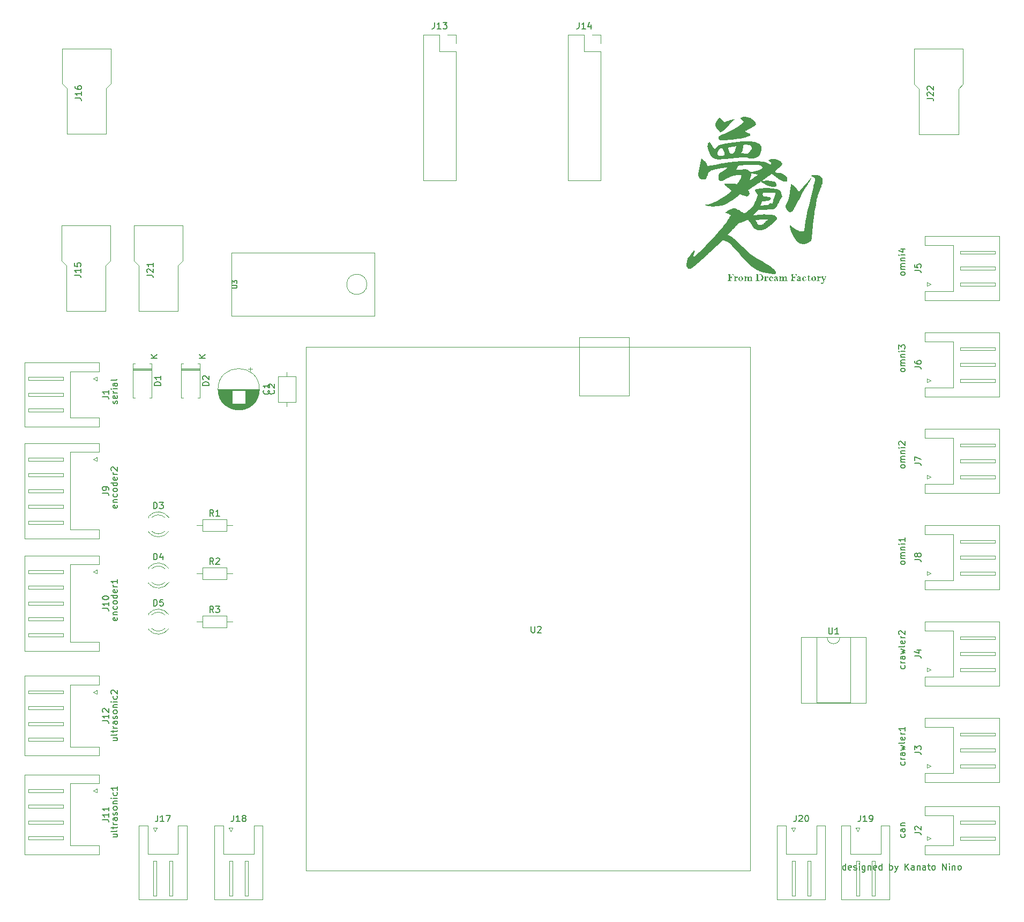
<source format=gbr>
G04 #@! TF.GenerationSoftware,KiCad,Pcbnew,7.0.2*
G04 #@! TF.CreationDate,2023-07-27T23:27:06+09:00*
G04 #@! TF.ProjectId,undercarriage_system,756e6465-7263-4617-9272-696167655f73,rev?*
G04 #@! TF.SameCoordinates,Original*
G04 #@! TF.FileFunction,Legend,Top*
G04 #@! TF.FilePolarity,Positive*
%FSLAX46Y46*%
G04 Gerber Fmt 4.6, Leading zero omitted, Abs format (unit mm)*
G04 Created by KiCad (PCBNEW 7.0.2) date 2023-07-27 23:27:06*
%MOMM*%
%LPD*%
G01*
G04 APERTURE LIST*
%ADD10C,0.150000*%
%ADD11C,0.120000*%
G04 APERTURE END LIST*
D10*
X151007619Y-66929047D02*
X150960000Y-67024285D01*
X150960000Y-67024285D02*
X150912380Y-67071904D01*
X150912380Y-67071904D02*
X150817142Y-67119523D01*
X150817142Y-67119523D02*
X150531428Y-67119523D01*
X150531428Y-67119523D02*
X150436190Y-67071904D01*
X150436190Y-67071904D02*
X150388571Y-67024285D01*
X150388571Y-67024285D02*
X150340952Y-66929047D01*
X150340952Y-66929047D02*
X150340952Y-66786190D01*
X150340952Y-66786190D02*
X150388571Y-66690952D01*
X150388571Y-66690952D02*
X150436190Y-66643333D01*
X150436190Y-66643333D02*
X150531428Y-66595714D01*
X150531428Y-66595714D02*
X150817142Y-66595714D01*
X150817142Y-66595714D02*
X150912380Y-66643333D01*
X150912380Y-66643333D02*
X150960000Y-66690952D01*
X150960000Y-66690952D02*
X151007619Y-66786190D01*
X151007619Y-66786190D02*
X151007619Y-66929047D01*
X151007619Y-66167142D02*
X150340952Y-66167142D01*
X150436190Y-66167142D02*
X150388571Y-66119523D01*
X150388571Y-66119523D02*
X150340952Y-66024285D01*
X150340952Y-66024285D02*
X150340952Y-65881428D01*
X150340952Y-65881428D02*
X150388571Y-65786190D01*
X150388571Y-65786190D02*
X150483809Y-65738571D01*
X150483809Y-65738571D02*
X151007619Y-65738571D01*
X150483809Y-65738571D02*
X150388571Y-65690952D01*
X150388571Y-65690952D02*
X150340952Y-65595714D01*
X150340952Y-65595714D02*
X150340952Y-65452857D01*
X150340952Y-65452857D02*
X150388571Y-65357618D01*
X150388571Y-65357618D02*
X150483809Y-65309999D01*
X150483809Y-65309999D02*
X151007619Y-65309999D01*
X150340952Y-64833809D02*
X151007619Y-64833809D01*
X150436190Y-64833809D02*
X150388571Y-64786190D01*
X150388571Y-64786190D02*
X150340952Y-64690952D01*
X150340952Y-64690952D02*
X150340952Y-64548095D01*
X150340952Y-64548095D02*
X150388571Y-64452857D01*
X150388571Y-64452857D02*
X150483809Y-64405238D01*
X150483809Y-64405238D02*
X151007619Y-64405238D01*
X151007619Y-63929047D02*
X150340952Y-63929047D01*
X150007619Y-63929047D02*
X150055238Y-63976666D01*
X150055238Y-63976666D02*
X150102857Y-63929047D01*
X150102857Y-63929047D02*
X150055238Y-63881428D01*
X150055238Y-63881428D02*
X150007619Y-63929047D01*
X150007619Y-63929047D02*
X150102857Y-63929047D01*
X150340952Y-63024286D02*
X151007619Y-63024286D01*
X149960000Y-63262381D02*
X150674285Y-63500476D01*
X150674285Y-63500476D02*
X150674285Y-62881429D01*
X141636666Y-161167619D02*
X141636666Y-160167619D01*
X141636666Y-161120000D02*
X141541428Y-161167619D01*
X141541428Y-161167619D02*
X141350952Y-161167619D01*
X141350952Y-161167619D02*
X141255714Y-161120000D01*
X141255714Y-161120000D02*
X141208095Y-161072380D01*
X141208095Y-161072380D02*
X141160476Y-160977142D01*
X141160476Y-160977142D02*
X141160476Y-160691428D01*
X141160476Y-160691428D02*
X141208095Y-160596190D01*
X141208095Y-160596190D02*
X141255714Y-160548571D01*
X141255714Y-160548571D02*
X141350952Y-160500952D01*
X141350952Y-160500952D02*
X141541428Y-160500952D01*
X141541428Y-160500952D02*
X141636666Y-160548571D01*
X142493809Y-161120000D02*
X142398571Y-161167619D01*
X142398571Y-161167619D02*
X142208095Y-161167619D01*
X142208095Y-161167619D02*
X142112857Y-161120000D01*
X142112857Y-161120000D02*
X142065238Y-161024761D01*
X142065238Y-161024761D02*
X142065238Y-160643809D01*
X142065238Y-160643809D02*
X142112857Y-160548571D01*
X142112857Y-160548571D02*
X142208095Y-160500952D01*
X142208095Y-160500952D02*
X142398571Y-160500952D01*
X142398571Y-160500952D02*
X142493809Y-160548571D01*
X142493809Y-160548571D02*
X142541428Y-160643809D01*
X142541428Y-160643809D02*
X142541428Y-160739047D01*
X142541428Y-160739047D02*
X142065238Y-160834285D01*
X142922381Y-161120000D02*
X143017619Y-161167619D01*
X143017619Y-161167619D02*
X143208095Y-161167619D01*
X143208095Y-161167619D02*
X143303333Y-161120000D01*
X143303333Y-161120000D02*
X143350952Y-161024761D01*
X143350952Y-161024761D02*
X143350952Y-160977142D01*
X143350952Y-160977142D02*
X143303333Y-160881904D01*
X143303333Y-160881904D02*
X143208095Y-160834285D01*
X143208095Y-160834285D02*
X143065238Y-160834285D01*
X143065238Y-160834285D02*
X142970000Y-160786666D01*
X142970000Y-160786666D02*
X142922381Y-160691428D01*
X142922381Y-160691428D02*
X142922381Y-160643809D01*
X142922381Y-160643809D02*
X142970000Y-160548571D01*
X142970000Y-160548571D02*
X143065238Y-160500952D01*
X143065238Y-160500952D02*
X143208095Y-160500952D01*
X143208095Y-160500952D02*
X143303333Y-160548571D01*
X143779524Y-161167619D02*
X143779524Y-160500952D01*
X143779524Y-160167619D02*
X143731905Y-160215238D01*
X143731905Y-160215238D02*
X143779524Y-160262857D01*
X143779524Y-160262857D02*
X143827143Y-160215238D01*
X143827143Y-160215238D02*
X143779524Y-160167619D01*
X143779524Y-160167619D02*
X143779524Y-160262857D01*
X144684285Y-160500952D02*
X144684285Y-161310476D01*
X144684285Y-161310476D02*
X144636666Y-161405714D01*
X144636666Y-161405714D02*
X144589047Y-161453333D01*
X144589047Y-161453333D02*
X144493809Y-161500952D01*
X144493809Y-161500952D02*
X144350952Y-161500952D01*
X144350952Y-161500952D02*
X144255714Y-161453333D01*
X144684285Y-161120000D02*
X144589047Y-161167619D01*
X144589047Y-161167619D02*
X144398571Y-161167619D01*
X144398571Y-161167619D02*
X144303333Y-161120000D01*
X144303333Y-161120000D02*
X144255714Y-161072380D01*
X144255714Y-161072380D02*
X144208095Y-160977142D01*
X144208095Y-160977142D02*
X144208095Y-160691428D01*
X144208095Y-160691428D02*
X144255714Y-160596190D01*
X144255714Y-160596190D02*
X144303333Y-160548571D01*
X144303333Y-160548571D02*
X144398571Y-160500952D01*
X144398571Y-160500952D02*
X144589047Y-160500952D01*
X144589047Y-160500952D02*
X144684285Y-160548571D01*
X145160476Y-160500952D02*
X145160476Y-161167619D01*
X145160476Y-160596190D02*
X145208095Y-160548571D01*
X145208095Y-160548571D02*
X145303333Y-160500952D01*
X145303333Y-160500952D02*
X145446190Y-160500952D01*
X145446190Y-160500952D02*
X145541428Y-160548571D01*
X145541428Y-160548571D02*
X145589047Y-160643809D01*
X145589047Y-160643809D02*
X145589047Y-161167619D01*
X146446190Y-161120000D02*
X146350952Y-161167619D01*
X146350952Y-161167619D02*
X146160476Y-161167619D01*
X146160476Y-161167619D02*
X146065238Y-161120000D01*
X146065238Y-161120000D02*
X146017619Y-161024761D01*
X146017619Y-161024761D02*
X146017619Y-160643809D01*
X146017619Y-160643809D02*
X146065238Y-160548571D01*
X146065238Y-160548571D02*
X146160476Y-160500952D01*
X146160476Y-160500952D02*
X146350952Y-160500952D01*
X146350952Y-160500952D02*
X146446190Y-160548571D01*
X146446190Y-160548571D02*
X146493809Y-160643809D01*
X146493809Y-160643809D02*
X146493809Y-160739047D01*
X146493809Y-160739047D02*
X146017619Y-160834285D01*
X147350952Y-161167619D02*
X147350952Y-160167619D01*
X147350952Y-161120000D02*
X147255714Y-161167619D01*
X147255714Y-161167619D02*
X147065238Y-161167619D01*
X147065238Y-161167619D02*
X146970000Y-161120000D01*
X146970000Y-161120000D02*
X146922381Y-161072380D01*
X146922381Y-161072380D02*
X146874762Y-160977142D01*
X146874762Y-160977142D02*
X146874762Y-160691428D01*
X146874762Y-160691428D02*
X146922381Y-160596190D01*
X146922381Y-160596190D02*
X146970000Y-160548571D01*
X146970000Y-160548571D02*
X147065238Y-160500952D01*
X147065238Y-160500952D02*
X147255714Y-160500952D01*
X147255714Y-160500952D02*
X147350952Y-160548571D01*
X148589048Y-161167619D02*
X148589048Y-160167619D01*
X148589048Y-160548571D02*
X148684286Y-160500952D01*
X148684286Y-160500952D02*
X148874762Y-160500952D01*
X148874762Y-160500952D02*
X148970000Y-160548571D01*
X148970000Y-160548571D02*
X149017619Y-160596190D01*
X149017619Y-160596190D02*
X149065238Y-160691428D01*
X149065238Y-160691428D02*
X149065238Y-160977142D01*
X149065238Y-160977142D02*
X149017619Y-161072380D01*
X149017619Y-161072380D02*
X148970000Y-161120000D01*
X148970000Y-161120000D02*
X148874762Y-161167619D01*
X148874762Y-161167619D02*
X148684286Y-161167619D01*
X148684286Y-161167619D02*
X148589048Y-161120000D01*
X149398572Y-160500952D02*
X149636667Y-161167619D01*
X149874762Y-160500952D02*
X149636667Y-161167619D01*
X149636667Y-161167619D02*
X149541429Y-161405714D01*
X149541429Y-161405714D02*
X149493810Y-161453333D01*
X149493810Y-161453333D02*
X149398572Y-161500952D01*
X151017620Y-161167619D02*
X151017620Y-160167619D01*
X151589048Y-161167619D02*
X151160477Y-160596190D01*
X151589048Y-160167619D02*
X151017620Y-160739047D01*
X152446191Y-161167619D02*
X152446191Y-160643809D01*
X152446191Y-160643809D02*
X152398572Y-160548571D01*
X152398572Y-160548571D02*
X152303334Y-160500952D01*
X152303334Y-160500952D02*
X152112858Y-160500952D01*
X152112858Y-160500952D02*
X152017620Y-160548571D01*
X152446191Y-161120000D02*
X152350953Y-161167619D01*
X152350953Y-161167619D02*
X152112858Y-161167619D01*
X152112858Y-161167619D02*
X152017620Y-161120000D01*
X152017620Y-161120000D02*
X151970001Y-161024761D01*
X151970001Y-161024761D02*
X151970001Y-160929523D01*
X151970001Y-160929523D02*
X152017620Y-160834285D01*
X152017620Y-160834285D02*
X152112858Y-160786666D01*
X152112858Y-160786666D02*
X152350953Y-160786666D01*
X152350953Y-160786666D02*
X152446191Y-160739047D01*
X152922382Y-160500952D02*
X152922382Y-161167619D01*
X152922382Y-160596190D02*
X152970001Y-160548571D01*
X152970001Y-160548571D02*
X153065239Y-160500952D01*
X153065239Y-160500952D02*
X153208096Y-160500952D01*
X153208096Y-160500952D02*
X153303334Y-160548571D01*
X153303334Y-160548571D02*
X153350953Y-160643809D01*
X153350953Y-160643809D02*
X153350953Y-161167619D01*
X154255715Y-161167619D02*
X154255715Y-160643809D01*
X154255715Y-160643809D02*
X154208096Y-160548571D01*
X154208096Y-160548571D02*
X154112858Y-160500952D01*
X154112858Y-160500952D02*
X153922382Y-160500952D01*
X153922382Y-160500952D02*
X153827144Y-160548571D01*
X154255715Y-161120000D02*
X154160477Y-161167619D01*
X154160477Y-161167619D02*
X153922382Y-161167619D01*
X153922382Y-161167619D02*
X153827144Y-161120000D01*
X153827144Y-161120000D02*
X153779525Y-161024761D01*
X153779525Y-161024761D02*
X153779525Y-160929523D01*
X153779525Y-160929523D02*
X153827144Y-160834285D01*
X153827144Y-160834285D02*
X153922382Y-160786666D01*
X153922382Y-160786666D02*
X154160477Y-160786666D01*
X154160477Y-160786666D02*
X154255715Y-160739047D01*
X154589049Y-160500952D02*
X154970001Y-160500952D01*
X154731906Y-160167619D02*
X154731906Y-161024761D01*
X154731906Y-161024761D02*
X154779525Y-161120000D01*
X154779525Y-161120000D02*
X154874763Y-161167619D01*
X154874763Y-161167619D02*
X154970001Y-161167619D01*
X155446192Y-161167619D02*
X155350954Y-161120000D01*
X155350954Y-161120000D02*
X155303335Y-161072380D01*
X155303335Y-161072380D02*
X155255716Y-160977142D01*
X155255716Y-160977142D02*
X155255716Y-160691428D01*
X155255716Y-160691428D02*
X155303335Y-160596190D01*
X155303335Y-160596190D02*
X155350954Y-160548571D01*
X155350954Y-160548571D02*
X155446192Y-160500952D01*
X155446192Y-160500952D02*
X155589049Y-160500952D01*
X155589049Y-160500952D02*
X155684287Y-160548571D01*
X155684287Y-160548571D02*
X155731906Y-160596190D01*
X155731906Y-160596190D02*
X155779525Y-160691428D01*
X155779525Y-160691428D02*
X155779525Y-160977142D01*
X155779525Y-160977142D02*
X155731906Y-161072380D01*
X155731906Y-161072380D02*
X155684287Y-161120000D01*
X155684287Y-161120000D02*
X155589049Y-161167619D01*
X155589049Y-161167619D02*
X155446192Y-161167619D01*
X156970002Y-161167619D02*
X156970002Y-160167619D01*
X156970002Y-160167619D02*
X157541430Y-161167619D01*
X157541430Y-161167619D02*
X157541430Y-160167619D01*
X158017621Y-161167619D02*
X158017621Y-160500952D01*
X158017621Y-160167619D02*
X157970002Y-160215238D01*
X157970002Y-160215238D02*
X158017621Y-160262857D01*
X158017621Y-160262857D02*
X158065240Y-160215238D01*
X158065240Y-160215238D02*
X158017621Y-160167619D01*
X158017621Y-160167619D02*
X158017621Y-160262857D01*
X158493811Y-160500952D02*
X158493811Y-161167619D01*
X158493811Y-160596190D02*
X158541430Y-160548571D01*
X158541430Y-160548571D02*
X158636668Y-160500952D01*
X158636668Y-160500952D02*
X158779525Y-160500952D01*
X158779525Y-160500952D02*
X158874763Y-160548571D01*
X158874763Y-160548571D02*
X158922382Y-160643809D01*
X158922382Y-160643809D02*
X158922382Y-161167619D01*
X159541430Y-161167619D02*
X159446192Y-161120000D01*
X159446192Y-161120000D02*
X159398573Y-161072380D01*
X159398573Y-161072380D02*
X159350954Y-160977142D01*
X159350954Y-160977142D02*
X159350954Y-160691428D01*
X159350954Y-160691428D02*
X159398573Y-160596190D01*
X159398573Y-160596190D02*
X159446192Y-160548571D01*
X159446192Y-160548571D02*
X159541430Y-160500952D01*
X159541430Y-160500952D02*
X159684287Y-160500952D01*
X159684287Y-160500952D02*
X159779525Y-160548571D01*
X159779525Y-160548571D02*
X159827144Y-160596190D01*
X159827144Y-160596190D02*
X159874763Y-160691428D01*
X159874763Y-160691428D02*
X159874763Y-160977142D01*
X159874763Y-160977142D02*
X159827144Y-161072380D01*
X159827144Y-161072380D02*
X159779525Y-161120000D01*
X159779525Y-161120000D02*
X159684287Y-161167619D01*
X159684287Y-161167619D02*
X159541430Y-161167619D01*
X25880952Y-155543333D02*
X26547619Y-155543333D01*
X25880952Y-155971904D02*
X26404761Y-155971904D01*
X26404761Y-155971904D02*
X26500000Y-155924285D01*
X26500000Y-155924285D02*
X26547619Y-155829047D01*
X26547619Y-155829047D02*
X26547619Y-155686190D01*
X26547619Y-155686190D02*
X26500000Y-155590952D01*
X26500000Y-155590952D02*
X26452380Y-155543333D01*
X26547619Y-154924285D02*
X26500000Y-155019523D01*
X26500000Y-155019523D02*
X26404761Y-155067142D01*
X26404761Y-155067142D02*
X25547619Y-155067142D01*
X25880952Y-154686189D02*
X25880952Y-154305237D01*
X25547619Y-154543332D02*
X26404761Y-154543332D01*
X26404761Y-154543332D02*
X26500000Y-154495713D01*
X26500000Y-154495713D02*
X26547619Y-154400475D01*
X26547619Y-154400475D02*
X26547619Y-154305237D01*
X26547619Y-153971903D02*
X25880952Y-153971903D01*
X26071428Y-153971903D02*
X25976190Y-153924284D01*
X25976190Y-153924284D02*
X25928571Y-153876665D01*
X25928571Y-153876665D02*
X25880952Y-153781427D01*
X25880952Y-153781427D02*
X25880952Y-153686189D01*
X26547619Y-152924284D02*
X26023809Y-152924284D01*
X26023809Y-152924284D02*
X25928571Y-152971903D01*
X25928571Y-152971903D02*
X25880952Y-153067141D01*
X25880952Y-153067141D02*
X25880952Y-153257617D01*
X25880952Y-153257617D02*
X25928571Y-153352855D01*
X26500000Y-152924284D02*
X26547619Y-153019522D01*
X26547619Y-153019522D02*
X26547619Y-153257617D01*
X26547619Y-153257617D02*
X26500000Y-153352855D01*
X26500000Y-153352855D02*
X26404761Y-153400474D01*
X26404761Y-153400474D02*
X26309523Y-153400474D01*
X26309523Y-153400474D02*
X26214285Y-153352855D01*
X26214285Y-153352855D02*
X26166666Y-153257617D01*
X26166666Y-153257617D02*
X26166666Y-153019522D01*
X26166666Y-153019522D02*
X26119047Y-152924284D01*
X26500000Y-152495712D02*
X26547619Y-152400474D01*
X26547619Y-152400474D02*
X26547619Y-152209998D01*
X26547619Y-152209998D02*
X26500000Y-152114760D01*
X26500000Y-152114760D02*
X26404761Y-152067141D01*
X26404761Y-152067141D02*
X26357142Y-152067141D01*
X26357142Y-152067141D02*
X26261904Y-152114760D01*
X26261904Y-152114760D02*
X26214285Y-152209998D01*
X26214285Y-152209998D02*
X26214285Y-152352855D01*
X26214285Y-152352855D02*
X26166666Y-152448093D01*
X26166666Y-152448093D02*
X26071428Y-152495712D01*
X26071428Y-152495712D02*
X26023809Y-152495712D01*
X26023809Y-152495712D02*
X25928571Y-152448093D01*
X25928571Y-152448093D02*
X25880952Y-152352855D01*
X25880952Y-152352855D02*
X25880952Y-152209998D01*
X25880952Y-152209998D02*
X25928571Y-152114760D01*
X26547619Y-151495712D02*
X26500000Y-151590950D01*
X26500000Y-151590950D02*
X26452380Y-151638569D01*
X26452380Y-151638569D02*
X26357142Y-151686188D01*
X26357142Y-151686188D02*
X26071428Y-151686188D01*
X26071428Y-151686188D02*
X25976190Y-151638569D01*
X25976190Y-151638569D02*
X25928571Y-151590950D01*
X25928571Y-151590950D02*
X25880952Y-151495712D01*
X25880952Y-151495712D02*
X25880952Y-151352855D01*
X25880952Y-151352855D02*
X25928571Y-151257617D01*
X25928571Y-151257617D02*
X25976190Y-151209998D01*
X25976190Y-151209998D02*
X26071428Y-151162379D01*
X26071428Y-151162379D02*
X26357142Y-151162379D01*
X26357142Y-151162379D02*
X26452380Y-151209998D01*
X26452380Y-151209998D02*
X26500000Y-151257617D01*
X26500000Y-151257617D02*
X26547619Y-151352855D01*
X26547619Y-151352855D02*
X26547619Y-151495712D01*
X25880952Y-150733807D02*
X26547619Y-150733807D01*
X25976190Y-150733807D02*
X25928571Y-150686188D01*
X25928571Y-150686188D02*
X25880952Y-150590950D01*
X25880952Y-150590950D02*
X25880952Y-150448093D01*
X25880952Y-150448093D02*
X25928571Y-150352855D01*
X25928571Y-150352855D02*
X26023809Y-150305236D01*
X26023809Y-150305236D02*
X26547619Y-150305236D01*
X26547619Y-149829045D02*
X25880952Y-149829045D01*
X25547619Y-149829045D02*
X25595238Y-149876664D01*
X25595238Y-149876664D02*
X25642857Y-149829045D01*
X25642857Y-149829045D02*
X25595238Y-149781426D01*
X25595238Y-149781426D02*
X25547619Y-149829045D01*
X25547619Y-149829045D02*
X25642857Y-149829045D01*
X26500000Y-148924284D02*
X26547619Y-149019522D01*
X26547619Y-149019522D02*
X26547619Y-149209998D01*
X26547619Y-149209998D02*
X26500000Y-149305236D01*
X26500000Y-149305236D02*
X26452380Y-149352855D01*
X26452380Y-149352855D02*
X26357142Y-149400474D01*
X26357142Y-149400474D02*
X26071428Y-149400474D01*
X26071428Y-149400474D02*
X25976190Y-149352855D01*
X25976190Y-149352855D02*
X25928571Y-149305236D01*
X25928571Y-149305236D02*
X25880952Y-149209998D01*
X25880952Y-149209998D02*
X25880952Y-149019522D01*
X25880952Y-149019522D02*
X25928571Y-148924284D01*
X26547619Y-147971903D02*
X26547619Y-148543331D01*
X26547619Y-148257617D02*
X25547619Y-148257617D01*
X25547619Y-148257617D02*
X25690476Y-148352855D01*
X25690476Y-148352855D02*
X25785714Y-148448093D01*
X25785714Y-148448093D02*
X25833333Y-148543331D01*
X150960000Y-144113333D02*
X151007619Y-144208571D01*
X151007619Y-144208571D02*
X151007619Y-144399047D01*
X151007619Y-144399047D02*
X150960000Y-144494285D01*
X150960000Y-144494285D02*
X150912380Y-144541904D01*
X150912380Y-144541904D02*
X150817142Y-144589523D01*
X150817142Y-144589523D02*
X150531428Y-144589523D01*
X150531428Y-144589523D02*
X150436190Y-144541904D01*
X150436190Y-144541904D02*
X150388571Y-144494285D01*
X150388571Y-144494285D02*
X150340952Y-144399047D01*
X150340952Y-144399047D02*
X150340952Y-144208571D01*
X150340952Y-144208571D02*
X150388571Y-144113333D01*
X151007619Y-143684761D02*
X150340952Y-143684761D01*
X150531428Y-143684761D02*
X150436190Y-143637142D01*
X150436190Y-143637142D02*
X150388571Y-143589523D01*
X150388571Y-143589523D02*
X150340952Y-143494285D01*
X150340952Y-143494285D02*
X150340952Y-143399047D01*
X151007619Y-142637142D02*
X150483809Y-142637142D01*
X150483809Y-142637142D02*
X150388571Y-142684761D01*
X150388571Y-142684761D02*
X150340952Y-142779999D01*
X150340952Y-142779999D02*
X150340952Y-142970475D01*
X150340952Y-142970475D02*
X150388571Y-143065713D01*
X150960000Y-142637142D02*
X151007619Y-142732380D01*
X151007619Y-142732380D02*
X151007619Y-142970475D01*
X151007619Y-142970475D02*
X150960000Y-143065713D01*
X150960000Y-143065713D02*
X150864761Y-143113332D01*
X150864761Y-143113332D02*
X150769523Y-143113332D01*
X150769523Y-143113332D02*
X150674285Y-143065713D01*
X150674285Y-143065713D02*
X150626666Y-142970475D01*
X150626666Y-142970475D02*
X150626666Y-142732380D01*
X150626666Y-142732380D02*
X150579047Y-142637142D01*
X150340952Y-142256189D02*
X151007619Y-142065713D01*
X151007619Y-142065713D02*
X150531428Y-141875237D01*
X150531428Y-141875237D02*
X151007619Y-141684761D01*
X151007619Y-141684761D02*
X150340952Y-141494285D01*
X151007619Y-140970475D02*
X150960000Y-141065713D01*
X150960000Y-141065713D02*
X150864761Y-141113332D01*
X150864761Y-141113332D02*
X150007619Y-141113332D01*
X150960000Y-140208570D02*
X151007619Y-140303808D01*
X151007619Y-140303808D02*
X151007619Y-140494284D01*
X151007619Y-140494284D02*
X150960000Y-140589522D01*
X150960000Y-140589522D02*
X150864761Y-140637141D01*
X150864761Y-140637141D02*
X150483809Y-140637141D01*
X150483809Y-140637141D02*
X150388571Y-140589522D01*
X150388571Y-140589522D02*
X150340952Y-140494284D01*
X150340952Y-140494284D02*
X150340952Y-140303808D01*
X150340952Y-140303808D02*
X150388571Y-140208570D01*
X150388571Y-140208570D02*
X150483809Y-140160951D01*
X150483809Y-140160951D02*
X150579047Y-140160951D01*
X150579047Y-140160951D02*
X150674285Y-140637141D01*
X151007619Y-139732379D02*
X150340952Y-139732379D01*
X150531428Y-139732379D02*
X150436190Y-139684760D01*
X150436190Y-139684760D02*
X150388571Y-139637141D01*
X150388571Y-139637141D02*
X150340952Y-139541903D01*
X150340952Y-139541903D02*
X150340952Y-139446665D01*
X151007619Y-138589522D02*
X151007619Y-139160950D01*
X151007619Y-138875236D02*
X150007619Y-138875236D01*
X150007619Y-138875236D02*
X150150476Y-138970474D01*
X150150476Y-138970474D02*
X150245714Y-139065712D01*
X150245714Y-139065712D02*
X150293333Y-139160950D01*
X25880952Y-140303333D02*
X26547619Y-140303333D01*
X25880952Y-140731904D02*
X26404761Y-140731904D01*
X26404761Y-140731904D02*
X26500000Y-140684285D01*
X26500000Y-140684285D02*
X26547619Y-140589047D01*
X26547619Y-140589047D02*
X26547619Y-140446190D01*
X26547619Y-140446190D02*
X26500000Y-140350952D01*
X26500000Y-140350952D02*
X26452380Y-140303333D01*
X26547619Y-139684285D02*
X26500000Y-139779523D01*
X26500000Y-139779523D02*
X26404761Y-139827142D01*
X26404761Y-139827142D02*
X25547619Y-139827142D01*
X25880952Y-139446189D02*
X25880952Y-139065237D01*
X25547619Y-139303332D02*
X26404761Y-139303332D01*
X26404761Y-139303332D02*
X26500000Y-139255713D01*
X26500000Y-139255713D02*
X26547619Y-139160475D01*
X26547619Y-139160475D02*
X26547619Y-139065237D01*
X26547619Y-138731903D02*
X25880952Y-138731903D01*
X26071428Y-138731903D02*
X25976190Y-138684284D01*
X25976190Y-138684284D02*
X25928571Y-138636665D01*
X25928571Y-138636665D02*
X25880952Y-138541427D01*
X25880952Y-138541427D02*
X25880952Y-138446189D01*
X26547619Y-137684284D02*
X26023809Y-137684284D01*
X26023809Y-137684284D02*
X25928571Y-137731903D01*
X25928571Y-137731903D02*
X25880952Y-137827141D01*
X25880952Y-137827141D02*
X25880952Y-138017617D01*
X25880952Y-138017617D02*
X25928571Y-138112855D01*
X26500000Y-137684284D02*
X26547619Y-137779522D01*
X26547619Y-137779522D02*
X26547619Y-138017617D01*
X26547619Y-138017617D02*
X26500000Y-138112855D01*
X26500000Y-138112855D02*
X26404761Y-138160474D01*
X26404761Y-138160474D02*
X26309523Y-138160474D01*
X26309523Y-138160474D02*
X26214285Y-138112855D01*
X26214285Y-138112855D02*
X26166666Y-138017617D01*
X26166666Y-138017617D02*
X26166666Y-137779522D01*
X26166666Y-137779522D02*
X26119047Y-137684284D01*
X26500000Y-137255712D02*
X26547619Y-137160474D01*
X26547619Y-137160474D02*
X26547619Y-136969998D01*
X26547619Y-136969998D02*
X26500000Y-136874760D01*
X26500000Y-136874760D02*
X26404761Y-136827141D01*
X26404761Y-136827141D02*
X26357142Y-136827141D01*
X26357142Y-136827141D02*
X26261904Y-136874760D01*
X26261904Y-136874760D02*
X26214285Y-136969998D01*
X26214285Y-136969998D02*
X26214285Y-137112855D01*
X26214285Y-137112855D02*
X26166666Y-137208093D01*
X26166666Y-137208093D02*
X26071428Y-137255712D01*
X26071428Y-137255712D02*
X26023809Y-137255712D01*
X26023809Y-137255712D02*
X25928571Y-137208093D01*
X25928571Y-137208093D02*
X25880952Y-137112855D01*
X25880952Y-137112855D02*
X25880952Y-136969998D01*
X25880952Y-136969998D02*
X25928571Y-136874760D01*
X26547619Y-136255712D02*
X26500000Y-136350950D01*
X26500000Y-136350950D02*
X26452380Y-136398569D01*
X26452380Y-136398569D02*
X26357142Y-136446188D01*
X26357142Y-136446188D02*
X26071428Y-136446188D01*
X26071428Y-136446188D02*
X25976190Y-136398569D01*
X25976190Y-136398569D02*
X25928571Y-136350950D01*
X25928571Y-136350950D02*
X25880952Y-136255712D01*
X25880952Y-136255712D02*
X25880952Y-136112855D01*
X25880952Y-136112855D02*
X25928571Y-136017617D01*
X25928571Y-136017617D02*
X25976190Y-135969998D01*
X25976190Y-135969998D02*
X26071428Y-135922379D01*
X26071428Y-135922379D02*
X26357142Y-135922379D01*
X26357142Y-135922379D02*
X26452380Y-135969998D01*
X26452380Y-135969998D02*
X26500000Y-136017617D01*
X26500000Y-136017617D02*
X26547619Y-136112855D01*
X26547619Y-136112855D02*
X26547619Y-136255712D01*
X25880952Y-135493807D02*
X26547619Y-135493807D01*
X25976190Y-135493807D02*
X25928571Y-135446188D01*
X25928571Y-135446188D02*
X25880952Y-135350950D01*
X25880952Y-135350950D02*
X25880952Y-135208093D01*
X25880952Y-135208093D02*
X25928571Y-135112855D01*
X25928571Y-135112855D02*
X26023809Y-135065236D01*
X26023809Y-135065236D02*
X26547619Y-135065236D01*
X26547619Y-134589045D02*
X25880952Y-134589045D01*
X25547619Y-134589045D02*
X25595238Y-134636664D01*
X25595238Y-134636664D02*
X25642857Y-134589045D01*
X25642857Y-134589045D02*
X25595238Y-134541426D01*
X25595238Y-134541426D02*
X25547619Y-134589045D01*
X25547619Y-134589045D02*
X25642857Y-134589045D01*
X26500000Y-133684284D02*
X26547619Y-133779522D01*
X26547619Y-133779522D02*
X26547619Y-133969998D01*
X26547619Y-133969998D02*
X26500000Y-134065236D01*
X26500000Y-134065236D02*
X26452380Y-134112855D01*
X26452380Y-134112855D02*
X26357142Y-134160474D01*
X26357142Y-134160474D02*
X26071428Y-134160474D01*
X26071428Y-134160474D02*
X25976190Y-134112855D01*
X25976190Y-134112855D02*
X25928571Y-134065236D01*
X25928571Y-134065236D02*
X25880952Y-133969998D01*
X25880952Y-133969998D02*
X25880952Y-133779522D01*
X25880952Y-133779522D02*
X25928571Y-133684284D01*
X25642857Y-133303331D02*
X25595238Y-133255712D01*
X25595238Y-133255712D02*
X25547619Y-133160474D01*
X25547619Y-133160474D02*
X25547619Y-132922379D01*
X25547619Y-132922379D02*
X25595238Y-132827141D01*
X25595238Y-132827141D02*
X25642857Y-132779522D01*
X25642857Y-132779522D02*
X25738095Y-132731903D01*
X25738095Y-132731903D02*
X25833333Y-132731903D01*
X25833333Y-132731903D02*
X25976190Y-132779522D01*
X25976190Y-132779522D02*
X26547619Y-133350950D01*
X26547619Y-133350950D02*
X26547619Y-132731903D01*
X150960000Y-128873333D02*
X151007619Y-128968571D01*
X151007619Y-128968571D02*
X151007619Y-129159047D01*
X151007619Y-129159047D02*
X150960000Y-129254285D01*
X150960000Y-129254285D02*
X150912380Y-129301904D01*
X150912380Y-129301904D02*
X150817142Y-129349523D01*
X150817142Y-129349523D02*
X150531428Y-129349523D01*
X150531428Y-129349523D02*
X150436190Y-129301904D01*
X150436190Y-129301904D02*
X150388571Y-129254285D01*
X150388571Y-129254285D02*
X150340952Y-129159047D01*
X150340952Y-129159047D02*
X150340952Y-128968571D01*
X150340952Y-128968571D02*
X150388571Y-128873333D01*
X151007619Y-128444761D02*
X150340952Y-128444761D01*
X150531428Y-128444761D02*
X150436190Y-128397142D01*
X150436190Y-128397142D02*
X150388571Y-128349523D01*
X150388571Y-128349523D02*
X150340952Y-128254285D01*
X150340952Y-128254285D02*
X150340952Y-128159047D01*
X151007619Y-127397142D02*
X150483809Y-127397142D01*
X150483809Y-127397142D02*
X150388571Y-127444761D01*
X150388571Y-127444761D02*
X150340952Y-127539999D01*
X150340952Y-127539999D02*
X150340952Y-127730475D01*
X150340952Y-127730475D02*
X150388571Y-127825713D01*
X150960000Y-127397142D02*
X151007619Y-127492380D01*
X151007619Y-127492380D02*
X151007619Y-127730475D01*
X151007619Y-127730475D02*
X150960000Y-127825713D01*
X150960000Y-127825713D02*
X150864761Y-127873332D01*
X150864761Y-127873332D02*
X150769523Y-127873332D01*
X150769523Y-127873332D02*
X150674285Y-127825713D01*
X150674285Y-127825713D02*
X150626666Y-127730475D01*
X150626666Y-127730475D02*
X150626666Y-127492380D01*
X150626666Y-127492380D02*
X150579047Y-127397142D01*
X150340952Y-127016189D02*
X151007619Y-126825713D01*
X151007619Y-126825713D02*
X150531428Y-126635237D01*
X150531428Y-126635237D02*
X151007619Y-126444761D01*
X151007619Y-126444761D02*
X150340952Y-126254285D01*
X151007619Y-125730475D02*
X150960000Y-125825713D01*
X150960000Y-125825713D02*
X150864761Y-125873332D01*
X150864761Y-125873332D02*
X150007619Y-125873332D01*
X150960000Y-124968570D02*
X151007619Y-125063808D01*
X151007619Y-125063808D02*
X151007619Y-125254284D01*
X151007619Y-125254284D02*
X150960000Y-125349522D01*
X150960000Y-125349522D02*
X150864761Y-125397141D01*
X150864761Y-125397141D02*
X150483809Y-125397141D01*
X150483809Y-125397141D02*
X150388571Y-125349522D01*
X150388571Y-125349522D02*
X150340952Y-125254284D01*
X150340952Y-125254284D02*
X150340952Y-125063808D01*
X150340952Y-125063808D02*
X150388571Y-124968570D01*
X150388571Y-124968570D02*
X150483809Y-124920951D01*
X150483809Y-124920951D02*
X150579047Y-124920951D01*
X150579047Y-124920951D02*
X150674285Y-125397141D01*
X151007619Y-124492379D02*
X150340952Y-124492379D01*
X150531428Y-124492379D02*
X150436190Y-124444760D01*
X150436190Y-124444760D02*
X150388571Y-124397141D01*
X150388571Y-124397141D02*
X150340952Y-124301903D01*
X150340952Y-124301903D02*
X150340952Y-124206665D01*
X150102857Y-123920950D02*
X150055238Y-123873331D01*
X150055238Y-123873331D02*
X150007619Y-123778093D01*
X150007619Y-123778093D02*
X150007619Y-123539998D01*
X150007619Y-123539998D02*
X150055238Y-123444760D01*
X150055238Y-123444760D02*
X150102857Y-123397141D01*
X150102857Y-123397141D02*
X150198095Y-123349522D01*
X150198095Y-123349522D02*
X150293333Y-123349522D01*
X150293333Y-123349522D02*
X150436190Y-123397141D01*
X150436190Y-123397141D02*
X151007619Y-123968569D01*
X151007619Y-123968569D02*
X151007619Y-123349522D01*
X150960000Y-155543333D02*
X151007619Y-155638571D01*
X151007619Y-155638571D02*
X151007619Y-155829047D01*
X151007619Y-155829047D02*
X150960000Y-155924285D01*
X150960000Y-155924285D02*
X150912380Y-155971904D01*
X150912380Y-155971904D02*
X150817142Y-156019523D01*
X150817142Y-156019523D02*
X150531428Y-156019523D01*
X150531428Y-156019523D02*
X150436190Y-155971904D01*
X150436190Y-155971904D02*
X150388571Y-155924285D01*
X150388571Y-155924285D02*
X150340952Y-155829047D01*
X150340952Y-155829047D02*
X150340952Y-155638571D01*
X150340952Y-155638571D02*
X150388571Y-155543333D01*
X151007619Y-154686190D02*
X150483809Y-154686190D01*
X150483809Y-154686190D02*
X150388571Y-154733809D01*
X150388571Y-154733809D02*
X150340952Y-154829047D01*
X150340952Y-154829047D02*
X150340952Y-155019523D01*
X150340952Y-155019523D02*
X150388571Y-155114761D01*
X150960000Y-154686190D02*
X151007619Y-154781428D01*
X151007619Y-154781428D02*
X151007619Y-155019523D01*
X151007619Y-155019523D02*
X150960000Y-155114761D01*
X150960000Y-155114761D02*
X150864761Y-155162380D01*
X150864761Y-155162380D02*
X150769523Y-155162380D01*
X150769523Y-155162380D02*
X150674285Y-155114761D01*
X150674285Y-155114761D02*
X150626666Y-155019523D01*
X150626666Y-155019523D02*
X150626666Y-154781428D01*
X150626666Y-154781428D02*
X150579047Y-154686190D01*
X150340952Y-154209999D02*
X151007619Y-154209999D01*
X150436190Y-154209999D02*
X150388571Y-154162380D01*
X150388571Y-154162380D02*
X150340952Y-154067142D01*
X150340952Y-154067142D02*
X150340952Y-153924285D01*
X150340952Y-153924285D02*
X150388571Y-153829047D01*
X150388571Y-153829047D02*
X150483809Y-153781428D01*
X150483809Y-153781428D02*
X151007619Y-153781428D01*
X151007619Y-82169047D02*
X150960000Y-82264285D01*
X150960000Y-82264285D02*
X150912380Y-82311904D01*
X150912380Y-82311904D02*
X150817142Y-82359523D01*
X150817142Y-82359523D02*
X150531428Y-82359523D01*
X150531428Y-82359523D02*
X150436190Y-82311904D01*
X150436190Y-82311904D02*
X150388571Y-82264285D01*
X150388571Y-82264285D02*
X150340952Y-82169047D01*
X150340952Y-82169047D02*
X150340952Y-82026190D01*
X150340952Y-82026190D02*
X150388571Y-81930952D01*
X150388571Y-81930952D02*
X150436190Y-81883333D01*
X150436190Y-81883333D02*
X150531428Y-81835714D01*
X150531428Y-81835714D02*
X150817142Y-81835714D01*
X150817142Y-81835714D02*
X150912380Y-81883333D01*
X150912380Y-81883333D02*
X150960000Y-81930952D01*
X150960000Y-81930952D02*
X151007619Y-82026190D01*
X151007619Y-82026190D02*
X151007619Y-82169047D01*
X151007619Y-81407142D02*
X150340952Y-81407142D01*
X150436190Y-81407142D02*
X150388571Y-81359523D01*
X150388571Y-81359523D02*
X150340952Y-81264285D01*
X150340952Y-81264285D02*
X150340952Y-81121428D01*
X150340952Y-81121428D02*
X150388571Y-81026190D01*
X150388571Y-81026190D02*
X150483809Y-80978571D01*
X150483809Y-80978571D02*
X151007619Y-80978571D01*
X150483809Y-80978571D02*
X150388571Y-80930952D01*
X150388571Y-80930952D02*
X150340952Y-80835714D01*
X150340952Y-80835714D02*
X150340952Y-80692857D01*
X150340952Y-80692857D02*
X150388571Y-80597618D01*
X150388571Y-80597618D02*
X150483809Y-80549999D01*
X150483809Y-80549999D02*
X151007619Y-80549999D01*
X150340952Y-80073809D02*
X151007619Y-80073809D01*
X150436190Y-80073809D02*
X150388571Y-80026190D01*
X150388571Y-80026190D02*
X150340952Y-79930952D01*
X150340952Y-79930952D02*
X150340952Y-79788095D01*
X150340952Y-79788095D02*
X150388571Y-79692857D01*
X150388571Y-79692857D02*
X150483809Y-79645238D01*
X150483809Y-79645238D02*
X151007619Y-79645238D01*
X151007619Y-79169047D02*
X150340952Y-79169047D01*
X150007619Y-79169047D02*
X150055238Y-79216666D01*
X150055238Y-79216666D02*
X150102857Y-79169047D01*
X150102857Y-79169047D02*
X150055238Y-79121428D01*
X150055238Y-79121428D02*
X150007619Y-79169047D01*
X150007619Y-79169047D02*
X150102857Y-79169047D01*
X150007619Y-78788095D02*
X150007619Y-78169048D01*
X150007619Y-78169048D02*
X150388571Y-78502381D01*
X150388571Y-78502381D02*
X150388571Y-78359524D01*
X150388571Y-78359524D02*
X150436190Y-78264286D01*
X150436190Y-78264286D02*
X150483809Y-78216667D01*
X150483809Y-78216667D02*
X150579047Y-78169048D01*
X150579047Y-78169048D02*
X150817142Y-78169048D01*
X150817142Y-78169048D02*
X150912380Y-78216667D01*
X150912380Y-78216667D02*
X150960000Y-78264286D01*
X150960000Y-78264286D02*
X151007619Y-78359524D01*
X151007619Y-78359524D02*
X151007619Y-78645238D01*
X151007619Y-78645238D02*
X150960000Y-78740476D01*
X150960000Y-78740476D02*
X150912380Y-78788095D01*
X26500000Y-87439523D02*
X26547619Y-87344285D01*
X26547619Y-87344285D02*
X26547619Y-87153809D01*
X26547619Y-87153809D02*
X26500000Y-87058571D01*
X26500000Y-87058571D02*
X26404761Y-87010952D01*
X26404761Y-87010952D02*
X26357142Y-87010952D01*
X26357142Y-87010952D02*
X26261904Y-87058571D01*
X26261904Y-87058571D02*
X26214285Y-87153809D01*
X26214285Y-87153809D02*
X26214285Y-87296666D01*
X26214285Y-87296666D02*
X26166666Y-87391904D01*
X26166666Y-87391904D02*
X26071428Y-87439523D01*
X26071428Y-87439523D02*
X26023809Y-87439523D01*
X26023809Y-87439523D02*
X25928571Y-87391904D01*
X25928571Y-87391904D02*
X25880952Y-87296666D01*
X25880952Y-87296666D02*
X25880952Y-87153809D01*
X25880952Y-87153809D02*
X25928571Y-87058571D01*
X26500000Y-86201428D02*
X26547619Y-86296666D01*
X26547619Y-86296666D02*
X26547619Y-86487142D01*
X26547619Y-86487142D02*
X26500000Y-86582380D01*
X26500000Y-86582380D02*
X26404761Y-86629999D01*
X26404761Y-86629999D02*
X26023809Y-86629999D01*
X26023809Y-86629999D02*
X25928571Y-86582380D01*
X25928571Y-86582380D02*
X25880952Y-86487142D01*
X25880952Y-86487142D02*
X25880952Y-86296666D01*
X25880952Y-86296666D02*
X25928571Y-86201428D01*
X25928571Y-86201428D02*
X26023809Y-86153809D01*
X26023809Y-86153809D02*
X26119047Y-86153809D01*
X26119047Y-86153809D02*
X26214285Y-86629999D01*
X26547619Y-85725237D02*
X25880952Y-85725237D01*
X26071428Y-85725237D02*
X25976190Y-85677618D01*
X25976190Y-85677618D02*
X25928571Y-85629999D01*
X25928571Y-85629999D02*
X25880952Y-85534761D01*
X25880952Y-85534761D02*
X25880952Y-85439523D01*
X26547619Y-85106189D02*
X25880952Y-85106189D01*
X25547619Y-85106189D02*
X25595238Y-85153808D01*
X25595238Y-85153808D02*
X25642857Y-85106189D01*
X25642857Y-85106189D02*
X25595238Y-85058570D01*
X25595238Y-85058570D02*
X25547619Y-85106189D01*
X25547619Y-85106189D02*
X25642857Y-85106189D01*
X26547619Y-84201428D02*
X26023809Y-84201428D01*
X26023809Y-84201428D02*
X25928571Y-84249047D01*
X25928571Y-84249047D02*
X25880952Y-84344285D01*
X25880952Y-84344285D02*
X25880952Y-84534761D01*
X25880952Y-84534761D02*
X25928571Y-84629999D01*
X26500000Y-84201428D02*
X26547619Y-84296666D01*
X26547619Y-84296666D02*
X26547619Y-84534761D01*
X26547619Y-84534761D02*
X26500000Y-84629999D01*
X26500000Y-84629999D02*
X26404761Y-84677618D01*
X26404761Y-84677618D02*
X26309523Y-84677618D01*
X26309523Y-84677618D02*
X26214285Y-84629999D01*
X26214285Y-84629999D02*
X26166666Y-84534761D01*
X26166666Y-84534761D02*
X26166666Y-84296666D01*
X26166666Y-84296666D02*
X26119047Y-84201428D01*
X26547619Y-83582380D02*
X26500000Y-83677618D01*
X26500000Y-83677618D02*
X26404761Y-83725237D01*
X26404761Y-83725237D02*
X25547619Y-83725237D01*
X26500000Y-103520952D02*
X26547619Y-103616190D01*
X26547619Y-103616190D02*
X26547619Y-103806666D01*
X26547619Y-103806666D02*
X26500000Y-103901904D01*
X26500000Y-103901904D02*
X26404761Y-103949523D01*
X26404761Y-103949523D02*
X26023809Y-103949523D01*
X26023809Y-103949523D02*
X25928571Y-103901904D01*
X25928571Y-103901904D02*
X25880952Y-103806666D01*
X25880952Y-103806666D02*
X25880952Y-103616190D01*
X25880952Y-103616190D02*
X25928571Y-103520952D01*
X25928571Y-103520952D02*
X26023809Y-103473333D01*
X26023809Y-103473333D02*
X26119047Y-103473333D01*
X26119047Y-103473333D02*
X26214285Y-103949523D01*
X25880952Y-103044761D02*
X26547619Y-103044761D01*
X25976190Y-103044761D02*
X25928571Y-102997142D01*
X25928571Y-102997142D02*
X25880952Y-102901904D01*
X25880952Y-102901904D02*
X25880952Y-102759047D01*
X25880952Y-102759047D02*
X25928571Y-102663809D01*
X25928571Y-102663809D02*
X26023809Y-102616190D01*
X26023809Y-102616190D02*
X26547619Y-102616190D01*
X26500000Y-101711428D02*
X26547619Y-101806666D01*
X26547619Y-101806666D02*
X26547619Y-101997142D01*
X26547619Y-101997142D02*
X26500000Y-102092380D01*
X26500000Y-102092380D02*
X26452380Y-102139999D01*
X26452380Y-102139999D02*
X26357142Y-102187618D01*
X26357142Y-102187618D02*
X26071428Y-102187618D01*
X26071428Y-102187618D02*
X25976190Y-102139999D01*
X25976190Y-102139999D02*
X25928571Y-102092380D01*
X25928571Y-102092380D02*
X25880952Y-101997142D01*
X25880952Y-101997142D02*
X25880952Y-101806666D01*
X25880952Y-101806666D02*
X25928571Y-101711428D01*
X26547619Y-101139999D02*
X26500000Y-101235237D01*
X26500000Y-101235237D02*
X26452380Y-101282856D01*
X26452380Y-101282856D02*
X26357142Y-101330475D01*
X26357142Y-101330475D02*
X26071428Y-101330475D01*
X26071428Y-101330475D02*
X25976190Y-101282856D01*
X25976190Y-101282856D02*
X25928571Y-101235237D01*
X25928571Y-101235237D02*
X25880952Y-101139999D01*
X25880952Y-101139999D02*
X25880952Y-100997142D01*
X25880952Y-100997142D02*
X25928571Y-100901904D01*
X25928571Y-100901904D02*
X25976190Y-100854285D01*
X25976190Y-100854285D02*
X26071428Y-100806666D01*
X26071428Y-100806666D02*
X26357142Y-100806666D01*
X26357142Y-100806666D02*
X26452380Y-100854285D01*
X26452380Y-100854285D02*
X26500000Y-100901904D01*
X26500000Y-100901904D02*
X26547619Y-100997142D01*
X26547619Y-100997142D02*
X26547619Y-101139999D01*
X26547619Y-99949523D02*
X25547619Y-99949523D01*
X26500000Y-99949523D02*
X26547619Y-100044761D01*
X26547619Y-100044761D02*
X26547619Y-100235237D01*
X26547619Y-100235237D02*
X26500000Y-100330475D01*
X26500000Y-100330475D02*
X26452380Y-100378094D01*
X26452380Y-100378094D02*
X26357142Y-100425713D01*
X26357142Y-100425713D02*
X26071428Y-100425713D01*
X26071428Y-100425713D02*
X25976190Y-100378094D01*
X25976190Y-100378094D02*
X25928571Y-100330475D01*
X25928571Y-100330475D02*
X25880952Y-100235237D01*
X25880952Y-100235237D02*
X25880952Y-100044761D01*
X25880952Y-100044761D02*
X25928571Y-99949523D01*
X26500000Y-99092380D02*
X26547619Y-99187618D01*
X26547619Y-99187618D02*
X26547619Y-99378094D01*
X26547619Y-99378094D02*
X26500000Y-99473332D01*
X26500000Y-99473332D02*
X26404761Y-99520951D01*
X26404761Y-99520951D02*
X26023809Y-99520951D01*
X26023809Y-99520951D02*
X25928571Y-99473332D01*
X25928571Y-99473332D02*
X25880952Y-99378094D01*
X25880952Y-99378094D02*
X25880952Y-99187618D01*
X25880952Y-99187618D02*
X25928571Y-99092380D01*
X25928571Y-99092380D02*
X26023809Y-99044761D01*
X26023809Y-99044761D02*
X26119047Y-99044761D01*
X26119047Y-99044761D02*
X26214285Y-99520951D01*
X26547619Y-98616189D02*
X25880952Y-98616189D01*
X26071428Y-98616189D02*
X25976190Y-98568570D01*
X25976190Y-98568570D02*
X25928571Y-98520951D01*
X25928571Y-98520951D02*
X25880952Y-98425713D01*
X25880952Y-98425713D02*
X25880952Y-98330475D01*
X25642857Y-98044760D02*
X25595238Y-97997141D01*
X25595238Y-97997141D02*
X25547619Y-97901903D01*
X25547619Y-97901903D02*
X25547619Y-97663808D01*
X25547619Y-97663808D02*
X25595238Y-97568570D01*
X25595238Y-97568570D02*
X25642857Y-97520951D01*
X25642857Y-97520951D02*
X25738095Y-97473332D01*
X25738095Y-97473332D02*
X25833333Y-97473332D01*
X25833333Y-97473332D02*
X25976190Y-97520951D01*
X25976190Y-97520951D02*
X26547619Y-98092379D01*
X26547619Y-98092379D02*
X26547619Y-97473332D01*
X151007619Y-112649047D02*
X150960000Y-112744285D01*
X150960000Y-112744285D02*
X150912380Y-112791904D01*
X150912380Y-112791904D02*
X150817142Y-112839523D01*
X150817142Y-112839523D02*
X150531428Y-112839523D01*
X150531428Y-112839523D02*
X150436190Y-112791904D01*
X150436190Y-112791904D02*
X150388571Y-112744285D01*
X150388571Y-112744285D02*
X150340952Y-112649047D01*
X150340952Y-112649047D02*
X150340952Y-112506190D01*
X150340952Y-112506190D02*
X150388571Y-112410952D01*
X150388571Y-112410952D02*
X150436190Y-112363333D01*
X150436190Y-112363333D02*
X150531428Y-112315714D01*
X150531428Y-112315714D02*
X150817142Y-112315714D01*
X150817142Y-112315714D02*
X150912380Y-112363333D01*
X150912380Y-112363333D02*
X150960000Y-112410952D01*
X150960000Y-112410952D02*
X151007619Y-112506190D01*
X151007619Y-112506190D02*
X151007619Y-112649047D01*
X151007619Y-111887142D02*
X150340952Y-111887142D01*
X150436190Y-111887142D02*
X150388571Y-111839523D01*
X150388571Y-111839523D02*
X150340952Y-111744285D01*
X150340952Y-111744285D02*
X150340952Y-111601428D01*
X150340952Y-111601428D02*
X150388571Y-111506190D01*
X150388571Y-111506190D02*
X150483809Y-111458571D01*
X150483809Y-111458571D02*
X151007619Y-111458571D01*
X150483809Y-111458571D02*
X150388571Y-111410952D01*
X150388571Y-111410952D02*
X150340952Y-111315714D01*
X150340952Y-111315714D02*
X150340952Y-111172857D01*
X150340952Y-111172857D02*
X150388571Y-111077618D01*
X150388571Y-111077618D02*
X150483809Y-111029999D01*
X150483809Y-111029999D02*
X151007619Y-111029999D01*
X150340952Y-110553809D02*
X151007619Y-110553809D01*
X150436190Y-110553809D02*
X150388571Y-110506190D01*
X150388571Y-110506190D02*
X150340952Y-110410952D01*
X150340952Y-110410952D02*
X150340952Y-110268095D01*
X150340952Y-110268095D02*
X150388571Y-110172857D01*
X150388571Y-110172857D02*
X150483809Y-110125238D01*
X150483809Y-110125238D02*
X151007619Y-110125238D01*
X151007619Y-109649047D02*
X150340952Y-109649047D01*
X150007619Y-109649047D02*
X150055238Y-109696666D01*
X150055238Y-109696666D02*
X150102857Y-109649047D01*
X150102857Y-109649047D02*
X150055238Y-109601428D01*
X150055238Y-109601428D02*
X150007619Y-109649047D01*
X150007619Y-109649047D02*
X150102857Y-109649047D01*
X151007619Y-108649048D02*
X151007619Y-109220476D01*
X151007619Y-108934762D02*
X150007619Y-108934762D01*
X150007619Y-108934762D02*
X150150476Y-109030000D01*
X150150476Y-109030000D02*
X150245714Y-109125238D01*
X150245714Y-109125238D02*
X150293333Y-109220476D01*
X151007619Y-97409047D02*
X150960000Y-97504285D01*
X150960000Y-97504285D02*
X150912380Y-97551904D01*
X150912380Y-97551904D02*
X150817142Y-97599523D01*
X150817142Y-97599523D02*
X150531428Y-97599523D01*
X150531428Y-97599523D02*
X150436190Y-97551904D01*
X150436190Y-97551904D02*
X150388571Y-97504285D01*
X150388571Y-97504285D02*
X150340952Y-97409047D01*
X150340952Y-97409047D02*
X150340952Y-97266190D01*
X150340952Y-97266190D02*
X150388571Y-97170952D01*
X150388571Y-97170952D02*
X150436190Y-97123333D01*
X150436190Y-97123333D02*
X150531428Y-97075714D01*
X150531428Y-97075714D02*
X150817142Y-97075714D01*
X150817142Y-97075714D02*
X150912380Y-97123333D01*
X150912380Y-97123333D02*
X150960000Y-97170952D01*
X150960000Y-97170952D02*
X151007619Y-97266190D01*
X151007619Y-97266190D02*
X151007619Y-97409047D01*
X151007619Y-96647142D02*
X150340952Y-96647142D01*
X150436190Y-96647142D02*
X150388571Y-96599523D01*
X150388571Y-96599523D02*
X150340952Y-96504285D01*
X150340952Y-96504285D02*
X150340952Y-96361428D01*
X150340952Y-96361428D02*
X150388571Y-96266190D01*
X150388571Y-96266190D02*
X150483809Y-96218571D01*
X150483809Y-96218571D02*
X151007619Y-96218571D01*
X150483809Y-96218571D02*
X150388571Y-96170952D01*
X150388571Y-96170952D02*
X150340952Y-96075714D01*
X150340952Y-96075714D02*
X150340952Y-95932857D01*
X150340952Y-95932857D02*
X150388571Y-95837618D01*
X150388571Y-95837618D02*
X150483809Y-95789999D01*
X150483809Y-95789999D02*
X151007619Y-95789999D01*
X150340952Y-95313809D02*
X151007619Y-95313809D01*
X150436190Y-95313809D02*
X150388571Y-95266190D01*
X150388571Y-95266190D02*
X150340952Y-95170952D01*
X150340952Y-95170952D02*
X150340952Y-95028095D01*
X150340952Y-95028095D02*
X150388571Y-94932857D01*
X150388571Y-94932857D02*
X150483809Y-94885238D01*
X150483809Y-94885238D02*
X151007619Y-94885238D01*
X151007619Y-94409047D02*
X150340952Y-94409047D01*
X150007619Y-94409047D02*
X150055238Y-94456666D01*
X150055238Y-94456666D02*
X150102857Y-94409047D01*
X150102857Y-94409047D02*
X150055238Y-94361428D01*
X150055238Y-94361428D02*
X150007619Y-94409047D01*
X150007619Y-94409047D02*
X150102857Y-94409047D01*
X150102857Y-93980476D02*
X150055238Y-93932857D01*
X150055238Y-93932857D02*
X150007619Y-93837619D01*
X150007619Y-93837619D02*
X150007619Y-93599524D01*
X150007619Y-93599524D02*
X150055238Y-93504286D01*
X150055238Y-93504286D02*
X150102857Y-93456667D01*
X150102857Y-93456667D02*
X150198095Y-93409048D01*
X150198095Y-93409048D02*
X150293333Y-93409048D01*
X150293333Y-93409048D02*
X150436190Y-93456667D01*
X150436190Y-93456667D02*
X151007619Y-94028095D01*
X151007619Y-94028095D02*
X151007619Y-93409048D01*
X26500000Y-121300952D02*
X26547619Y-121396190D01*
X26547619Y-121396190D02*
X26547619Y-121586666D01*
X26547619Y-121586666D02*
X26500000Y-121681904D01*
X26500000Y-121681904D02*
X26404761Y-121729523D01*
X26404761Y-121729523D02*
X26023809Y-121729523D01*
X26023809Y-121729523D02*
X25928571Y-121681904D01*
X25928571Y-121681904D02*
X25880952Y-121586666D01*
X25880952Y-121586666D02*
X25880952Y-121396190D01*
X25880952Y-121396190D02*
X25928571Y-121300952D01*
X25928571Y-121300952D02*
X26023809Y-121253333D01*
X26023809Y-121253333D02*
X26119047Y-121253333D01*
X26119047Y-121253333D02*
X26214285Y-121729523D01*
X25880952Y-120824761D02*
X26547619Y-120824761D01*
X25976190Y-120824761D02*
X25928571Y-120777142D01*
X25928571Y-120777142D02*
X25880952Y-120681904D01*
X25880952Y-120681904D02*
X25880952Y-120539047D01*
X25880952Y-120539047D02*
X25928571Y-120443809D01*
X25928571Y-120443809D02*
X26023809Y-120396190D01*
X26023809Y-120396190D02*
X26547619Y-120396190D01*
X26500000Y-119491428D02*
X26547619Y-119586666D01*
X26547619Y-119586666D02*
X26547619Y-119777142D01*
X26547619Y-119777142D02*
X26500000Y-119872380D01*
X26500000Y-119872380D02*
X26452380Y-119919999D01*
X26452380Y-119919999D02*
X26357142Y-119967618D01*
X26357142Y-119967618D02*
X26071428Y-119967618D01*
X26071428Y-119967618D02*
X25976190Y-119919999D01*
X25976190Y-119919999D02*
X25928571Y-119872380D01*
X25928571Y-119872380D02*
X25880952Y-119777142D01*
X25880952Y-119777142D02*
X25880952Y-119586666D01*
X25880952Y-119586666D02*
X25928571Y-119491428D01*
X26547619Y-118919999D02*
X26500000Y-119015237D01*
X26500000Y-119015237D02*
X26452380Y-119062856D01*
X26452380Y-119062856D02*
X26357142Y-119110475D01*
X26357142Y-119110475D02*
X26071428Y-119110475D01*
X26071428Y-119110475D02*
X25976190Y-119062856D01*
X25976190Y-119062856D02*
X25928571Y-119015237D01*
X25928571Y-119015237D02*
X25880952Y-118919999D01*
X25880952Y-118919999D02*
X25880952Y-118777142D01*
X25880952Y-118777142D02*
X25928571Y-118681904D01*
X25928571Y-118681904D02*
X25976190Y-118634285D01*
X25976190Y-118634285D02*
X26071428Y-118586666D01*
X26071428Y-118586666D02*
X26357142Y-118586666D01*
X26357142Y-118586666D02*
X26452380Y-118634285D01*
X26452380Y-118634285D02*
X26500000Y-118681904D01*
X26500000Y-118681904D02*
X26547619Y-118777142D01*
X26547619Y-118777142D02*
X26547619Y-118919999D01*
X26547619Y-117729523D02*
X25547619Y-117729523D01*
X26500000Y-117729523D02*
X26547619Y-117824761D01*
X26547619Y-117824761D02*
X26547619Y-118015237D01*
X26547619Y-118015237D02*
X26500000Y-118110475D01*
X26500000Y-118110475D02*
X26452380Y-118158094D01*
X26452380Y-118158094D02*
X26357142Y-118205713D01*
X26357142Y-118205713D02*
X26071428Y-118205713D01*
X26071428Y-118205713D02*
X25976190Y-118158094D01*
X25976190Y-118158094D02*
X25928571Y-118110475D01*
X25928571Y-118110475D02*
X25880952Y-118015237D01*
X25880952Y-118015237D02*
X25880952Y-117824761D01*
X25880952Y-117824761D02*
X25928571Y-117729523D01*
X26500000Y-116872380D02*
X26547619Y-116967618D01*
X26547619Y-116967618D02*
X26547619Y-117158094D01*
X26547619Y-117158094D02*
X26500000Y-117253332D01*
X26500000Y-117253332D02*
X26404761Y-117300951D01*
X26404761Y-117300951D02*
X26023809Y-117300951D01*
X26023809Y-117300951D02*
X25928571Y-117253332D01*
X25928571Y-117253332D02*
X25880952Y-117158094D01*
X25880952Y-117158094D02*
X25880952Y-116967618D01*
X25880952Y-116967618D02*
X25928571Y-116872380D01*
X25928571Y-116872380D02*
X26023809Y-116824761D01*
X26023809Y-116824761D02*
X26119047Y-116824761D01*
X26119047Y-116824761D02*
X26214285Y-117300951D01*
X26547619Y-116396189D02*
X25880952Y-116396189D01*
X26071428Y-116396189D02*
X25976190Y-116348570D01*
X25976190Y-116348570D02*
X25928571Y-116300951D01*
X25928571Y-116300951D02*
X25880952Y-116205713D01*
X25880952Y-116205713D02*
X25880952Y-116110475D01*
X26547619Y-115253332D02*
X26547619Y-115824760D01*
X26547619Y-115539046D02*
X25547619Y-115539046D01*
X25547619Y-115539046D02*
X25690476Y-115634284D01*
X25690476Y-115634284D02*
X25785714Y-115729522D01*
X25785714Y-115729522D02*
X25833333Y-115824760D01*
X44910476Y-152532619D02*
X44910476Y-153246904D01*
X44910476Y-153246904D02*
X44862857Y-153389761D01*
X44862857Y-153389761D02*
X44767619Y-153485000D01*
X44767619Y-153485000D02*
X44624762Y-153532619D01*
X44624762Y-153532619D02*
X44529524Y-153532619D01*
X45910476Y-153532619D02*
X45339048Y-153532619D01*
X45624762Y-153532619D02*
X45624762Y-152532619D01*
X45624762Y-152532619D02*
X45529524Y-152675476D01*
X45529524Y-152675476D02*
X45434286Y-152770714D01*
X45434286Y-152770714D02*
X45339048Y-152818333D01*
X46481905Y-152961190D02*
X46386667Y-152913571D01*
X46386667Y-152913571D02*
X46339048Y-152865952D01*
X46339048Y-152865952D02*
X46291429Y-152770714D01*
X46291429Y-152770714D02*
X46291429Y-152723095D01*
X46291429Y-152723095D02*
X46339048Y-152627857D01*
X46339048Y-152627857D02*
X46386667Y-152580238D01*
X46386667Y-152580238D02*
X46481905Y-152532619D01*
X46481905Y-152532619D02*
X46672381Y-152532619D01*
X46672381Y-152532619D02*
X46767619Y-152580238D01*
X46767619Y-152580238D02*
X46815238Y-152627857D01*
X46815238Y-152627857D02*
X46862857Y-152723095D01*
X46862857Y-152723095D02*
X46862857Y-152770714D01*
X46862857Y-152770714D02*
X46815238Y-152865952D01*
X46815238Y-152865952D02*
X46767619Y-152913571D01*
X46767619Y-152913571D02*
X46672381Y-152961190D01*
X46672381Y-152961190D02*
X46481905Y-152961190D01*
X46481905Y-152961190D02*
X46386667Y-153008809D01*
X46386667Y-153008809D02*
X46339048Y-153056428D01*
X46339048Y-153056428D02*
X46291429Y-153151666D01*
X46291429Y-153151666D02*
X46291429Y-153342142D01*
X46291429Y-153342142D02*
X46339048Y-153437380D01*
X46339048Y-153437380D02*
X46386667Y-153485000D01*
X46386667Y-153485000D02*
X46481905Y-153532619D01*
X46481905Y-153532619D02*
X46672381Y-153532619D01*
X46672381Y-153532619D02*
X46767619Y-153485000D01*
X46767619Y-153485000D02*
X46815238Y-153437380D01*
X46815238Y-153437380D02*
X46862857Y-153342142D01*
X46862857Y-153342142D02*
X46862857Y-153151666D01*
X46862857Y-153151666D02*
X46815238Y-153056428D01*
X46815238Y-153056428D02*
X46767619Y-153008809D01*
X46767619Y-153008809D02*
X46672381Y-152961190D01*
X50487380Y-85336666D02*
X50535000Y-85384285D01*
X50535000Y-85384285D02*
X50582619Y-85527142D01*
X50582619Y-85527142D02*
X50582619Y-85622380D01*
X50582619Y-85622380D02*
X50535000Y-85765237D01*
X50535000Y-85765237D02*
X50439761Y-85860475D01*
X50439761Y-85860475D02*
X50344523Y-85908094D01*
X50344523Y-85908094D02*
X50154047Y-85955713D01*
X50154047Y-85955713D02*
X50011190Y-85955713D01*
X50011190Y-85955713D02*
X49820714Y-85908094D01*
X49820714Y-85908094D02*
X49725476Y-85860475D01*
X49725476Y-85860475D02*
X49630238Y-85765237D01*
X49630238Y-85765237D02*
X49582619Y-85622380D01*
X49582619Y-85622380D02*
X49582619Y-85527142D01*
X49582619Y-85527142D02*
X49630238Y-85384285D01*
X49630238Y-85384285D02*
X49677857Y-85336666D01*
X50582619Y-84384285D02*
X50582619Y-84955713D01*
X50582619Y-84669999D02*
X49582619Y-84669999D01*
X49582619Y-84669999D02*
X49725476Y-84765237D01*
X49725476Y-84765237D02*
X49820714Y-84860475D01*
X49820714Y-84860475D02*
X49868333Y-84955713D01*
X44706964Y-69151428D02*
X45314107Y-69151428D01*
X45314107Y-69151428D02*
X45385535Y-69115714D01*
X45385535Y-69115714D02*
X45421250Y-69080000D01*
X45421250Y-69080000D02*
X45456964Y-69008571D01*
X45456964Y-69008571D02*
X45456964Y-68865714D01*
X45456964Y-68865714D02*
X45421250Y-68794285D01*
X45421250Y-68794285D02*
X45385535Y-68758571D01*
X45385535Y-68758571D02*
X45314107Y-68722857D01*
X45314107Y-68722857D02*
X44706964Y-68722857D01*
X44706964Y-68437143D02*
X44706964Y-67972857D01*
X44706964Y-67972857D02*
X44992678Y-68222857D01*
X44992678Y-68222857D02*
X44992678Y-68115714D01*
X44992678Y-68115714D02*
X45028392Y-68044286D01*
X45028392Y-68044286D02*
X45064107Y-68008571D01*
X45064107Y-68008571D02*
X45135535Y-67972857D01*
X45135535Y-67972857D02*
X45314107Y-67972857D01*
X45314107Y-67972857D02*
X45385535Y-68008571D01*
X45385535Y-68008571D02*
X45421250Y-68044286D01*
X45421250Y-68044286D02*
X45456964Y-68115714D01*
X45456964Y-68115714D02*
X45456964Y-68330000D01*
X45456964Y-68330000D02*
X45421250Y-68401428D01*
X45421250Y-68401428D02*
X45385535Y-68437143D01*
X76660476Y-27172619D02*
X76660476Y-27886904D01*
X76660476Y-27886904D02*
X76612857Y-28029761D01*
X76612857Y-28029761D02*
X76517619Y-28125000D01*
X76517619Y-28125000D02*
X76374762Y-28172619D01*
X76374762Y-28172619D02*
X76279524Y-28172619D01*
X77660476Y-28172619D02*
X77089048Y-28172619D01*
X77374762Y-28172619D02*
X77374762Y-27172619D01*
X77374762Y-27172619D02*
X77279524Y-27315476D01*
X77279524Y-27315476D02*
X77184286Y-27410714D01*
X77184286Y-27410714D02*
X77089048Y-27458333D01*
X77993810Y-27172619D02*
X78612857Y-27172619D01*
X78612857Y-27172619D02*
X78279524Y-27553571D01*
X78279524Y-27553571D02*
X78422381Y-27553571D01*
X78422381Y-27553571D02*
X78517619Y-27601190D01*
X78517619Y-27601190D02*
X78565238Y-27648809D01*
X78565238Y-27648809D02*
X78612857Y-27744047D01*
X78612857Y-27744047D02*
X78612857Y-27982142D01*
X78612857Y-27982142D02*
X78565238Y-28077380D01*
X78565238Y-28077380D02*
X78517619Y-28125000D01*
X78517619Y-28125000D02*
X78422381Y-28172619D01*
X78422381Y-28172619D02*
X78136667Y-28172619D01*
X78136667Y-28172619D02*
X78041429Y-28125000D01*
X78041429Y-28125000D02*
X77993810Y-28077380D01*
X32920476Y-152532619D02*
X32920476Y-153246904D01*
X32920476Y-153246904D02*
X32872857Y-153389761D01*
X32872857Y-153389761D02*
X32777619Y-153485000D01*
X32777619Y-153485000D02*
X32634762Y-153532619D01*
X32634762Y-153532619D02*
X32539524Y-153532619D01*
X33920476Y-153532619D02*
X33349048Y-153532619D01*
X33634762Y-153532619D02*
X33634762Y-152532619D01*
X33634762Y-152532619D02*
X33539524Y-152675476D01*
X33539524Y-152675476D02*
X33444286Y-152770714D01*
X33444286Y-152770714D02*
X33349048Y-152818333D01*
X34253810Y-152532619D02*
X34920476Y-152532619D01*
X34920476Y-152532619D02*
X34491905Y-153532619D01*
X99520476Y-27172619D02*
X99520476Y-27886904D01*
X99520476Y-27886904D02*
X99472857Y-28029761D01*
X99472857Y-28029761D02*
X99377619Y-28125000D01*
X99377619Y-28125000D02*
X99234762Y-28172619D01*
X99234762Y-28172619D02*
X99139524Y-28172619D01*
X100520476Y-28172619D02*
X99949048Y-28172619D01*
X100234762Y-28172619D02*
X100234762Y-27172619D01*
X100234762Y-27172619D02*
X100139524Y-27315476D01*
X100139524Y-27315476D02*
X100044286Y-27410714D01*
X100044286Y-27410714D02*
X99949048Y-27458333D01*
X101377619Y-27505952D02*
X101377619Y-28172619D01*
X101139524Y-27125000D02*
X100901429Y-27839285D01*
X100901429Y-27839285D02*
X101520476Y-27839285D01*
X152532619Y-142573333D02*
X153246904Y-142573333D01*
X153246904Y-142573333D02*
X153389761Y-142620952D01*
X153389761Y-142620952D02*
X153485000Y-142716190D01*
X153485000Y-142716190D02*
X153532619Y-142859047D01*
X153532619Y-142859047D02*
X153532619Y-142954285D01*
X152532619Y-142192380D02*
X152532619Y-141573333D01*
X152532619Y-141573333D02*
X152913571Y-141906666D01*
X152913571Y-141906666D02*
X152913571Y-141763809D01*
X152913571Y-141763809D02*
X152961190Y-141668571D01*
X152961190Y-141668571D02*
X153008809Y-141620952D01*
X153008809Y-141620952D02*
X153104047Y-141573333D01*
X153104047Y-141573333D02*
X153342142Y-141573333D01*
X153342142Y-141573333D02*
X153437380Y-141620952D01*
X153437380Y-141620952D02*
X153485000Y-141668571D01*
X153485000Y-141668571D02*
X153532619Y-141763809D01*
X153532619Y-141763809D02*
X153532619Y-142049523D01*
X153532619Y-142049523D02*
X153485000Y-142144761D01*
X153485000Y-142144761D02*
X153437380Y-142192380D01*
X41032619Y-84558094D02*
X40032619Y-84558094D01*
X40032619Y-84558094D02*
X40032619Y-84319999D01*
X40032619Y-84319999D02*
X40080238Y-84177142D01*
X40080238Y-84177142D02*
X40175476Y-84081904D01*
X40175476Y-84081904D02*
X40270714Y-84034285D01*
X40270714Y-84034285D02*
X40461190Y-83986666D01*
X40461190Y-83986666D02*
X40604047Y-83986666D01*
X40604047Y-83986666D02*
X40794523Y-84034285D01*
X40794523Y-84034285D02*
X40889761Y-84081904D01*
X40889761Y-84081904D02*
X40985000Y-84177142D01*
X40985000Y-84177142D02*
X41032619Y-84319999D01*
X41032619Y-84319999D02*
X41032619Y-84558094D01*
X40127857Y-83605713D02*
X40080238Y-83558094D01*
X40080238Y-83558094D02*
X40032619Y-83462856D01*
X40032619Y-83462856D02*
X40032619Y-83224761D01*
X40032619Y-83224761D02*
X40080238Y-83129523D01*
X40080238Y-83129523D02*
X40127857Y-83081904D01*
X40127857Y-83081904D02*
X40223095Y-83034285D01*
X40223095Y-83034285D02*
X40318333Y-83034285D01*
X40318333Y-83034285D02*
X40461190Y-83081904D01*
X40461190Y-83081904D02*
X41032619Y-83653332D01*
X41032619Y-83653332D02*
X41032619Y-83034285D01*
X40462619Y-80271904D02*
X39462619Y-80271904D01*
X40462619Y-79700476D02*
X39891190Y-80129047D01*
X39462619Y-79700476D02*
X40034047Y-80271904D01*
X154507619Y-39179523D02*
X155221904Y-39179523D01*
X155221904Y-39179523D02*
X155364761Y-39227142D01*
X155364761Y-39227142D02*
X155460000Y-39322380D01*
X155460000Y-39322380D02*
X155507619Y-39465237D01*
X155507619Y-39465237D02*
X155507619Y-39560475D01*
X154602857Y-38750951D02*
X154555238Y-38703332D01*
X154555238Y-38703332D02*
X154507619Y-38608094D01*
X154507619Y-38608094D02*
X154507619Y-38369999D01*
X154507619Y-38369999D02*
X154555238Y-38274761D01*
X154555238Y-38274761D02*
X154602857Y-38227142D01*
X154602857Y-38227142D02*
X154698095Y-38179523D01*
X154698095Y-38179523D02*
X154793333Y-38179523D01*
X154793333Y-38179523D02*
X154936190Y-38227142D01*
X154936190Y-38227142D02*
X155507619Y-38798570D01*
X155507619Y-38798570D02*
X155507619Y-38179523D01*
X154602857Y-37798570D02*
X154555238Y-37750951D01*
X154555238Y-37750951D02*
X154507619Y-37655713D01*
X154507619Y-37655713D02*
X154507619Y-37417618D01*
X154507619Y-37417618D02*
X154555238Y-37322380D01*
X154555238Y-37322380D02*
X154602857Y-37274761D01*
X154602857Y-37274761D02*
X154698095Y-37227142D01*
X154698095Y-37227142D02*
X154793333Y-37227142D01*
X154793333Y-37227142D02*
X154936190Y-37274761D01*
X154936190Y-37274761D02*
X155507619Y-37846189D01*
X155507619Y-37846189D02*
X155507619Y-37227142D01*
X31212619Y-67129523D02*
X31926904Y-67129523D01*
X31926904Y-67129523D02*
X32069761Y-67177142D01*
X32069761Y-67177142D02*
X32165000Y-67272380D01*
X32165000Y-67272380D02*
X32212619Y-67415237D01*
X32212619Y-67415237D02*
X32212619Y-67510475D01*
X31307857Y-66700951D02*
X31260238Y-66653332D01*
X31260238Y-66653332D02*
X31212619Y-66558094D01*
X31212619Y-66558094D02*
X31212619Y-66319999D01*
X31212619Y-66319999D02*
X31260238Y-66224761D01*
X31260238Y-66224761D02*
X31307857Y-66177142D01*
X31307857Y-66177142D02*
X31403095Y-66129523D01*
X31403095Y-66129523D02*
X31498333Y-66129523D01*
X31498333Y-66129523D02*
X31641190Y-66177142D01*
X31641190Y-66177142D02*
X32212619Y-66748570D01*
X32212619Y-66748570D02*
X32212619Y-66129523D01*
X32212619Y-65177142D02*
X32212619Y-65748570D01*
X32212619Y-65462856D02*
X31212619Y-65462856D01*
X31212619Y-65462856D02*
X31355476Y-65558094D01*
X31355476Y-65558094D02*
X31450714Y-65653332D01*
X31450714Y-65653332D02*
X31498333Y-65748570D01*
X32281905Y-104037619D02*
X32281905Y-103037619D01*
X32281905Y-103037619D02*
X32520000Y-103037619D01*
X32520000Y-103037619D02*
X32662857Y-103085238D01*
X32662857Y-103085238D02*
X32758095Y-103180476D01*
X32758095Y-103180476D02*
X32805714Y-103275714D01*
X32805714Y-103275714D02*
X32853333Y-103466190D01*
X32853333Y-103466190D02*
X32853333Y-103609047D01*
X32853333Y-103609047D02*
X32805714Y-103799523D01*
X32805714Y-103799523D02*
X32758095Y-103894761D01*
X32758095Y-103894761D02*
X32662857Y-103990000D01*
X32662857Y-103990000D02*
X32520000Y-104037619D01*
X32520000Y-104037619D02*
X32281905Y-104037619D01*
X33186667Y-103037619D02*
X33805714Y-103037619D01*
X33805714Y-103037619D02*
X33472381Y-103418571D01*
X33472381Y-103418571D02*
X33615238Y-103418571D01*
X33615238Y-103418571D02*
X33710476Y-103466190D01*
X33710476Y-103466190D02*
X33758095Y-103513809D01*
X33758095Y-103513809D02*
X33805714Y-103609047D01*
X33805714Y-103609047D02*
X33805714Y-103847142D01*
X33805714Y-103847142D02*
X33758095Y-103942380D01*
X33758095Y-103942380D02*
X33710476Y-103990000D01*
X33710476Y-103990000D02*
X33615238Y-104037619D01*
X33615238Y-104037619D02*
X33329524Y-104037619D01*
X33329524Y-104037619D02*
X33234286Y-103990000D01*
X33234286Y-103990000D02*
X33186667Y-103942380D01*
X152532619Y-66373333D02*
X153246904Y-66373333D01*
X153246904Y-66373333D02*
X153389761Y-66420952D01*
X153389761Y-66420952D02*
X153485000Y-66516190D01*
X153485000Y-66516190D02*
X153532619Y-66659047D01*
X153532619Y-66659047D02*
X153532619Y-66754285D01*
X152532619Y-65420952D02*
X152532619Y-65897142D01*
X152532619Y-65897142D02*
X153008809Y-65944761D01*
X153008809Y-65944761D02*
X152961190Y-65897142D01*
X152961190Y-65897142D02*
X152913571Y-65801904D01*
X152913571Y-65801904D02*
X152913571Y-65563809D01*
X152913571Y-65563809D02*
X152961190Y-65468571D01*
X152961190Y-65468571D02*
X153008809Y-65420952D01*
X153008809Y-65420952D02*
X153104047Y-65373333D01*
X153104047Y-65373333D02*
X153342142Y-65373333D01*
X153342142Y-65373333D02*
X153437380Y-65420952D01*
X153437380Y-65420952D02*
X153485000Y-65468571D01*
X153485000Y-65468571D02*
X153532619Y-65563809D01*
X153532619Y-65563809D02*
X153532619Y-65801904D01*
X153532619Y-65801904D02*
X153485000Y-65897142D01*
X153485000Y-65897142D02*
X153437380Y-65944761D01*
X152532619Y-81613333D02*
X153246904Y-81613333D01*
X153246904Y-81613333D02*
X153389761Y-81660952D01*
X153389761Y-81660952D02*
X153485000Y-81756190D01*
X153485000Y-81756190D02*
X153532619Y-81899047D01*
X153532619Y-81899047D02*
X153532619Y-81994285D01*
X152532619Y-80708571D02*
X152532619Y-80899047D01*
X152532619Y-80899047D02*
X152580238Y-80994285D01*
X152580238Y-80994285D02*
X152627857Y-81041904D01*
X152627857Y-81041904D02*
X152770714Y-81137142D01*
X152770714Y-81137142D02*
X152961190Y-81184761D01*
X152961190Y-81184761D02*
X153342142Y-81184761D01*
X153342142Y-81184761D02*
X153437380Y-81137142D01*
X153437380Y-81137142D02*
X153485000Y-81089523D01*
X153485000Y-81089523D02*
X153532619Y-80994285D01*
X153532619Y-80994285D02*
X153532619Y-80803809D01*
X153532619Y-80803809D02*
X153485000Y-80708571D01*
X153485000Y-80708571D02*
X153437380Y-80660952D01*
X153437380Y-80660952D02*
X153342142Y-80613333D01*
X153342142Y-80613333D02*
X153104047Y-80613333D01*
X153104047Y-80613333D02*
X153008809Y-80660952D01*
X153008809Y-80660952D02*
X152961190Y-80708571D01*
X152961190Y-80708571D02*
X152913571Y-80803809D01*
X152913571Y-80803809D02*
X152913571Y-80994285D01*
X152913571Y-80994285D02*
X152961190Y-81089523D01*
X152961190Y-81089523D02*
X153008809Y-81137142D01*
X153008809Y-81137142D02*
X153104047Y-81184761D01*
X133810476Y-152532619D02*
X133810476Y-153246904D01*
X133810476Y-153246904D02*
X133762857Y-153389761D01*
X133762857Y-153389761D02*
X133667619Y-153485000D01*
X133667619Y-153485000D02*
X133524762Y-153532619D01*
X133524762Y-153532619D02*
X133429524Y-153532619D01*
X134239048Y-152627857D02*
X134286667Y-152580238D01*
X134286667Y-152580238D02*
X134381905Y-152532619D01*
X134381905Y-152532619D02*
X134620000Y-152532619D01*
X134620000Y-152532619D02*
X134715238Y-152580238D01*
X134715238Y-152580238D02*
X134762857Y-152627857D01*
X134762857Y-152627857D02*
X134810476Y-152723095D01*
X134810476Y-152723095D02*
X134810476Y-152818333D01*
X134810476Y-152818333D02*
X134762857Y-152961190D01*
X134762857Y-152961190D02*
X134191429Y-153532619D01*
X134191429Y-153532619D02*
X134810476Y-153532619D01*
X135429524Y-152532619D02*
X135524762Y-152532619D01*
X135524762Y-152532619D02*
X135620000Y-152580238D01*
X135620000Y-152580238D02*
X135667619Y-152627857D01*
X135667619Y-152627857D02*
X135715238Y-152723095D01*
X135715238Y-152723095D02*
X135762857Y-152913571D01*
X135762857Y-152913571D02*
X135762857Y-153151666D01*
X135762857Y-153151666D02*
X135715238Y-153342142D01*
X135715238Y-153342142D02*
X135667619Y-153437380D01*
X135667619Y-153437380D02*
X135620000Y-153485000D01*
X135620000Y-153485000D02*
X135524762Y-153532619D01*
X135524762Y-153532619D02*
X135429524Y-153532619D01*
X135429524Y-153532619D02*
X135334286Y-153485000D01*
X135334286Y-153485000D02*
X135286667Y-153437380D01*
X135286667Y-153437380D02*
X135239048Y-153342142D01*
X135239048Y-153342142D02*
X135191429Y-153151666D01*
X135191429Y-153151666D02*
X135191429Y-152913571D01*
X135191429Y-152913571D02*
X135239048Y-152723095D01*
X135239048Y-152723095D02*
X135286667Y-152627857D01*
X135286667Y-152627857D02*
X135334286Y-152580238D01*
X135334286Y-152580238D02*
X135429524Y-152532619D01*
X24192619Y-119829523D02*
X24906904Y-119829523D01*
X24906904Y-119829523D02*
X25049761Y-119877142D01*
X25049761Y-119877142D02*
X25145000Y-119972380D01*
X25145000Y-119972380D02*
X25192619Y-120115237D01*
X25192619Y-120115237D02*
X25192619Y-120210475D01*
X25192619Y-118829523D02*
X25192619Y-119400951D01*
X25192619Y-119115237D02*
X24192619Y-119115237D01*
X24192619Y-119115237D02*
X24335476Y-119210475D01*
X24335476Y-119210475D02*
X24430714Y-119305713D01*
X24430714Y-119305713D02*
X24478333Y-119400951D01*
X24192619Y-118210475D02*
X24192619Y-118115237D01*
X24192619Y-118115237D02*
X24240238Y-118019999D01*
X24240238Y-118019999D02*
X24287857Y-117972380D01*
X24287857Y-117972380D02*
X24383095Y-117924761D01*
X24383095Y-117924761D02*
X24573571Y-117877142D01*
X24573571Y-117877142D02*
X24811666Y-117877142D01*
X24811666Y-117877142D02*
X25002142Y-117924761D01*
X25002142Y-117924761D02*
X25097380Y-117972380D01*
X25097380Y-117972380D02*
X25145000Y-118019999D01*
X25145000Y-118019999D02*
X25192619Y-118115237D01*
X25192619Y-118115237D02*
X25192619Y-118210475D01*
X25192619Y-118210475D02*
X25145000Y-118305713D01*
X25145000Y-118305713D02*
X25097380Y-118353332D01*
X25097380Y-118353332D02*
X25002142Y-118400951D01*
X25002142Y-118400951D02*
X24811666Y-118448570D01*
X24811666Y-118448570D02*
X24573571Y-118448570D01*
X24573571Y-118448570D02*
X24383095Y-118400951D01*
X24383095Y-118400951D02*
X24287857Y-118353332D01*
X24287857Y-118353332D02*
X24240238Y-118305713D01*
X24240238Y-118305713D02*
X24192619Y-118210475D01*
X152532619Y-96853333D02*
X153246904Y-96853333D01*
X153246904Y-96853333D02*
X153389761Y-96900952D01*
X153389761Y-96900952D02*
X153485000Y-96996190D01*
X153485000Y-96996190D02*
X153532619Y-97139047D01*
X153532619Y-97139047D02*
X153532619Y-97234285D01*
X152532619Y-96472380D02*
X152532619Y-95805714D01*
X152532619Y-95805714D02*
X153532619Y-96234285D01*
X24192619Y-137609523D02*
X24906904Y-137609523D01*
X24906904Y-137609523D02*
X25049761Y-137657142D01*
X25049761Y-137657142D02*
X25145000Y-137752380D01*
X25145000Y-137752380D02*
X25192619Y-137895237D01*
X25192619Y-137895237D02*
X25192619Y-137990475D01*
X25192619Y-136609523D02*
X25192619Y-137180951D01*
X25192619Y-136895237D02*
X24192619Y-136895237D01*
X24192619Y-136895237D02*
X24335476Y-136990475D01*
X24335476Y-136990475D02*
X24430714Y-137085713D01*
X24430714Y-137085713D02*
X24478333Y-137180951D01*
X24287857Y-136228570D02*
X24240238Y-136180951D01*
X24240238Y-136180951D02*
X24192619Y-136085713D01*
X24192619Y-136085713D02*
X24192619Y-135847618D01*
X24192619Y-135847618D02*
X24240238Y-135752380D01*
X24240238Y-135752380D02*
X24287857Y-135704761D01*
X24287857Y-135704761D02*
X24383095Y-135657142D01*
X24383095Y-135657142D02*
X24478333Y-135657142D01*
X24478333Y-135657142D02*
X24621190Y-135704761D01*
X24621190Y-135704761D02*
X25192619Y-136276189D01*
X25192619Y-136276189D02*
X25192619Y-135657142D01*
X19877619Y-39129523D02*
X20591904Y-39129523D01*
X20591904Y-39129523D02*
X20734761Y-39177142D01*
X20734761Y-39177142D02*
X20830000Y-39272380D01*
X20830000Y-39272380D02*
X20877619Y-39415237D01*
X20877619Y-39415237D02*
X20877619Y-39510475D01*
X20877619Y-38129523D02*
X20877619Y-38700951D01*
X20877619Y-38415237D02*
X19877619Y-38415237D01*
X19877619Y-38415237D02*
X20020476Y-38510475D01*
X20020476Y-38510475D02*
X20115714Y-38605713D01*
X20115714Y-38605713D02*
X20163333Y-38700951D01*
X19877619Y-37272380D02*
X19877619Y-37462856D01*
X19877619Y-37462856D02*
X19925238Y-37558094D01*
X19925238Y-37558094D02*
X19972857Y-37605713D01*
X19972857Y-37605713D02*
X20115714Y-37700951D01*
X20115714Y-37700951D02*
X20306190Y-37748570D01*
X20306190Y-37748570D02*
X20687142Y-37748570D01*
X20687142Y-37748570D02*
X20782380Y-37700951D01*
X20782380Y-37700951D02*
X20830000Y-37653332D01*
X20830000Y-37653332D02*
X20877619Y-37558094D01*
X20877619Y-37558094D02*
X20877619Y-37367618D01*
X20877619Y-37367618D02*
X20830000Y-37272380D01*
X20830000Y-37272380D02*
X20782380Y-37224761D01*
X20782380Y-37224761D02*
X20687142Y-37177142D01*
X20687142Y-37177142D02*
X20449047Y-37177142D01*
X20449047Y-37177142D02*
X20353809Y-37224761D01*
X20353809Y-37224761D02*
X20306190Y-37272380D01*
X20306190Y-37272380D02*
X20258571Y-37367618D01*
X20258571Y-37367618D02*
X20258571Y-37558094D01*
X20258571Y-37558094D02*
X20306190Y-37653332D01*
X20306190Y-37653332D02*
X20353809Y-37700951D01*
X20353809Y-37700951D02*
X20449047Y-37748570D01*
X91948095Y-122652619D02*
X91948095Y-123462142D01*
X91948095Y-123462142D02*
X91995714Y-123557380D01*
X91995714Y-123557380D02*
X92043333Y-123605000D01*
X92043333Y-123605000D02*
X92138571Y-123652619D01*
X92138571Y-123652619D02*
X92329047Y-123652619D01*
X92329047Y-123652619D02*
X92424285Y-123605000D01*
X92424285Y-123605000D02*
X92471904Y-123557380D01*
X92471904Y-123557380D02*
X92519523Y-123462142D01*
X92519523Y-123462142D02*
X92519523Y-122652619D01*
X92948095Y-122747857D02*
X92995714Y-122700238D01*
X92995714Y-122700238D02*
X93090952Y-122652619D01*
X93090952Y-122652619D02*
X93329047Y-122652619D01*
X93329047Y-122652619D02*
X93424285Y-122700238D01*
X93424285Y-122700238D02*
X93471904Y-122747857D01*
X93471904Y-122747857D02*
X93519523Y-122843095D01*
X93519523Y-122843095D02*
X93519523Y-122938333D01*
X93519523Y-122938333D02*
X93471904Y-123081190D01*
X93471904Y-123081190D02*
X92900476Y-123652619D01*
X92900476Y-123652619D02*
X93519523Y-123652619D01*
X51287380Y-85316666D02*
X51335000Y-85364285D01*
X51335000Y-85364285D02*
X51382619Y-85507142D01*
X51382619Y-85507142D02*
X51382619Y-85602380D01*
X51382619Y-85602380D02*
X51335000Y-85745237D01*
X51335000Y-85745237D02*
X51239761Y-85840475D01*
X51239761Y-85840475D02*
X51144523Y-85888094D01*
X51144523Y-85888094D02*
X50954047Y-85935713D01*
X50954047Y-85935713D02*
X50811190Y-85935713D01*
X50811190Y-85935713D02*
X50620714Y-85888094D01*
X50620714Y-85888094D02*
X50525476Y-85840475D01*
X50525476Y-85840475D02*
X50430238Y-85745237D01*
X50430238Y-85745237D02*
X50382619Y-85602380D01*
X50382619Y-85602380D02*
X50382619Y-85507142D01*
X50382619Y-85507142D02*
X50430238Y-85364285D01*
X50430238Y-85364285D02*
X50477857Y-85316666D01*
X50477857Y-84935713D02*
X50430238Y-84888094D01*
X50430238Y-84888094D02*
X50382619Y-84792856D01*
X50382619Y-84792856D02*
X50382619Y-84554761D01*
X50382619Y-84554761D02*
X50430238Y-84459523D01*
X50430238Y-84459523D02*
X50477857Y-84411904D01*
X50477857Y-84411904D02*
X50573095Y-84364285D01*
X50573095Y-84364285D02*
X50668333Y-84364285D01*
X50668333Y-84364285D02*
X50811190Y-84411904D01*
X50811190Y-84411904D02*
X51382619Y-84983332D01*
X51382619Y-84983332D02*
X51382619Y-84364285D01*
X32281905Y-112127619D02*
X32281905Y-111127619D01*
X32281905Y-111127619D02*
X32520000Y-111127619D01*
X32520000Y-111127619D02*
X32662857Y-111175238D01*
X32662857Y-111175238D02*
X32758095Y-111270476D01*
X32758095Y-111270476D02*
X32805714Y-111365714D01*
X32805714Y-111365714D02*
X32853333Y-111556190D01*
X32853333Y-111556190D02*
X32853333Y-111699047D01*
X32853333Y-111699047D02*
X32805714Y-111889523D01*
X32805714Y-111889523D02*
X32758095Y-111984761D01*
X32758095Y-111984761D02*
X32662857Y-112080000D01*
X32662857Y-112080000D02*
X32520000Y-112127619D01*
X32520000Y-112127619D02*
X32281905Y-112127619D01*
X33710476Y-111460952D02*
X33710476Y-112127619D01*
X33472381Y-111080000D02*
X33234286Y-111794285D01*
X33234286Y-111794285D02*
X33853333Y-111794285D01*
X152532619Y-155273333D02*
X153246904Y-155273333D01*
X153246904Y-155273333D02*
X153389761Y-155320952D01*
X153389761Y-155320952D02*
X153485000Y-155416190D01*
X153485000Y-155416190D02*
X153532619Y-155559047D01*
X153532619Y-155559047D02*
X153532619Y-155654285D01*
X152627857Y-154844761D02*
X152580238Y-154797142D01*
X152580238Y-154797142D02*
X152532619Y-154701904D01*
X152532619Y-154701904D02*
X152532619Y-154463809D01*
X152532619Y-154463809D02*
X152580238Y-154368571D01*
X152580238Y-154368571D02*
X152627857Y-154320952D01*
X152627857Y-154320952D02*
X152723095Y-154273333D01*
X152723095Y-154273333D02*
X152818333Y-154273333D01*
X152818333Y-154273333D02*
X152961190Y-154320952D01*
X152961190Y-154320952D02*
X153532619Y-154892380D01*
X153532619Y-154892380D02*
X153532619Y-154273333D01*
X24192619Y-153209523D02*
X24906904Y-153209523D01*
X24906904Y-153209523D02*
X25049761Y-153257142D01*
X25049761Y-153257142D02*
X25145000Y-153352380D01*
X25145000Y-153352380D02*
X25192619Y-153495237D01*
X25192619Y-153495237D02*
X25192619Y-153590475D01*
X25192619Y-152209523D02*
X25192619Y-152780951D01*
X25192619Y-152495237D02*
X24192619Y-152495237D01*
X24192619Y-152495237D02*
X24335476Y-152590475D01*
X24335476Y-152590475D02*
X24430714Y-152685713D01*
X24430714Y-152685713D02*
X24478333Y-152780951D01*
X25192619Y-151257142D02*
X25192619Y-151828570D01*
X25192619Y-151542856D02*
X24192619Y-151542856D01*
X24192619Y-151542856D02*
X24335476Y-151638094D01*
X24335476Y-151638094D02*
X24430714Y-151733332D01*
X24430714Y-151733332D02*
X24478333Y-151828570D01*
X152532619Y-127333333D02*
X153246904Y-127333333D01*
X153246904Y-127333333D02*
X153389761Y-127380952D01*
X153389761Y-127380952D02*
X153485000Y-127476190D01*
X153485000Y-127476190D02*
X153532619Y-127619047D01*
X153532619Y-127619047D02*
X153532619Y-127714285D01*
X152865952Y-126428571D02*
X153532619Y-126428571D01*
X152485000Y-126666666D02*
X153199285Y-126904761D01*
X153199285Y-126904761D02*
X153199285Y-126285714D01*
X41743333Y-105222619D02*
X41410000Y-104746428D01*
X41171905Y-105222619D02*
X41171905Y-104222619D01*
X41171905Y-104222619D02*
X41552857Y-104222619D01*
X41552857Y-104222619D02*
X41648095Y-104270238D01*
X41648095Y-104270238D02*
X41695714Y-104317857D01*
X41695714Y-104317857D02*
X41743333Y-104413095D01*
X41743333Y-104413095D02*
X41743333Y-104555952D01*
X41743333Y-104555952D02*
X41695714Y-104651190D01*
X41695714Y-104651190D02*
X41648095Y-104698809D01*
X41648095Y-104698809D02*
X41552857Y-104746428D01*
X41552857Y-104746428D02*
X41171905Y-104746428D01*
X42695714Y-105222619D02*
X42124286Y-105222619D01*
X42410000Y-105222619D02*
X42410000Y-104222619D01*
X42410000Y-104222619D02*
X42314762Y-104365476D01*
X42314762Y-104365476D02*
X42219524Y-104460714D01*
X42219524Y-104460714D02*
X42124286Y-104508333D01*
X24192619Y-86333333D02*
X24906904Y-86333333D01*
X24906904Y-86333333D02*
X25049761Y-86380952D01*
X25049761Y-86380952D02*
X25145000Y-86476190D01*
X25145000Y-86476190D02*
X25192619Y-86619047D01*
X25192619Y-86619047D02*
X25192619Y-86714285D01*
X25192619Y-85333333D02*
X25192619Y-85904761D01*
X25192619Y-85619047D02*
X24192619Y-85619047D01*
X24192619Y-85619047D02*
X24335476Y-85714285D01*
X24335476Y-85714285D02*
X24430714Y-85809523D01*
X24430714Y-85809523D02*
X24478333Y-85904761D01*
X32281905Y-119422619D02*
X32281905Y-118422619D01*
X32281905Y-118422619D02*
X32520000Y-118422619D01*
X32520000Y-118422619D02*
X32662857Y-118470238D01*
X32662857Y-118470238D02*
X32758095Y-118565476D01*
X32758095Y-118565476D02*
X32805714Y-118660714D01*
X32805714Y-118660714D02*
X32853333Y-118851190D01*
X32853333Y-118851190D02*
X32853333Y-118994047D01*
X32853333Y-118994047D02*
X32805714Y-119184523D01*
X32805714Y-119184523D02*
X32758095Y-119279761D01*
X32758095Y-119279761D02*
X32662857Y-119375000D01*
X32662857Y-119375000D02*
X32520000Y-119422619D01*
X32520000Y-119422619D02*
X32281905Y-119422619D01*
X33758095Y-118422619D02*
X33281905Y-118422619D01*
X33281905Y-118422619D02*
X33234286Y-118898809D01*
X33234286Y-118898809D02*
X33281905Y-118851190D01*
X33281905Y-118851190D02*
X33377143Y-118803571D01*
X33377143Y-118803571D02*
X33615238Y-118803571D01*
X33615238Y-118803571D02*
X33710476Y-118851190D01*
X33710476Y-118851190D02*
X33758095Y-118898809D01*
X33758095Y-118898809D02*
X33805714Y-118994047D01*
X33805714Y-118994047D02*
X33805714Y-119232142D01*
X33805714Y-119232142D02*
X33758095Y-119327380D01*
X33758095Y-119327380D02*
X33710476Y-119375000D01*
X33710476Y-119375000D02*
X33615238Y-119422619D01*
X33615238Y-119422619D02*
X33377143Y-119422619D01*
X33377143Y-119422619D02*
X33281905Y-119375000D01*
X33281905Y-119375000D02*
X33234286Y-119327380D01*
X24192619Y-101573333D02*
X24906904Y-101573333D01*
X24906904Y-101573333D02*
X25049761Y-101620952D01*
X25049761Y-101620952D02*
X25145000Y-101716190D01*
X25145000Y-101716190D02*
X25192619Y-101859047D01*
X25192619Y-101859047D02*
X25192619Y-101954285D01*
X25192619Y-101049523D02*
X25192619Y-100859047D01*
X25192619Y-100859047D02*
X25145000Y-100763809D01*
X25145000Y-100763809D02*
X25097380Y-100716190D01*
X25097380Y-100716190D02*
X24954523Y-100620952D01*
X24954523Y-100620952D02*
X24764047Y-100573333D01*
X24764047Y-100573333D02*
X24383095Y-100573333D01*
X24383095Y-100573333D02*
X24287857Y-100620952D01*
X24287857Y-100620952D02*
X24240238Y-100668571D01*
X24240238Y-100668571D02*
X24192619Y-100763809D01*
X24192619Y-100763809D02*
X24192619Y-100954285D01*
X24192619Y-100954285D02*
X24240238Y-101049523D01*
X24240238Y-101049523D02*
X24287857Y-101097142D01*
X24287857Y-101097142D02*
X24383095Y-101144761D01*
X24383095Y-101144761D02*
X24621190Y-101144761D01*
X24621190Y-101144761D02*
X24716428Y-101097142D01*
X24716428Y-101097142D02*
X24764047Y-101049523D01*
X24764047Y-101049523D02*
X24811666Y-100954285D01*
X24811666Y-100954285D02*
X24811666Y-100763809D01*
X24811666Y-100763809D02*
X24764047Y-100668571D01*
X24764047Y-100668571D02*
X24716428Y-100620952D01*
X24716428Y-100620952D02*
X24621190Y-100573333D01*
X41743333Y-120462619D02*
X41410000Y-119986428D01*
X41171905Y-120462619D02*
X41171905Y-119462619D01*
X41171905Y-119462619D02*
X41552857Y-119462619D01*
X41552857Y-119462619D02*
X41648095Y-119510238D01*
X41648095Y-119510238D02*
X41695714Y-119557857D01*
X41695714Y-119557857D02*
X41743333Y-119653095D01*
X41743333Y-119653095D02*
X41743333Y-119795952D01*
X41743333Y-119795952D02*
X41695714Y-119891190D01*
X41695714Y-119891190D02*
X41648095Y-119938809D01*
X41648095Y-119938809D02*
X41552857Y-119986428D01*
X41552857Y-119986428D02*
X41171905Y-119986428D01*
X42076667Y-119462619D02*
X42695714Y-119462619D01*
X42695714Y-119462619D02*
X42362381Y-119843571D01*
X42362381Y-119843571D02*
X42505238Y-119843571D01*
X42505238Y-119843571D02*
X42600476Y-119891190D01*
X42600476Y-119891190D02*
X42648095Y-119938809D01*
X42648095Y-119938809D02*
X42695714Y-120034047D01*
X42695714Y-120034047D02*
X42695714Y-120272142D01*
X42695714Y-120272142D02*
X42648095Y-120367380D01*
X42648095Y-120367380D02*
X42600476Y-120415000D01*
X42600476Y-120415000D02*
X42505238Y-120462619D01*
X42505238Y-120462619D02*
X42219524Y-120462619D01*
X42219524Y-120462619D02*
X42124286Y-120415000D01*
X42124286Y-120415000D02*
X42076667Y-120367380D01*
X152532619Y-112093333D02*
X153246904Y-112093333D01*
X153246904Y-112093333D02*
X153389761Y-112140952D01*
X153389761Y-112140952D02*
X153485000Y-112236190D01*
X153485000Y-112236190D02*
X153532619Y-112379047D01*
X153532619Y-112379047D02*
X153532619Y-112474285D01*
X152961190Y-111474285D02*
X152913571Y-111569523D01*
X152913571Y-111569523D02*
X152865952Y-111617142D01*
X152865952Y-111617142D02*
X152770714Y-111664761D01*
X152770714Y-111664761D02*
X152723095Y-111664761D01*
X152723095Y-111664761D02*
X152627857Y-111617142D01*
X152627857Y-111617142D02*
X152580238Y-111569523D01*
X152580238Y-111569523D02*
X152532619Y-111474285D01*
X152532619Y-111474285D02*
X152532619Y-111283809D01*
X152532619Y-111283809D02*
X152580238Y-111188571D01*
X152580238Y-111188571D02*
X152627857Y-111140952D01*
X152627857Y-111140952D02*
X152723095Y-111093333D01*
X152723095Y-111093333D02*
X152770714Y-111093333D01*
X152770714Y-111093333D02*
X152865952Y-111140952D01*
X152865952Y-111140952D02*
X152913571Y-111188571D01*
X152913571Y-111188571D02*
X152961190Y-111283809D01*
X152961190Y-111283809D02*
X152961190Y-111474285D01*
X152961190Y-111474285D02*
X153008809Y-111569523D01*
X153008809Y-111569523D02*
X153056428Y-111617142D01*
X153056428Y-111617142D02*
X153151666Y-111664761D01*
X153151666Y-111664761D02*
X153342142Y-111664761D01*
X153342142Y-111664761D02*
X153437380Y-111617142D01*
X153437380Y-111617142D02*
X153485000Y-111569523D01*
X153485000Y-111569523D02*
X153532619Y-111474285D01*
X153532619Y-111474285D02*
X153532619Y-111283809D01*
X153532619Y-111283809D02*
X153485000Y-111188571D01*
X153485000Y-111188571D02*
X153437380Y-111140952D01*
X153437380Y-111140952D02*
X153342142Y-111093333D01*
X153342142Y-111093333D02*
X153151666Y-111093333D01*
X153151666Y-111093333D02*
X153056428Y-111140952D01*
X153056428Y-111140952D02*
X153008809Y-111188571D01*
X153008809Y-111188571D02*
X152961190Y-111283809D01*
X19782619Y-67129523D02*
X20496904Y-67129523D01*
X20496904Y-67129523D02*
X20639761Y-67177142D01*
X20639761Y-67177142D02*
X20735000Y-67272380D01*
X20735000Y-67272380D02*
X20782619Y-67415237D01*
X20782619Y-67415237D02*
X20782619Y-67510475D01*
X20782619Y-66129523D02*
X20782619Y-66700951D01*
X20782619Y-66415237D02*
X19782619Y-66415237D01*
X19782619Y-66415237D02*
X19925476Y-66510475D01*
X19925476Y-66510475D02*
X20020714Y-66605713D01*
X20020714Y-66605713D02*
X20068333Y-66700951D01*
X19782619Y-65224761D02*
X19782619Y-65700951D01*
X19782619Y-65700951D02*
X20258809Y-65748570D01*
X20258809Y-65748570D02*
X20211190Y-65700951D01*
X20211190Y-65700951D02*
X20163571Y-65605713D01*
X20163571Y-65605713D02*
X20163571Y-65367618D01*
X20163571Y-65367618D02*
X20211190Y-65272380D01*
X20211190Y-65272380D02*
X20258809Y-65224761D01*
X20258809Y-65224761D02*
X20354047Y-65177142D01*
X20354047Y-65177142D02*
X20592142Y-65177142D01*
X20592142Y-65177142D02*
X20687380Y-65224761D01*
X20687380Y-65224761D02*
X20735000Y-65272380D01*
X20735000Y-65272380D02*
X20782619Y-65367618D01*
X20782619Y-65367618D02*
X20782619Y-65605713D01*
X20782619Y-65605713D02*
X20735000Y-65700951D01*
X20735000Y-65700951D02*
X20687380Y-65748570D01*
X41743333Y-112842619D02*
X41410000Y-112366428D01*
X41171905Y-112842619D02*
X41171905Y-111842619D01*
X41171905Y-111842619D02*
X41552857Y-111842619D01*
X41552857Y-111842619D02*
X41648095Y-111890238D01*
X41648095Y-111890238D02*
X41695714Y-111937857D01*
X41695714Y-111937857D02*
X41743333Y-112033095D01*
X41743333Y-112033095D02*
X41743333Y-112175952D01*
X41743333Y-112175952D02*
X41695714Y-112271190D01*
X41695714Y-112271190D02*
X41648095Y-112318809D01*
X41648095Y-112318809D02*
X41552857Y-112366428D01*
X41552857Y-112366428D02*
X41171905Y-112366428D01*
X42124286Y-111937857D02*
X42171905Y-111890238D01*
X42171905Y-111890238D02*
X42267143Y-111842619D01*
X42267143Y-111842619D02*
X42505238Y-111842619D01*
X42505238Y-111842619D02*
X42600476Y-111890238D01*
X42600476Y-111890238D02*
X42648095Y-111937857D01*
X42648095Y-111937857D02*
X42695714Y-112033095D01*
X42695714Y-112033095D02*
X42695714Y-112128333D01*
X42695714Y-112128333D02*
X42648095Y-112271190D01*
X42648095Y-112271190D02*
X42076667Y-112842619D01*
X42076667Y-112842619D02*
X42695714Y-112842619D01*
X143970476Y-152532619D02*
X143970476Y-153246904D01*
X143970476Y-153246904D02*
X143922857Y-153389761D01*
X143922857Y-153389761D02*
X143827619Y-153485000D01*
X143827619Y-153485000D02*
X143684762Y-153532619D01*
X143684762Y-153532619D02*
X143589524Y-153532619D01*
X144970476Y-153532619D02*
X144399048Y-153532619D01*
X144684762Y-153532619D02*
X144684762Y-152532619D01*
X144684762Y-152532619D02*
X144589524Y-152675476D01*
X144589524Y-152675476D02*
X144494286Y-152770714D01*
X144494286Y-152770714D02*
X144399048Y-152818333D01*
X145446667Y-153532619D02*
X145637143Y-153532619D01*
X145637143Y-153532619D02*
X145732381Y-153485000D01*
X145732381Y-153485000D02*
X145780000Y-153437380D01*
X145780000Y-153437380D02*
X145875238Y-153294523D01*
X145875238Y-153294523D02*
X145922857Y-153104047D01*
X145922857Y-153104047D02*
X145922857Y-152723095D01*
X145922857Y-152723095D02*
X145875238Y-152627857D01*
X145875238Y-152627857D02*
X145827619Y-152580238D01*
X145827619Y-152580238D02*
X145732381Y-152532619D01*
X145732381Y-152532619D02*
X145541905Y-152532619D01*
X145541905Y-152532619D02*
X145446667Y-152580238D01*
X145446667Y-152580238D02*
X145399048Y-152627857D01*
X145399048Y-152627857D02*
X145351429Y-152723095D01*
X145351429Y-152723095D02*
X145351429Y-152961190D01*
X145351429Y-152961190D02*
X145399048Y-153056428D01*
X145399048Y-153056428D02*
X145446667Y-153104047D01*
X145446667Y-153104047D02*
X145541905Y-153151666D01*
X145541905Y-153151666D02*
X145732381Y-153151666D01*
X145732381Y-153151666D02*
X145827619Y-153104047D01*
X145827619Y-153104047D02*
X145875238Y-153056428D01*
X145875238Y-153056428D02*
X145922857Y-152961190D01*
X33412619Y-84558094D02*
X32412619Y-84558094D01*
X32412619Y-84558094D02*
X32412619Y-84319999D01*
X32412619Y-84319999D02*
X32460238Y-84177142D01*
X32460238Y-84177142D02*
X32555476Y-84081904D01*
X32555476Y-84081904D02*
X32650714Y-84034285D01*
X32650714Y-84034285D02*
X32841190Y-83986666D01*
X32841190Y-83986666D02*
X32984047Y-83986666D01*
X32984047Y-83986666D02*
X33174523Y-84034285D01*
X33174523Y-84034285D02*
X33269761Y-84081904D01*
X33269761Y-84081904D02*
X33365000Y-84177142D01*
X33365000Y-84177142D02*
X33412619Y-84319999D01*
X33412619Y-84319999D02*
X33412619Y-84558094D01*
X33412619Y-83034285D02*
X33412619Y-83605713D01*
X33412619Y-83319999D02*
X32412619Y-83319999D01*
X32412619Y-83319999D02*
X32555476Y-83415237D01*
X32555476Y-83415237D02*
X32650714Y-83510475D01*
X32650714Y-83510475D02*
X32698333Y-83605713D01*
X32842619Y-80271904D02*
X31842619Y-80271904D01*
X32842619Y-79700476D02*
X32271190Y-80129047D01*
X31842619Y-79700476D02*
X32414047Y-80271904D01*
X138948095Y-122872619D02*
X138948095Y-123682142D01*
X138948095Y-123682142D02*
X138995714Y-123777380D01*
X138995714Y-123777380D02*
X139043333Y-123825000D01*
X139043333Y-123825000D02*
X139138571Y-123872619D01*
X139138571Y-123872619D02*
X139329047Y-123872619D01*
X139329047Y-123872619D02*
X139424285Y-123825000D01*
X139424285Y-123825000D02*
X139471904Y-123777380D01*
X139471904Y-123777380D02*
X139519523Y-123682142D01*
X139519523Y-123682142D02*
X139519523Y-122872619D01*
X140519523Y-123872619D02*
X139948095Y-123872619D01*
X140233809Y-123872619D02*
X140233809Y-122872619D01*
X140233809Y-122872619D02*
X140138571Y-123015476D01*
X140138571Y-123015476D02*
X140043333Y-123110714D01*
X140043333Y-123110714D02*
X139948095Y-123158333D01*
D11*
X41910000Y-154160000D02*
X43330000Y-154160000D01*
X41910000Y-165880000D02*
X41910000Y-154160000D01*
X43330000Y-154160000D02*
X43330000Y-158660000D01*
X43330000Y-158660000D02*
X45720000Y-158660000D01*
X44170000Y-154470000D02*
X44770000Y-154470000D01*
X44220000Y-159770000D02*
X44220000Y-165270000D01*
X44220000Y-165270000D02*
X44720000Y-165270000D01*
X44470000Y-155070000D02*
X44170000Y-154470000D01*
X44720000Y-159770000D02*
X44220000Y-159770000D01*
X44720000Y-165270000D02*
X44720000Y-159770000D01*
X44770000Y-154470000D02*
X44470000Y-155070000D01*
X45720000Y-165880000D02*
X41910000Y-165880000D01*
X45720000Y-165880000D02*
X49530000Y-165880000D01*
X46720000Y-159770000D02*
X46720000Y-165270000D01*
X46720000Y-165270000D02*
X47220000Y-165270000D01*
X47220000Y-159770000D02*
X46720000Y-159770000D01*
X47220000Y-165270000D02*
X47220000Y-159770000D01*
X48110000Y-154160000D02*
X48110000Y-158660000D01*
X48110000Y-158660000D02*
X45720000Y-158660000D01*
X49530000Y-154160000D02*
X48110000Y-154160000D01*
X49530000Y-165880000D02*
X49530000Y-154160000D01*
X47559000Y-81669759D02*
X47559000Y-82299759D01*
X47874000Y-81984759D02*
X47244000Y-81984759D01*
X48950000Y-85170000D02*
X42490000Y-85170000D01*
X48950000Y-85210000D02*
X42490000Y-85210000D01*
X48950000Y-85250000D02*
X42490000Y-85250000D01*
X48948000Y-85290000D02*
X42492000Y-85290000D01*
X48947000Y-85330000D02*
X42493000Y-85330000D01*
X48944000Y-85370000D02*
X42496000Y-85370000D01*
X48942000Y-85410000D02*
X46760000Y-85410000D01*
X44680000Y-85410000D02*
X42498000Y-85410000D01*
X48938000Y-85450000D02*
X46760000Y-85450000D01*
X44680000Y-85450000D02*
X42502000Y-85450000D01*
X48935000Y-85490000D02*
X46760000Y-85490000D01*
X44680000Y-85490000D02*
X42505000Y-85490000D01*
X48931000Y-85530000D02*
X46760000Y-85530000D01*
X44680000Y-85530000D02*
X42509000Y-85530000D01*
X48926000Y-85570000D02*
X46760000Y-85570000D01*
X44680000Y-85570000D02*
X42514000Y-85570000D01*
X48921000Y-85610000D02*
X46760000Y-85610000D01*
X44680000Y-85610000D02*
X42519000Y-85610000D01*
X48915000Y-85650000D02*
X46760000Y-85650000D01*
X44680000Y-85650000D02*
X42525000Y-85650000D01*
X48909000Y-85690000D02*
X46760000Y-85690000D01*
X44680000Y-85690000D02*
X42531000Y-85690000D01*
X48902000Y-85730000D02*
X46760000Y-85730000D01*
X44680000Y-85730000D02*
X42538000Y-85730000D01*
X48895000Y-85770000D02*
X46760000Y-85770000D01*
X44680000Y-85770000D02*
X42545000Y-85770000D01*
X48887000Y-85810000D02*
X46760000Y-85810000D01*
X44680000Y-85810000D02*
X42553000Y-85810000D01*
X48879000Y-85850000D02*
X46760000Y-85850000D01*
X44680000Y-85850000D02*
X42561000Y-85850000D01*
X48870000Y-85891000D02*
X46760000Y-85891000D01*
X44680000Y-85891000D02*
X42570000Y-85891000D01*
X48861000Y-85931000D02*
X46760000Y-85931000D01*
X44680000Y-85931000D02*
X42579000Y-85931000D01*
X48851000Y-85971000D02*
X46760000Y-85971000D01*
X44680000Y-85971000D02*
X42589000Y-85971000D01*
X48841000Y-86011000D02*
X46760000Y-86011000D01*
X44680000Y-86011000D02*
X42599000Y-86011000D01*
X48830000Y-86051000D02*
X46760000Y-86051000D01*
X44680000Y-86051000D02*
X42610000Y-86051000D01*
X48818000Y-86091000D02*
X46760000Y-86091000D01*
X44680000Y-86091000D02*
X42622000Y-86091000D01*
X48806000Y-86131000D02*
X46760000Y-86131000D01*
X44680000Y-86131000D02*
X42634000Y-86131000D01*
X48794000Y-86171000D02*
X46760000Y-86171000D01*
X44680000Y-86171000D02*
X42646000Y-86171000D01*
X48781000Y-86211000D02*
X46760000Y-86211000D01*
X44680000Y-86211000D02*
X42659000Y-86211000D01*
X48767000Y-86251000D02*
X46760000Y-86251000D01*
X44680000Y-86251000D02*
X42673000Y-86251000D01*
X48753000Y-86291000D02*
X46760000Y-86291000D01*
X44680000Y-86291000D02*
X42687000Y-86291000D01*
X48738000Y-86331000D02*
X46760000Y-86331000D01*
X44680000Y-86331000D02*
X42702000Y-86331000D01*
X48722000Y-86371000D02*
X46760000Y-86371000D01*
X44680000Y-86371000D02*
X42718000Y-86371000D01*
X48706000Y-86411000D02*
X46760000Y-86411000D01*
X44680000Y-86411000D02*
X42734000Y-86411000D01*
X48690000Y-86451000D02*
X46760000Y-86451000D01*
X44680000Y-86451000D02*
X42750000Y-86451000D01*
X48672000Y-86491000D02*
X46760000Y-86491000D01*
X44680000Y-86491000D02*
X42768000Y-86491000D01*
X48654000Y-86531000D02*
X46760000Y-86531000D01*
X44680000Y-86531000D02*
X42786000Y-86531000D01*
X48636000Y-86571000D02*
X46760000Y-86571000D01*
X44680000Y-86571000D02*
X42804000Y-86571000D01*
X48616000Y-86611000D02*
X46760000Y-86611000D01*
X44680000Y-86611000D02*
X42824000Y-86611000D01*
X48596000Y-86651000D02*
X46760000Y-86651000D01*
X44680000Y-86651000D02*
X42844000Y-86651000D01*
X48576000Y-86691000D02*
X46760000Y-86691000D01*
X44680000Y-86691000D02*
X42864000Y-86691000D01*
X48554000Y-86731000D02*
X46760000Y-86731000D01*
X44680000Y-86731000D02*
X42886000Y-86731000D01*
X48532000Y-86771000D02*
X46760000Y-86771000D01*
X44680000Y-86771000D02*
X42908000Y-86771000D01*
X48510000Y-86811000D02*
X46760000Y-86811000D01*
X44680000Y-86811000D02*
X42930000Y-86811000D01*
X48486000Y-86851000D02*
X46760000Y-86851000D01*
X44680000Y-86851000D02*
X42954000Y-86851000D01*
X48462000Y-86891000D02*
X46760000Y-86891000D01*
X44680000Y-86891000D02*
X42978000Y-86891000D01*
X48436000Y-86931000D02*
X46760000Y-86931000D01*
X44680000Y-86931000D02*
X43004000Y-86931000D01*
X48410000Y-86971000D02*
X46760000Y-86971000D01*
X44680000Y-86971000D02*
X43030000Y-86971000D01*
X48384000Y-87011000D02*
X46760000Y-87011000D01*
X44680000Y-87011000D02*
X43056000Y-87011000D01*
X48356000Y-87051000D02*
X46760000Y-87051000D01*
X44680000Y-87051000D02*
X43084000Y-87051000D01*
X48327000Y-87091000D02*
X46760000Y-87091000D01*
X44680000Y-87091000D02*
X43113000Y-87091000D01*
X48298000Y-87131000D02*
X46760000Y-87131000D01*
X44680000Y-87131000D02*
X43142000Y-87131000D01*
X48268000Y-87171000D02*
X46760000Y-87171000D01*
X44680000Y-87171000D02*
X43172000Y-87171000D01*
X48236000Y-87211000D02*
X46760000Y-87211000D01*
X44680000Y-87211000D02*
X43204000Y-87211000D01*
X48204000Y-87251000D02*
X46760000Y-87251000D01*
X44680000Y-87251000D02*
X43236000Y-87251000D01*
X48170000Y-87291000D02*
X46760000Y-87291000D01*
X44680000Y-87291000D02*
X43270000Y-87291000D01*
X48136000Y-87331000D02*
X46760000Y-87331000D01*
X44680000Y-87331000D02*
X43304000Y-87331000D01*
X48100000Y-87371000D02*
X46760000Y-87371000D01*
X44680000Y-87371000D02*
X43340000Y-87371000D01*
X48063000Y-87411000D02*
X46760000Y-87411000D01*
X44680000Y-87411000D02*
X43377000Y-87411000D01*
X48025000Y-87451000D02*
X46760000Y-87451000D01*
X44680000Y-87451000D02*
X43415000Y-87451000D01*
X47985000Y-87491000D02*
X43455000Y-87491000D01*
X47944000Y-87531000D02*
X43496000Y-87531000D01*
X47902000Y-87571000D02*
X43538000Y-87571000D01*
X47857000Y-87611000D02*
X43583000Y-87611000D01*
X47812000Y-87651000D02*
X43628000Y-87651000D01*
X47764000Y-87691000D02*
X43676000Y-87691000D01*
X47715000Y-87731000D02*
X43725000Y-87731000D01*
X47664000Y-87771000D02*
X43776000Y-87771000D01*
X47610000Y-87811000D02*
X43830000Y-87811000D01*
X47554000Y-87851000D02*
X43886000Y-87851000D01*
X47496000Y-87891000D02*
X43944000Y-87891000D01*
X47434000Y-87931000D02*
X44006000Y-87931000D01*
X47370000Y-87971000D02*
X44070000Y-87971000D01*
X47301000Y-88011000D02*
X44139000Y-88011000D01*
X47229000Y-88051000D02*
X44211000Y-88051000D01*
X47152000Y-88091000D02*
X44288000Y-88091000D01*
X47070000Y-88131000D02*
X44370000Y-88131000D01*
X46982000Y-88171000D02*
X44458000Y-88171000D01*
X46885000Y-88211000D02*
X44555000Y-88211000D01*
X46779000Y-88251000D02*
X44661000Y-88251000D01*
X46660000Y-88291000D02*
X44780000Y-88291000D01*
X46522000Y-88331000D02*
X44918000Y-88331000D01*
X46353000Y-88371000D02*
X45087000Y-88371000D01*
X46122000Y-88411000D02*
X45318000Y-88411000D01*
X48990000Y-85170000D02*
G75*
G03*
X48990000Y-85170000I-3270000J0D01*
G01*
X44580000Y-73580000D02*
X67180000Y-73580000D01*
X67180000Y-73580000D02*
X67180000Y-63580000D01*
X44580000Y-63580000D02*
X44580000Y-73580000D01*
X67180000Y-63580000D02*
X44580000Y-63580000D01*
X65980000Y-68580000D02*
G75*
G03*
X65980000Y-68580000I-1600000J0D01*
G01*
X74870000Y-29150000D02*
X74870000Y-52130000D01*
X74870000Y-29150000D02*
X77470000Y-29150000D01*
X74870000Y-52130000D02*
X80070000Y-52130000D01*
X77470000Y-29150000D02*
X77470000Y-31750000D01*
X77470000Y-31750000D02*
X80070000Y-31750000D01*
X78740000Y-29150000D02*
X80070000Y-29150000D01*
X80070000Y-29150000D02*
X80070000Y-30480000D01*
X80070000Y-31750000D02*
X80070000Y-52130000D01*
X29920000Y-154160000D02*
X31340000Y-154160000D01*
X29920000Y-165880000D02*
X29920000Y-154160000D01*
X31340000Y-154160000D02*
X31340000Y-158660000D01*
X31340000Y-158660000D02*
X33730000Y-158660000D01*
X32180000Y-154470000D02*
X32780000Y-154470000D01*
X32230000Y-159770000D02*
X32230000Y-165270000D01*
X32230000Y-165270000D02*
X32730000Y-165270000D01*
X32480000Y-155070000D02*
X32180000Y-154470000D01*
X32730000Y-159770000D02*
X32230000Y-159770000D01*
X32730000Y-165270000D02*
X32730000Y-159770000D01*
X32780000Y-154470000D02*
X32480000Y-155070000D01*
X33730000Y-165880000D02*
X29920000Y-165880000D01*
X33730000Y-165880000D02*
X37540000Y-165880000D01*
X34730000Y-159770000D02*
X34730000Y-165270000D01*
X34730000Y-165270000D02*
X35230000Y-165270000D01*
X35230000Y-159770000D02*
X34730000Y-159770000D01*
X35230000Y-165270000D02*
X35230000Y-159770000D01*
X36120000Y-154160000D02*
X36120000Y-158660000D01*
X36120000Y-158660000D02*
X33730000Y-158660000D01*
X37540000Y-154160000D02*
X36120000Y-154160000D01*
X37540000Y-165880000D02*
X37540000Y-154160000D01*
X97730000Y-29150000D02*
X97730000Y-52130000D01*
X97730000Y-29150000D02*
X100330000Y-29150000D01*
X97730000Y-52130000D02*
X102930000Y-52130000D01*
X100330000Y-29150000D02*
X100330000Y-31750000D01*
X100330000Y-31750000D02*
X102930000Y-31750000D01*
X101600000Y-29150000D02*
X102930000Y-29150000D01*
X102930000Y-29150000D02*
X102930000Y-30480000D01*
X102930000Y-31750000D02*
X102930000Y-52130000D01*
X154160000Y-147300000D02*
X154160000Y-145880000D01*
X165880000Y-147300000D02*
X154160000Y-147300000D01*
X154160000Y-145880000D02*
X158660000Y-145880000D01*
X158660000Y-145880000D02*
X158660000Y-142240000D01*
X154470000Y-145040000D02*
X154470000Y-144440000D01*
X159770000Y-144990000D02*
X165270000Y-144990000D01*
X165270000Y-144990000D02*
X165270000Y-144490000D01*
X155070000Y-144740000D02*
X154470000Y-145040000D01*
X159770000Y-144490000D02*
X159770000Y-144990000D01*
X165270000Y-144490000D02*
X159770000Y-144490000D01*
X154470000Y-144440000D02*
X155070000Y-144740000D01*
X159770000Y-142490000D02*
X165270000Y-142490000D01*
X165270000Y-142490000D02*
X165270000Y-141990000D01*
X165880000Y-142240000D02*
X165880000Y-147300000D01*
X165880000Y-142240000D02*
X165880000Y-137180000D01*
X159770000Y-141990000D02*
X159770000Y-142490000D01*
X165270000Y-141990000D02*
X159770000Y-141990000D01*
X159770000Y-139990000D02*
X165270000Y-139990000D01*
X165270000Y-139990000D02*
X165270000Y-139490000D01*
X159770000Y-139490000D02*
X159770000Y-139990000D01*
X165270000Y-139490000D02*
X159770000Y-139490000D01*
X154160000Y-138600000D02*
X158660000Y-138600000D01*
X158660000Y-138600000D02*
X158660000Y-142240000D01*
X154160000Y-137180000D02*
X154160000Y-138600000D01*
X165880000Y-137180000D02*
X154160000Y-137180000D01*
X39570000Y-81100000D02*
X39570000Y-86540000D01*
X39240000Y-81100000D02*
X39570000Y-81100000D01*
X36960000Y-81100000D02*
X36630000Y-81100000D01*
X36630000Y-81100000D02*
X36630000Y-86540000D01*
X39570000Y-81880000D02*
X36630000Y-81880000D01*
X39570000Y-82000000D02*
X36630000Y-82000000D01*
X39570000Y-82120000D02*
X36630000Y-82120000D01*
X39570000Y-86540000D02*
X39240000Y-86540000D01*
X36630000Y-86540000D02*
X36960000Y-86540000D01*
X160165000Y-31340000D02*
X160165000Y-36915000D01*
X152465000Y-31340000D02*
X160165000Y-31340000D01*
X152465000Y-31340000D02*
X152465000Y-36915000D01*
X159440000Y-37640000D02*
X160165000Y-36915000D01*
X159440000Y-37640000D02*
X159440000Y-44840000D01*
X153190000Y-37640000D02*
X152465000Y-36915000D01*
X153190000Y-37640000D02*
X153190000Y-44840000D01*
X159440000Y-44840000D02*
X153190000Y-44840000D01*
X36870000Y-59290000D02*
X36870000Y-64865000D01*
X29170000Y-59290000D02*
X36870000Y-59290000D01*
X29170000Y-59290000D02*
X29170000Y-64865000D01*
X36145000Y-65590000D02*
X36870000Y-64865000D01*
X36145000Y-65590000D02*
X36145000Y-72790000D01*
X29895000Y-65590000D02*
X29170000Y-64865000D01*
X29895000Y-65590000D02*
X29895000Y-72790000D01*
X36145000Y-72790000D02*
X29895000Y-72790000D01*
X31460000Y-105299000D02*
X31460000Y-105455000D01*
X31460000Y-107615000D02*
X31460000Y-107771000D01*
X34692334Y-105456392D02*
G75*
G03*
X31460001Y-105299485I-1672334J-1078608D01*
G01*
X34061129Y-105455164D02*
G75*
G03*
X31979040Y-105455001I-1041129J-1079836D01*
G01*
X31979040Y-107614999D02*
G75*
G03*
X34061129Y-107614836I1040960J1079999D01*
G01*
X31460001Y-107770515D02*
G75*
G03*
X34692334Y-107613608I1559999J1235515D01*
G01*
X154160000Y-71100000D02*
X154160000Y-69680000D01*
X165880000Y-71100000D02*
X154160000Y-71100000D01*
X154160000Y-69680000D02*
X158660000Y-69680000D01*
X158660000Y-69680000D02*
X158660000Y-66040000D01*
X154470000Y-68840000D02*
X154470000Y-68240000D01*
X159770000Y-68790000D02*
X165270000Y-68790000D01*
X165270000Y-68790000D02*
X165270000Y-68290000D01*
X155070000Y-68540000D02*
X154470000Y-68840000D01*
X159770000Y-68290000D02*
X159770000Y-68790000D01*
X165270000Y-68290000D02*
X159770000Y-68290000D01*
X154470000Y-68240000D02*
X155070000Y-68540000D01*
X159770000Y-66290000D02*
X165270000Y-66290000D01*
X165270000Y-66290000D02*
X165270000Y-65790000D01*
X165880000Y-66040000D02*
X165880000Y-71100000D01*
X165880000Y-66040000D02*
X165880000Y-60980000D01*
X159770000Y-65790000D02*
X159770000Y-66290000D01*
X165270000Y-65790000D02*
X159770000Y-65790000D01*
X159770000Y-63790000D02*
X165270000Y-63790000D01*
X165270000Y-63790000D02*
X165270000Y-63290000D01*
X159770000Y-63290000D02*
X159770000Y-63790000D01*
X165270000Y-63290000D02*
X159770000Y-63290000D01*
X154160000Y-62400000D02*
X158660000Y-62400000D01*
X158660000Y-62400000D02*
X158660000Y-66040000D01*
X154160000Y-60980000D02*
X154160000Y-62400000D01*
X165880000Y-60980000D02*
X154160000Y-60980000D01*
X154160000Y-86340000D02*
X154160000Y-84920000D01*
X165880000Y-86340000D02*
X154160000Y-86340000D01*
X154160000Y-84920000D02*
X158660000Y-84920000D01*
X158660000Y-84920000D02*
X158660000Y-81280000D01*
X154470000Y-84080000D02*
X154470000Y-83480000D01*
X159770000Y-84030000D02*
X165270000Y-84030000D01*
X165270000Y-84030000D02*
X165270000Y-83530000D01*
X155070000Y-83780000D02*
X154470000Y-84080000D01*
X159770000Y-83530000D02*
X159770000Y-84030000D01*
X165270000Y-83530000D02*
X159770000Y-83530000D01*
X154470000Y-83480000D02*
X155070000Y-83780000D01*
X159770000Y-81530000D02*
X165270000Y-81530000D01*
X165270000Y-81530000D02*
X165270000Y-81030000D01*
X165880000Y-81280000D02*
X165880000Y-86340000D01*
X165880000Y-81280000D02*
X165880000Y-76220000D01*
X159770000Y-81030000D02*
X159770000Y-81530000D01*
X165270000Y-81030000D02*
X159770000Y-81030000D01*
X159770000Y-79030000D02*
X165270000Y-79030000D01*
X165270000Y-79030000D02*
X165270000Y-78530000D01*
X159770000Y-78530000D02*
X159770000Y-79030000D01*
X165270000Y-78530000D02*
X159770000Y-78530000D01*
X154160000Y-77640000D02*
X158660000Y-77640000D01*
X158660000Y-77640000D02*
X158660000Y-81280000D01*
X154160000Y-76220000D02*
X154160000Y-77640000D01*
X165880000Y-76220000D02*
X154160000Y-76220000D01*
X130810000Y-154160000D02*
X132230000Y-154160000D01*
X130810000Y-165880000D02*
X130810000Y-154160000D01*
X132230000Y-154160000D02*
X132230000Y-158660000D01*
X132230000Y-158660000D02*
X134620000Y-158660000D01*
X133070000Y-154470000D02*
X133670000Y-154470000D01*
X133120000Y-159770000D02*
X133120000Y-165270000D01*
X133120000Y-165270000D02*
X133620000Y-165270000D01*
X133370000Y-155070000D02*
X133070000Y-154470000D01*
X133620000Y-159770000D02*
X133120000Y-159770000D01*
X133620000Y-165270000D02*
X133620000Y-159770000D01*
X133670000Y-154470000D02*
X133370000Y-155070000D01*
X134620000Y-165880000D02*
X130810000Y-165880000D01*
X134620000Y-165880000D02*
X138430000Y-165880000D01*
X135620000Y-159770000D02*
X135620000Y-165270000D01*
X135620000Y-165270000D02*
X136120000Y-165270000D01*
X136120000Y-159770000D02*
X135620000Y-159770000D01*
X136120000Y-165270000D02*
X136120000Y-159770000D01*
X137010000Y-154160000D02*
X137010000Y-158660000D01*
X137010000Y-158660000D02*
X134620000Y-158660000D01*
X138430000Y-154160000D02*
X137010000Y-154160000D01*
X138430000Y-165880000D02*
X138430000Y-154160000D01*
X23640000Y-111460000D02*
X23640000Y-112880000D01*
X11920000Y-111460000D02*
X23640000Y-111460000D01*
X23640000Y-112880000D02*
X19140000Y-112880000D01*
X19140000Y-112880000D02*
X19140000Y-119020000D01*
X23330000Y-113720000D02*
X23330000Y-114320000D01*
X18030000Y-113770000D02*
X12530000Y-113770000D01*
X12530000Y-113770000D02*
X12530000Y-114270000D01*
X22730000Y-114020000D02*
X23330000Y-113720000D01*
X18030000Y-114270000D02*
X18030000Y-113770000D01*
X12530000Y-114270000D02*
X18030000Y-114270000D01*
X23330000Y-114320000D02*
X22730000Y-114020000D01*
X18030000Y-116270000D02*
X12530000Y-116270000D01*
X12530000Y-116270000D02*
X12530000Y-116770000D01*
X18030000Y-116770000D02*
X18030000Y-116270000D01*
X12530000Y-116770000D02*
X18030000Y-116770000D01*
X18030000Y-118770000D02*
X12530000Y-118770000D01*
X12530000Y-118770000D02*
X12530000Y-119270000D01*
X11920000Y-119020000D02*
X11920000Y-111460000D01*
X11920000Y-119020000D02*
X11920000Y-126580000D01*
X18030000Y-119270000D02*
X18030000Y-118770000D01*
X12530000Y-119270000D02*
X18030000Y-119270000D01*
X18030000Y-121270000D02*
X12530000Y-121270000D01*
X12530000Y-121270000D02*
X12530000Y-121770000D01*
X18030000Y-121770000D02*
X18030000Y-121270000D01*
X12530000Y-121770000D02*
X18030000Y-121770000D01*
X18030000Y-123770000D02*
X12530000Y-123770000D01*
X12530000Y-123770000D02*
X12530000Y-124270000D01*
X18030000Y-124270000D02*
X18030000Y-123770000D01*
X12530000Y-124270000D02*
X18030000Y-124270000D01*
X23640000Y-125160000D02*
X19140000Y-125160000D01*
X19140000Y-125160000D02*
X19140000Y-119020000D01*
X23640000Y-126580000D02*
X23640000Y-125160000D01*
X11920000Y-126580000D02*
X23640000Y-126580000D01*
X154160000Y-101580000D02*
X154160000Y-100160000D01*
X165880000Y-101580000D02*
X154160000Y-101580000D01*
X154160000Y-100160000D02*
X158660000Y-100160000D01*
X158660000Y-100160000D02*
X158660000Y-96520000D01*
X154470000Y-99320000D02*
X154470000Y-98720000D01*
X159770000Y-99270000D02*
X165270000Y-99270000D01*
X165270000Y-99270000D02*
X165270000Y-98770000D01*
X155070000Y-99020000D02*
X154470000Y-99320000D01*
X159770000Y-98770000D02*
X159770000Y-99270000D01*
X165270000Y-98770000D02*
X159770000Y-98770000D01*
X154470000Y-98720000D02*
X155070000Y-99020000D01*
X159770000Y-96770000D02*
X165270000Y-96770000D01*
X165270000Y-96770000D02*
X165270000Y-96270000D01*
X165880000Y-96520000D02*
X165880000Y-101580000D01*
X165880000Y-96520000D02*
X165880000Y-91460000D01*
X159770000Y-96270000D02*
X159770000Y-96770000D01*
X165270000Y-96270000D02*
X159770000Y-96270000D01*
X159770000Y-94270000D02*
X165270000Y-94270000D01*
X165270000Y-94270000D02*
X165270000Y-93770000D01*
X159770000Y-93770000D02*
X159770000Y-94270000D01*
X165270000Y-93770000D02*
X159770000Y-93770000D01*
X154160000Y-92880000D02*
X158660000Y-92880000D01*
X158660000Y-92880000D02*
X158660000Y-96520000D01*
X154160000Y-91460000D02*
X154160000Y-92880000D01*
X165880000Y-91460000D02*
X154160000Y-91460000D01*
X23640000Y-130490000D02*
X23640000Y-131910000D01*
X11920000Y-130490000D02*
X23640000Y-130490000D01*
X23640000Y-131910000D02*
X19140000Y-131910000D01*
X19140000Y-131910000D02*
X19140000Y-136800000D01*
X23330000Y-132750000D02*
X23330000Y-133350000D01*
X18030000Y-132800000D02*
X12530000Y-132800000D01*
X12530000Y-132800000D02*
X12530000Y-133300000D01*
X22730000Y-133050000D02*
X23330000Y-132750000D01*
X18030000Y-133300000D02*
X18030000Y-132800000D01*
X12530000Y-133300000D02*
X18030000Y-133300000D01*
X23330000Y-133350000D02*
X22730000Y-133050000D01*
X18030000Y-135300000D02*
X12530000Y-135300000D01*
X12530000Y-135300000D02*
X12530000Y-135800000D01*
X18030000Y-135800000D02*
X18030000Y-135300000D01*
X12530000Y-135800000D02*
X18030000Y-135800000D01*
X11920000Y-136800000D02*
X11920000Y-130490000D01*
X11920000Y-136800000D02*
X11920000Y-143110000D01*
X18030000Y-137800000D02*
X12530000Y-137800000D01*
X12530000Y-137800000D02*
X12530000Y-138300000D01*
X18030000Y-138300000D02*
X18030000Y-137800000D01*
X12530000Y-138300000D02*
X18030000Y-138300000D01*
X18030000Y-140300000D02*
X12530000Y-140300000D01*
X12530000Y-140300000D02*
X12530000Y-140800000D01*
X18030000Y-140800000D02*
X18030000Y-140300000D01*
X12530000Y-140800000D02*
X18030000Y-140800000D01*
X23640000Y-141690000D02*
X19140000Y-141690000D01*
X19140000Y-141690000D02*
X19140000Y-136800000D01*
X23640000Y-143110000D02*
X23640000Y-141690000D01*
X11920000Y-143110000D02*
X23640000Y-143110000D01*
X25535000Y-31290000D02*
X25535000Y-36865000D01*
X17835000Y-31290000D02*
X25535000Y-31290000D01*
X17835000Y-31290000D02*
X17835000Y-36865000D01*
X24810000Y-37590000D02*
X25535000Y-36865000D01*
X24810000Y-37590000D02*
X24810000Y-44790000D01*
X18560000Y-37590000D02*
X17835000Y-36865000D01*
X18560000Y-37590000D02*
X18560000Y-44790000D01*
X24810000Y-44790000D02*
X18560000Y-44790000D01*
X56340000Y-78490000D02*
X126540000Y-78490000D01*
X56340000Y-161290000D02*
X56340000Y-78490000D01*
X56340000Y-161290000D02*
X126540000Y-161290000D01*
X99540000Y-76990000D02*
X99540000Y-86190000D01*
X99540000Y-76990000D02*
X107440000Y-76990000D01*
X107440000Y-76990000D02*
X107440000Y-86190000D01*
X107440000Y-86190000D02*
X99540000Y-86190000D01*
X126540000Y-78490000D02*
X126540000Y-161290000D01*
X53340000Y-87860000D02*
X53340000Y-87170000D01*
X51920000Y-87170000D02*
X54760000Y-87170000D01*
X54760000Y-87170000D02*
X54760000Y-83130000D01*
X51920000Y-83130000D02*
X51920000Y-87170000D01*
X54760000Y-83130000D02*
X51920000Y-83130000D01*
X53340000Y-82440000D02*
X53340000Y-83130000D01*
X31460000Y-113389000D02*
X31460000Y-113545000D01*
X31460000Y-115705000D02*
X31460000Y-115861000D01*
X34692334Y-113546392D02*
G75*
G03*
X31460001Y-113389485I-1672334J-1078608D01*
G01*
X34061129Y-113545164D02*
G75*
G03*
X31979040Y-113545001I-1041129J-1079836D01*
G01*
X31979040Y-115704999D02*
G75*
G03*
X34061129Y-115704836I1040960J1079999D01*
G01*
X31460001Y-115860515D02*
G75*
G03*
X34692334Y-115703608I1559999J1235515D01*
G01*
X154160000Y-158750000D02*
X154160000Y-157330000D01*
X165880000Y-158750000D02*
X154160000Y-158750000D01*
X154160000Y-157330000D02*
X158660000Y-157330000D01*
X158660000Y-157330000D02*
X158660000Y-154940000D01*
X154470000Y-156490000D02*
X154470000Y-155890000D01*
X159770000Y-156440000D02*
X165270000Y-156440000D01*
X165270000Y-156440000D02*
X165270000Y-155940000D01*
X155070000Y-156190000D02*
X154470000Y-156490000D01*
X159770000Y-155940000D02*
X159770000Y-156440000D01*
X165270000Y-155940000D02*
X159770000Y-155940000D01*
X154470000Y-155890000D02*
X155070000Y-156190000D01*
X165880000Y-154940000D02*
X165880000Y-158750000D01*
X165880000Y-154940000D02*
X165880000Y-151130000D01*
X159770000Y-153940000D02*
X165270000Y-153940000D01*
X165270000Y-153940000D02*
X165270000Y-153440000D01*
X159770000Y-153440000D02*
X159770000Y-153940000D01*
X165270000Y-153440000D02*
X159770000Y-153440000D01*
X154160000Y-152550000D02*
X158660000Y-152550000D01*
X158660000Y-152550000D02*
X158660000Y-154940000D01*
X154160000Y-151130000D02*
X154160000Y-152550000D01*
X165880000Y-151130000D02*
X154160000Y-151130000D01*
X23640000Y-146090000D02*
X23640000Y-147510000D01*
X11920000Y-146090000D02*
X23640000Y-146090000D01*
X23640000Y-147510000D02*
X19140000Y-147510000D01*
X19140000Y-147510000D02*
X19140000Y-152400000D01*
X23330000Y-148350000D02*
X23330000Y-148950000D01*
X18030000Y-148400000D02*
X12530000Y-148400000D01*
X12530000Y-148400000D02*
X12530000Y-148900000D01*
X22730000Y-148650000D02*
X23330000Y-148350000D01*
X18030000Y-148900000D02*
X18030000Y-148400000D01*
X12530000Y-148900000D02*
X18030000Y-148900000D01*
X23330000Y-148950000D02*
X22730000Y-148650000D01*
X18030000Y-150900000D02*
X12530000Y-150900000D01*
X12530000Y-150900000D02*
X12530000Y-151400000D01*
X18030000Y-151400000D02*
X18030000Y-150900000D01*
X12530000Y-151400000D02*
X18030000Y-151400000D01*
X11920000Y-152400000D02*
X11920000Y-146090000D01*
X11920000Y-152400000D02*
X11920000Y-158710000D01*
X18030000Y-153400000D02*
X12530000Y-153400000D01*
X12530000Y-153400000D02*
X12530000Y-153900000D01*
X18030000Y-153900000D02*
X18030000Y-153400000D01*
X12530000Y-153900000D02*
X18030000Y-153900000D01*
X18030000Y-155900000D02*
X12530000Y-155900000D01*
X12530000Y-155900000D02*
X12530000Y-156400000D01*
X18030000Y-156400000D02*
X18030000Y-155900000D01*
X12530000Y-156400000D02*
X18030000Y-156400000D01*
X23640000Y-157290000D02*
X19140000Y-157290000D01*
X19140000Y-157290000D02*
X19140000Y-152400000D01*
X23640000Y-158710000D02*
X23640000Y-157290000D01*
X11920000Y-158710000D02*
X23640000Y-158710000D01*
X154160000Y-132060000D02*
X154160000Y-130640000D01*
X165880000Y-132060000D02*
X154160000Y-132060000D01*
X154160000Y-130640000D02*
X158660000Y-130640000D01*
X158660000Y-130640000D02*
X158660000Y-127000000D01*
X154470000Y-129800000D02*
X154470000Y-129200000D01*
X159770000Y-129750000D02*
X165270000Y-129750000D01*
X165270000Y-129750000D02*
X165270000Y-129250000D01*
X155070000Y-129500000D02*
X154470000Y-129800000D01*
X159770000Y-129250000D02*
X159770000Y-129750000D01*
X165270000Y-129250000D02*
X159770000Y-129250000D01*
X154470000Y-129200000D02*
X155070000Y-129500000D01*
X159770000Y-127250000D02*
X165270000Y-127250000D01*
X165270000Y-127250000D02*
X165270000Y-126750000D01*
X165880000Y-127000000D02*
X165880000Y-132060000D01*
X165880000Y-127000000D02*
X165880000Y-121940000D01*
X159770000Y-126750000D02*
X159770000Y-127250000D01*
X165270000Y-126750000D02*
X159770000Y-126750000D01*
X159770000Y-124750000D02*
X165270000Y-124750000D01*
X165270000Y-124750000D02*
X165270000Y-124250000D01*
X159770000Y-124250000D02*
X159770000Y-124750000D01*
X165270000Y-124250000D02*
X159770000Y-124250000D01*
X154160000Y-123360000D02*
X158660000Y-123360000D01*
X158660000Y-123360000D02*
X158660000Y-127000000D01*
X154160000Y-121940000D02*
X154160000Y-123360000D01*
X165880000Y-121940000D02*
X154160000Y-121940000D01*
X39040000Y-106680000D02*
X39990000Y-106680000D01*
X39990000Y-105760000D02*
X39990000Y-107600000D01*
X39990000Y-107600000D02*
X43830000Y-107600000D01*
X43830000Y-105760000D02*
X39990000Y-105760000D01*
X43830000Y-107600000D02*
X43830000Y-105760000D01*
X44780000Y-106680000D02*
X43830000Y-106680000D01*
X23640000Y-80940000D02*
X23640000Y-82360000D01*
X11920000Y-80940000D02*
X23640000Y-80940000D01*
X23640000Y-82360000D02*
X19140000Y-82360000D01*
X19140000Y-82360000D02*
X19140000Y-86000000D01*
X23330000Y-83200000D02*
X23330000Y-83800000D01*
X18030000Y-83250000D02*
X12530000Y-83250000D01*
X12530000Y-83250000D02*
X12530000Y-83750000D01*
X22730000Y-83500000D02*
X23330000Y-83200000D01*
X18030000Y-83750000D02*
X18030000Y-83250000D01*
X12530000Y-83750000D02*
X18030000Y-83750000D01*
X23330000Y-83800000D02*
X22730000Y-83500000D01*
X18030000Y-85750000D02*
X12530000Y-85750000D01*
X12530000Y-85750000D02*
X12530000Y-86250000D01*
X11920000Y-86000000D02*
X11920000Y-80940000D01*
X11920000Y-86000000D02*
X11920000Y-91060000D01*
X18030000Y-86250000D02*
X18030000Y-85750000D01*
X12530000Y-86250000D02*
X18030000Y-86250000D01*
X18030000Y-88250000D02*
X12530000Y-88250000D01*
X12530000Y-88250000D02*
X12530000Y-88750000D01*
X18030000Y-88750000D02*
X18030000Y-88250000D01*
X12530000Y-88750000D02*
X18030000Y-88750000D01*
X23640000Y-89640000D02*
X19140000Y-89640000D01*
X19140000Y-89640000D02*
X19140000Y-86000000D01*
X23640000Y-91060000D02*
X23640000Y-89640000D01*
X11920000Y-91060000D02*
X23640000Y-91060000D01*
X31460000Y-120684000D02*
X31460000Y-120840000D01*
X31460000Y-123000000D02*
X31460000Y-123156000D01*
X34692334Y-120841392D02*
G75*
G03*
X31460001Y-120684485I-1672334J-1078608D01*
G01*
X34061129Y-120840164D02*
G75*
G03*
X31979040Y-120840001I-1041129J-1079836D01*
G01*
X31979040Y-122999999D02*
G75*
G03*
X34061129Y-122999836I1040960J1079999D01*
G01*
X31460001Y-123155515D02*
G75*
G03*
X34692334Y-122998608I1559999J1235515D01*
G01*
X23640000Y-93680000D02*
X23640000Y-95100000D01*
X11920000Y-93680000D02*
X23640000Y-93680000D01*
X23640000Y-95100000D02*
X19140000Y-95100000D01*
X19140000Y-95100000D02*
X19140000Y-101240000D01*
X23330000Y-95940000D02*
X23330000Y-96540000D01*
X18030000Y-95990000D02*
X12530000Y-95990000D01*
X12530000Y-95990000D02*
X12530000Y-96490000D01*
X22730000Y-96240000D02*
X23330000Y-95940000D01*
X18030000Y-96490000D02*
X18030000Y-95990000D01*
X12530000Y-96490000D02*
X18030000Y-96490000D01*
X23330000Y-96540000D02*
X22730000Y-96240000D01*
X18030000Y-98490000D02*
X12530000Y-98490000D01*
X12530000Y-98490000D02*
X12530000Y-98990000D01*
X18030000Y-98990000D02*
X18030000Y-98490000D01*
X12530000Y-98990000D02*
X18030000Y-98990000D01*
X18030000Y-100990000D02*
X12530000Y-100990000D01*
X12530000Y-100990000D02*
X12530000Y-101490000D01*
X11920000Y-101240000D02*
X11920000Y-93680000D01*
X11920000Y-101240000D02*
X11920000Y-108800000D01*
X18030000Y-101490000D02*
X18030000Y-100990000D01*
X12530000Y-101490000D02*
X18030000Y-101490000D01*
X18030000Y-103490000D02*
X12530000Y-103490000D01*
X12530000Y-103490000D02*
X12530000Y-103990000D01*
X18030000Y-103990000D02*
X18030000Y-103490000D01*
X12530000Y-103990000D02*
X18030000Y-103990000D01*
X18030000Y-105990000D02*
X12530000Y-105990000D01*
X12530000Y-105990000D02*
X12530000Y-106490000D01*
X18030000Y-106490000D02*
X18030000Y-105990000D01*
X12530000Y-106490000D02*
X18030000Y-106490000D01*
X23640000Y-107380000D02*
X19140000Y-107380000D01*
X19140000Y-107380000D02*
X19140000Y-101240000D01*
X23640000Y-108800000D02*
X23640000Y-107380000D01*
X11920000Y-108800000D02*
X23640000Y-108800000D01*
X39040000Y-121920000D02*
X39990000Y-121920000D01*
X39990000Y-121000000D02*
X39990000Y-122840000D01*
X39990000Y-122840000D02*
X43830000Y-122840000D01*
X43830000Y-121000000D02*
X39990000Y-121000000D01*
X43830000Y-122840000D02*
X43830000Y-121000000D01*
X44780000Y-121920000D02*
X43830000Y-121920000D01*
X154160000Y-116820000D02*
X154160000Y-115400000D01*
X165880000Y-116820000D02*
X154160000Y-116820000D01*
X154160000Y-115400000D02*
X158660000Y-115400000D01*
X158660000Y-115400000D02*
X158660000Y-111760000D01*
X154470000Y-114560000D02*
X154470000Y-113960000D01*
X159770000Y-114510000D02*
X165270000Y-114510000D01*
X165270000Y-114510000D02*
X165270000Y-114010000D01*
X155070000Y-114260000D02*
X154470000Y-114560000D01*
X159770000Y-114010000D02*
X159770000Y-114510000D01*
X165270000Y-114010000D02*
X159770000Y-114010000D01*
X154470000Y-113960000D02*
X155070000Y-114260000D01*
X159770000Y-112010000D02*
X165270000Y-112010000D01*
X165270000Y-112010000D02*
X165270000Y-111510000D01*
X165880000Y-111760000D02*
X165880000Y-116820000D01*
X165880000Y-111760000D02*
X165880000Y-106700000D01*
X159770000Y-111510000D02*
X159770000Y-112010000D01*
X165270000Y-111510000D02*
X159770000Y-111510000D01*
X159770000Y-109510000D02*
X165270000Y-109510000D01*
X165270000Y-109510000D02*
X165270000Y-109010000D01*
X159770000Y-109010000D02*
X159770000Y-109510000D01*
X165270000Y-109010000D02*
X159770000Y-109010000D01*
X154160000Y-108120000D02*
X158660000Y-108120000D01*
X158660000Y-108120000D02*
X158660000Y-111760000D01*
X154160000Y-106700000D02*
X154160000Y-108120000D01*
X165880000Y-106700000D02*
X154160000Y-106700000D01*
G36*
X135824779Y-67188671D02*
G01*
X135832751Y-67327144D01*
X135952263Y-67327144D01*
X136031346Y-67335232D01*
X136062356Y-67354441D01*
X136046543Y-67377188D01*
X135985160Y-67395892D01*
X135940042Y-67401195D01*
X135829995Y-67409305D01*
X135829995Y-67640131D01*
X135833944Y-67783742D01*
X135848508Y-67880263D01*
X135877761Y-67934947D01*
X135925777Y-67953049D01*
X135996628Y-67939822D01*
X136047596Y-67920773D01*
X136087230Y-67913112D01*
X136092956Y-67930572D01*
X136069251Y-67962086D01*
X136020590Y-67996589D01*
X136015936Y-67999053D01*
X135895009Y-68034450D01*
X135769540Y-68025057D01*
X135734754Y-68013453D01*
X135694270Y-67989558D01*
X135667275Y-67950413D01*
X135651395Y-67886617D01*
X135644255Y-67788772D01*
X135643440Y-67651932D01*
X135645661Y-67409637D01*
X135559790Y-67401206D01*
X135473920Y-67392775D01*
X135585662Y-67333229D01*
X135700908Y-67242797D01*
X135757106Y-67161940D01*
X135816807Y-67050197D01*
X135824779Y-67188671D01*
G37*
G36*
X135248649Y-67352746D02*
G01*
X135325064Y-67391787D01*
X135370047Y-67447101D01*
X135376171Y-67497133D01*
X135351524Y-67548883D01*
X135306069Y-67560680D01*
X135251525Y-67534100D01*
X135201285Y-67473598D01*
X135146297Y-67402591D01*
X135092888Y-67382628D01*
X135036718Y-67412334D01*
X135029569Y-67419189D01*
X134984760Y-67493540D01*
X134966547Y-67589938D01*
X134971924Y-67695725D01*
X134997886Y-67798239D01*
X135041431Y-67884822D01*
X135099553Y-67942811D01*
X135157944Y-67960166D01*
X135243363Y-67936379D01*
X135310874Y-67875116D01*
X135329462Y-67839871D01*
X135356935Y-67791703D01*
X135380951Y-67775535D01*
X135406653Y-67793072D01*
X135399277Y-67838849D01*
X135361815Y-67902614D01*
X135333880Y-67936763D01*
X135237721Y-68007601D01*
X135121504Y-68037576D01*
X135000390Y-68025098D01*
X134907222Y-67981507D01*
X134811242Y-67894492D01*
X134760933Y-67789594D01*
X134749070Y-67683219D01*
X134773211Y-67552281D01*
X134842414Y-67443524D01*
X134947022Y-67368182D01*
X135048007Y-67337452D01*
X135152423Y-67333471D01*
X135248649Y-67352746D01*
G37*
G36*
X125182712Y-67344929D02*
G01*
X125301982Y-67402479D01*
X125395251Y-67502259D01*
X125419538Y-67544901D01*
X125449883Y-67623732D01*
X125450220Y-67696042D01*
X125439740Y-67742274D01*
X125386551Y-67852195D01*
X125296024Y-67951149D01*
X125208831Y-68009695D01*
X125119597Y-68033774D01*
X125007864Y-68034689D01*
X124898245Y-68013010D01*
X124868568Y-68001803D01*
X124760388Y-67929236D01*
X124694498Y-67825791D01*
X124674319Y-67706729D01*
X124889696Y-67706729D01*
X124909028Y-67814994D01*
X124947731Y-67901416D01*
X125000585Y-67959240D01*
X125062373Y-67981708D01*
X125127875Y-67962062D01*
X125163446Y-67931021D01*
X125199103Y-67859646D01*
X125215775Y-67758114D01*
X125213677Y-67645397D01*
X125193027Y-67540471D01*
X125158144Y-67467552D01*
X125089159Y-67402509D01*
X125021852Y-67387340D01*
X124962340Y-67419353D01*
X124916738Y-67495858D01*
X124894953Y-67583378D01*
X124889696Y-67706729D01*
X124674319Y-67706729D01*
X124673084Y-67699444D01*
X124693392Y-67561644D01*
X124754952Y-67456327D01*
X124859092Y-67381497D01*
X124894733Y-67366241D01*
X125044583Y-67332039D01*
X125182712Y-67344929D01*
G37*
G36*
X136708985Y-67344929D02*
G01*
X136828254Y-67402479D01*
X136921524Y-67502259D01*
X136945810Y-67544901D01*
X136976155Y-67623732D01*
X136976492Y-67696042D01*
X136966013Y-67742274D01*
X136912823Y-67852195D01*
X136822296Y-67951149D01*
X136735103Y-68009695D01*
X136645869Y-68033774D01*
X136534136Y-68034689D01*
X136424517Y-68013010D01*
X136394840Y-68001803D01*
X136286660Y-67929236D01*
X136220770Y-67825791D01*
X136200591Y-67706729D01*
X136415968Y-67706729D01*
X136435300Y-67814994D01*
X136474003Y-67901416D01*
X136526857Y-67959240D01*
X136588645Y-67981708D01*
X136654147Y-67962062D01*
X136689718Y-67931021D01*
X136725375Y-67859646D01*
X136742047Y-67758114D01*
X136739949Y-67645397D01*
X136719299Y-67540471D01*
X136684416Y-67467552D01*
X136615431Y-67402509D01*
X136548124Y-67387340D01*
X136488612Y-67419353D01*
X136443010Y-67495858D01*
X136421225Y-67583378D01*
X136415968Y-67706729D01*
X136200591Y-67706729D01*
X136199356Y-67699444D01*
X136219664Y-67561644D01*
X136281224Y-67456327D01*
X136385364Y-67381497D01*
X136421005Y-67366241D01*
X136570855Y-67332039D01*
X136708985Y-67344929D01*
G37*
G36*
X129982346Y-67348318D02*
G01*
X130081114Y-67405127D01*
X130152453Y-67487502D01*
X130184771Y-67585375D01*
X130185550Y-67603164D01*
X130183798Y-67634643D01*
X130171822Y-67654268D01*
X130139538Y-67664840D01*
X130076864Y-67669158D01*
X129973720Y-67670026D01*
X129944870Y-67670031D01*
X129704190Y-67670031D01*
X129720647Y-67755753D01*
X129756081Y-67840145D01*
X129818946Y-67911399D01*
X129893522Y-67954164D01*
X129929856Y-67960068D01*
X129990623Y-67946491D01*
X130063846Y-67913332D01*
X130074090Y-67907316D01*
X130142595Y-67867890D01*
X130173744Y-67858222D01*
X130173579Y-67878081D01*
X130161014Y-67903976D01*
X130102425Y-67964000D01*
X130008893Y-68008344D01*
X129896891Y-68033124D01*
X129782893Y-68034458D01*
X129695445Y-68013740D01*
X129603619Y-67950470D01*
X129535497Y-67852859D01*
X129501664Y-67737659D01*
X129499777Y-67704091D01*
X129519963Y-67586093D01*
X129727080Y-67586093D01*
X129740677Y-67608902D01*
X129784661Y-67616517D01*
X129848059Y-67617279D01*
X129934463Y-67611614D01*
X129980404Y-67592346D01*
X129992968Y-67573579D01*
X129992113Y-67514090D01*
X129961406Y-67447400D01*
X129914029Y-67396817D01*
X129885952Y-67384365D01*
X129823281Y-67396407D01*
X129768246Y-67447508D01*
X129734172Y-67524281D01*
X129731300Y-67539742D01*
X129727080Y-67586093D01*
X129519963Y-67586093D01*
X129523130Y-67567579D01*
X129588048Y-67454652D01*
X129686815Y-67373212D01*
X129811717Y-67331164D01*
X129867741Y-67327144D01*
X129982346Y-67348318D01*
G37*
G36*
X124549779Y-67346622D02*
G01*
X124597289Y-67394972D01*
X124613741Y-67457073D01*
X124593511Y-67517800D01*
X124559235Y-67548646D01*
X124517232Y-67561669D01*
X124477904Y-67535817D01*
X124462406Y-67518017D01*
X124422369Y-67463443D01*
X124401281Y-67425701D01*
X124380608Y-67411379D01*
X124339855Y-67440120D01*
X124315743Y-67471548D01*
X124300838Y-67517678D01*
X124293127Y-67590352D01*
X124290596Y-67701415D01*
X124290535Y-67730255D01*
X124291266Y-67844576D01*
X124295090Y-67916518D01*
X124304453Y-67956447D01*
X124321801Y-67974732D01*
X124349581Y-67981740D01*
X124349880Y-67981783D01*
X124396259Y-67997644D01*
X124409226Y-68014753D01*
X124384876Y-68025842D01*
X124319896Y-68034324D01*
X124226393Y-68038872D01*
X124185031Y-68039294D01*
X124083720Y-68036763D01*
X124006236Y-68030010D01*
X123964686Y-68020292D01*
X123960836Y-68015994D01*
X123982786Y-67991368D01*
X124013588Y-67978900D01*
X124037032Y-67968751D01*
X124052294Y-67946531D01*
X124061108Y-67902524D01*
X124065206Y-67827013D01*
X124066321Y-67710284D01*
X124066339Y-67683219D01*
X124065587Y-67557743D01*
X124062176Y-67475295D01*
X124054372Y-67426159D01*
X124040441Y-67400619D01*
X124018651Y-67388959D01*
X124013588Y-67387539D01*
X123965692Y-67367722D01*
X123965428Y-67348873D01*
X124007729Y-67334306D01*
X124087526Y-67327336D01*
X124105903Y-67327144D01*
X124189737Y-67329434D01*
X124233410Y-67339334D01*
X124249423Y-67361390D01*
X124250971Y-67379896D01*
X124257536Y-67422813D01*
X124266592Y-67432648D01*
X124296099Y-67417931D01*
X124346240Y-67382273D01*
X124349277Y-67379896D01*
X124415751Y-67342091D01*
X124476839Y-67327144D01*
X124549779Y-67346622D01*
G37*
G36*
X129350195Y-67346622D02*
G01*
X129397704Y-67394972D01*
X129414156Y-67457073D01*
X129393926Y-67517800D01*
X129359651Y-67548646D01*
X129317647Y-67561669D01*
X129278320Y-67535817D01*
X129262821Y-67518017D01*
X129222784Y-67463443D01*
X129201696Y-67425701D01*
X129181023Y-67411379D01*
X129140270Y-67440120D01*
X129116159Y-67471548D01*
X129101254Y-67517678D01*
X129093543Y-67590352D01*
X129091012Y-67701415D01*
X129090950Y-67730255D01*
X129091681Y-67844576D01*
X129095505Y-67916518D01*
X129104868Y-67956447D01*
X129122217Y-67974732D01*
X129149997Y-67981740D01*
X129150296Y-67981783D01*
X129196675Y-67997644D01*
X129209642Y-68014753D01*
X129185291Y-68025842D01*
X129120311Y-68034324D01*
X129026808Y-68038872D01*
X128985446Y-68039294D01*
X128884136Y-68036763D01*
X128806652Y-68030010D01*
X128765101Y-68020292D01*
X128761251Y-68015994D01*
X128783202Y-67991368D01*
X128814003Y-67978900D01*
X128837448Y-67968751D01*
X128852710Y-67946531D01*
X128861523Y-67902524D01*
X128865621Y-67827013D01*
X128866737Y-67710284D01*
X128866755Y-67683219D01*
X128866003Y-67557743D01*
X128862591Y-67475295D01*
X128854787Y-67426159D01*
X128840857Y-67400619D01*
X128819067Y-67388959D01*
X128814003Y-67387539D01*
X128766107Y-67367722D01*
X128765844Y-67348873D01*
X128808144Y-67334306D01*
X128887941Y-67327336D01*
X128906319Y-67327144D01*
X128990153Y-67329434D01*
X129033826Y-67339334D01*
X129049839Y-67361390D01*
X129051386Y-67379896D01*
X129057952Y-67422813D01*
X129067008Y-67432648D01*
X129096515Y-67417931D01*
X129146656Y-67382273D01*
X129149692Y-67379896D01*
X129216166Y-67342091D01*
X129277254Y-67327144D01*
X129350195Y-67346622D01*
G37*
G36*
X137658606Y-67346622D02*
G01*
X137706115Y-67394972D01*
X137722567Y-67457073D01*
X137702337Y-67517800D01*
X137668062Y-67548646D01*
X137626059Y-67561669D01*
X137586731Y-67535817D01*
X137571232Y-67518017D01*
X137531195Y-67463443D01*
X137510108Y-67425701D01*
X137489434Y-67411379D01*
X137448681Y-67440120D01*
X137424570Y-67471548D01*
X137409665Y-67517678D01*
X137401954Y-67590352D01*
X137399423Y-67701415D01*
X137399361Y-67730255D01*
X137400092Y-67844576D01*
X137403916Y-67916518D01*
X137413279Y-67956447D01*
X137430628Y-67974732D01*
X137458408Y-67981740D01*
X137458707Y-67981783D01*
X137505086Y-67997644D01*
X137518053Y-68014753D01*
X137493702Y-68025842D01*
X137428722Y-68034324D01*
X137335220Y-68038872D01*
X137293858Y-68039294D01*
X137192547Y-68036763D01*
X137115063Y-68030010D01*
X137073513Y-68020292D01*
X137069662Y-68015994D01*
X137091613Y-67991368D01*
X137122414Y-67978900D01*
X137145859Y-67968751D01*
X137161121Y-67946531D01*
X137169934Y-67902524D01*
X137174032Y-67827013D01*
X137175148Y-67710284D01*
X137175166Y-67683219D01*
X137174414Y-67557743D01*
X137171003Y-67475295D01*
X137163198Y-67426159D01*
X137149268Y-67400619D01*
X137127478Y-67388959D01*
X137122414Y-67387539D01*
X137074519Y-67367722D01*
X137074255Y-67348873D01*
X137116556Y-67334306D01*
X137196352Y-67327336D01*
X137214730Y-67327144D01*
X137298564Y-67329434D01*
X137342237Y-67339334D01*
X137358250Y-67361390D01*
X137359797Y-67379896D01*
X137366363Y-67422813D01*
X137375419Y-67432648D01*
X137404926Y-67417931D01*
X137455067Y-67382273D01*
X137458104Y-67379896D01*
X137524577Y-67342091D01*
X137585666Y-67327144D01*
X137658606Y-67346622D01*
G37*
G36*
X121779780Y-42226845D02*
G01*
X121815885Y-42249495D01*
X121878906Y-42302225D01*
X121961130Y-42377321D01*
X122054844Y-42467068D01*
X122152336Y-42563753D01*
X122245894Y-42659660D01*
X122327805Y-42747077D01*
X122390358Y-42818289D01*
X122425840Y-42865582D01*
X122431033Y-42878256D01*
X122434629Y-42891245D01*
X122448964Y-42897720D01*
X122479355Y-42896318D01*
X122531119Y-42885676D01*
X122609576Y-42864432D01*
X122720043Y-42831221D01*
X122867837Y-42784681D01*
X123058278Y-42723448D01*
X123146803Y-42694790D01*
X123405656Y-42612468D01*
X123618038Y-42548513D01*
X123786682Y-42502280D01*
X123914324Y-42473123D01*
X124003697Y-42460398D01*
X124057536Y-42463459D01*
X124076112Y-42475512D01*
X124064363Y-42502453D01*
X124019230Y-42551037D01*
X123949852Y-42611691D01*
X123934403Y-42624010D01*
X123812305Y-42727088D01*
X123667454Y-42860771D01*
X123510181Y-43014574D01*
X123350816Y-43178013D01*
X123199689Y-43340604D01*
X123067132Y-43491863D01*
X123006419Y-43565756D01*
X122781674Y-43831850D01*
X122562719Y-44059747D01*
X122355107Y-44243680D01*
X122348811Y-44248697D01*
X122255920Y-44315270D01*
X122148157Y-44381626D01*
X122038723Y-44440809D01*
X121940822Y-44485863D01*
X121867653Y-44509831D01*
X121849178Y-44511963D01*
X121816771Y-44493967D01*
X121755801Y-44444508D01*
X121674002Y-44370403D01*
X121579106Y-44278471D01*
X121542545Y-44241630D01*
X121351092Y-44035002D01*
X121204732Y-43850517D01*
X121101836Y-43685833D01*
X121040772Y-43538611D01*
X121033446Y-43511100D01*
X121017314Y-43422453D01*
X121019059Y-43344218D01*
X121039877Y-43249415D01*
X121046005Y-43227589D01*
X121122633Y-43021040D01*
X121236890Y-42809515D01*
X121392315Y-42587279D01*
X121578658Y-42363994D01*
X121652098Y-42285139D01*
X121703655Y-42240870D01*
X121743761Y-42224076D01*
X121779780Y-42226845D01*
G37*
G36*
X128005715Y-66935933D02*
G01*
X128167424Y-66949308D01*
X128278765Y-66971221D01*
X128418454Y-67038054D01*
X128528996Y-67140987D01*
X128607041Y-67270102D01*
X128649238Y-67415485D01*
X128652238Y-67567220D01*
X128612690Y-67715391D01*
X128561185Y-67807080D01*
X128504381Y-67879911D01*
X128445068Y-67934905D01*
X128374771Y-67974703D01*
X128285012Y-68001945D01*
X128167317Y-68019274D01*
X128013208Y-68029330D01*
X127831500Y-68034437D01*
X127645932Y-68036432D01*
X127511609Y-68034395D01*
X127427170Y-68028266D01*
X127391260Y-68017982D01*
X127389704Y-68014655D01*
X127412161Y-67993141D01*
X127452414Y-67986542D01*
X127513141Y-67973294D01*
X127543130Y-67952797D01*
X127556307Y-67912310D01*
X127568725Y-67830802D01*
X127579720Y-67720008D01*
X127586152Y-67627322D01*
X127841885Y-67627322D01*
X127841897Y-67750715D01*
X127844666Y-67836782D01*
X127850783Y-67893224D01*
X127860841Y-67927743D01*
X127875432Y-67948039D01*
X127882049Y-67953450D01*
X127963595Y-67983259D01*
X128064411Y-67977388D01*
X128166447Y-67937440D01*
X128183675Y-67926671D01*
X128278848Y-67838747D01*
X128337873Y-67723024D01*
X128363773Y-67572588D01*
X128365571Y-67510771D01*
X128347572Y-67336393D01*
X128295565Y-67193928D01*
X128212672Y-67087485D01*
X128102016Y-67021174D01*
X127976880Y-66999123D01*
X127851282Y-66997446D01*
X127844038Y-67458902D01*
X127841885Y-67627322D01*
X127586152Y-67627322D01*
X127588627Y-67591658D01*
X127594782Y-67457484D01*
X127597519Y-67329219D01*
X127596174Y-67218595D01*
X127590083Y-67137344D01*
X127589544Y-67133607D01*
X127572692Y-67054531D01*
X127546969Y-67013009D01*
X127506794Y-66994687D01*
X127449562Y-66975191D01*
X127443142Y-66958774D01*
X127485661Y-66945847D01*
X127575248Y-66936822D01*
X127710029Y-66932113D01*
X127793743Y-66931506D01*
X128005715Y-66935933D01*
G37*
G36*
X130706509Y-67333271D02*
G01*
X130800585Y-67358357D01*
X130819882Y-67367386D01*
X130858111Y-67389376D01*
X130881202Y-67415083D01*
X130892999Y-67457153D01*
X130897346Y-67528229D01*
X130898060Y-67624551D01*
X130900779Y-67767760D01*
X130909554Y-67865635D01*
X130926151Y-67925419D01*
X130952337Y-67954352D01*
X130979904Y-67960166D01*
X131021075Y-67971115D01*
X131029579Y-67984926D01*
X131006198Y-68006871D01*
X130947653Y-68022707D01*
X130871343Y-68030786D01*
X130794669Y-68029461D01*
X130735029Y-68017084D01*
X130727419Y-68013540D01*
X130661611Y-67994834D01*
X130612596Y-68010226D01*
X130524701Y-68036515D01*
X130435107Y-68031225D01*
X130365921Y-67996041D01*
X130361081Y-67991059D01*
X130326654Y-67923006D01*
X130320006Y-67843566D01*
X130500720Y-67843566D01*
X130518071Y-67918445D01*
X130553976Y-67954821D01*
X130607377Y-67953119D01*
X130661308Y-67915201D01*
X130672009Y-67901546D01*
X130693494Y-67851412D01*
X130708090Y-67782584D01*
X130714093Y-67713079D01*
X130709800Y-67660913D01*
X130696400Y-67643655D01*
X130665283Y-67656323D01*
X130608601Y-67687816D01*
X130590896Y-67698558D01*
X130520856Y-67763496D01*
X130500720Y-67843566D01*
X130320006Y-67843566D01*
X130319804Y-67841152D01*
X130340648Y-67769253D01*
X130359881Y-67745795D01*
X130406909Y-67714053D01*
X130481877Y-67671579D01*
X130536204Y-67643655D01*
X130642693Y-67582218D01*
X130699841Y-67525695D01*
X130710384Y-67470606D01*
X130697052Y-67439242D01*
X130643582Y-67390809D01*
X130583769Y-67389819D01*
X130532195Y-67435296D01*
X130523669Y-67450881D01*
X130479388Y-67505840D01*
X130425047Y-67527921D01*
X130376353Y-67515854D01*
X130349014Y-67468366D01*
X130348493Y-67465069D01*
X130364508Y-67412826D01*
X130420498Y-67371001D01*
X130504283Y-67342117D01*
X130603681Y-67328699D01*
X130706509Y-67333271D01*
G37*
G36*
X134320008Y-67333271D02*
G01*
X134414085Y-67358357D01*
X134433381Y-67367386D01*
X134471610Y-67389376D01*
X134494701Y-67415083D01*
X134506498Y-67457153D01*
X134510845Y-67528229D01*
X134511559Y-67624551D01*
X134514278Y-67767760D01*
X134523053Y-67865635D01*
X134539650Y-67925419D01*
X134565836Y-67954352D01*
X134593403Y-67960166D01*
X134634575Y-67971115D01*
X134643079Y-67984926D01*
X134619697Y-68006871D01*
X134561152Y-68022707D01*
X134484843Y-68030786D01*
X134408169Y-68029461D01*
X134348529Y-68017084D01*
X134340919Y-68013540D01*
X134275110Y-67994834D01*
X134226095Y-68010226D01*
X134138201Y-68036515D01*
X134048607Y-68031225D01*
X133979421Y-67996041D01*
X133974581Y-67991059D01*
X133940154Y-67923006D01*
X133933506Y-67843566D01*
X134114220Y-67843566D01*
X134131570Y-67918445D01*
X134167476Y-67954821D01*
X134220877Y-67953119D01*
X134274808Y-67915201D01*
X134285508Y-67901546D01*
X134306993Y-67851412D01*
X134321589Y-67782584D01*
X134327593Y-67713079D01*
X134323299Y-67660913D01*
X134309899Y-67643655D01*
X134278782Y-67656323D01*
X134222100Y-67687816D01*
X134204395Y-67698558D01*
X134134356Y-67763496D01*
X134114220Y-67843566D01*
X133933506Y-67843566D01*
X133933304Y-67841152D01*
X133954148Y-67769253D01*
X133973381Y-67745795D01*
X134020408Y-67714053D01*
X134095377Y-67671579D01*
X134149704Y-67643655D01*
X134256193Y-67582218D01*
X134313340Y-67525695D01*
X134323884Y-67470606D01*
X134310551Y-67439242D01*
X134257082Y-67390809D01*
X134197269Y-67389819D01*
X134145695Y-67435296D01*
X134137169Y-67450881D01*
X134092887Y-67505840D01*
X134038546Y-67527921D01*
X133989853Y-67515854D01*
X133962513Y-67468366D01*
X133961993Y-67465069D01*
X133978007Y-67412826D01*
X134033998Y-67371001D01*
X134117783Y-67342117D01*
X134217180Y-67328699D01*
X134320008Y-67333271D01*
G37*
G36*
X138498311Y-67329333D02*
G01*
X138555656Y-67335023D01*
X138573089Y-67341598D01*
X138555455Y-67367268D01*
X138512566Y-67410208D01*
X138508220Y-67414131D01*
X138467486Y-67470017D01*
X138415212Y-67573828D01*
X138352897Y-67722374D01*
X138307691Y-67841475D01*
X138255053Y-67981255D01*
X138203592Y-68111724D01*
X138158243Y-68220786D01*
X138123939Y-68296343D01*
X138115678Y-68312233D01*
X138046658Y-68402826D01*
X137963599Y-68462175D01*
X137877384Y-68487047D01*
X137798895Y-68474212D01*
X137740981Y-68423513D01*
X137714027Y-68363439D01*
X137725619Y-68309625D01*
X137728113Y-68304822D01*
X137775544Y-68258572D01*
X137834769Y-68257826D01*
X137892443Y-68301710D01*
X137902929Y-68316241D01*
X137940468Y-68363260D01*
X137968526Y-68382181D01*
X138000651Y-68360502D01*
X138042399Y-68306612D01*
X138083680Y-68237230D01*
X138114405Y-68169075D01*
X138124699Y-68123379D01*
X138113925Y-68069536D01*
X138084951Y-67982597D01*
X138042800Y-67873934D01*
X137992493Y-67754914D01*
X137939051Y-67636908D01*
X137887497Y-67531284D01*
X137842853Y-67449413D01*
X137810139Y-67402664D01*
X137804140Y-67397623D01*
X137764778Y-67366900D01*
X137765005Y-67346107D01*
X137808449Y-67333743D01*
X137898738Y-67328305D01*
X137973037Y-67327731D01*
X138078827Y-67328499D01*
X138139440Y-67331625D01*
X138162453Y-67339401D01*
X138155441Y-67354117D01*
X138129788Y-67375137D01*
X138068937Y-67421957D01*
X138134249Y-67601888D01*
X138169801Y-67693997D01*
X138201884Y-67767030D01*
X138223921Y-67806098D01*
X138224927Y-67807186D01*
X138247202Y-67799344D01*
X138277769Y-67742840D01*
X138306188Y-67667043D01*
X138343354Y-67547074D01*
X138358620Y-67466809D01*
X138352079Y-67418002D01*
X138323824Y-67392407D01*
X138309330Y-67387539D01*
X138261115Y-67367913D01*
X138260678Y-67349498D01*
X138303073Y-67335126D01*
X138383349Y-67327629D01*
X138414834Y-67327144D01*
X138498311Y-67329333D01*
G37*
G36*
X123944351Y-67013931D02*
G01*
X123956544Y-67097472D01*
X123960836Y-67165008D01*
X123959117Y-67204062D01*
X123948124Y-67210906D01*
X123919104Y-67182385D01*
X123880317Y-67135977D01*
X123770835Y-67042476D01*
X123634733Y-66993911D01*
X123499257Y-66988764D01*
X123393754Y-66997446D01*
X123386093Y-67215047D01*
X123383180Y-67321800D01*
X123385235Y-67386397D01*
X123394575Y-67419370D01*
X123413517Y-67431247D01*
X123433985Y-67432648D01*
X123531285Y-67408724D01*
X123605065Y-67338294D01*
X123629373Y-67293039D01*
X123646594Y-67256687D01*
X123657567Y-67247182D01*
X123663838Y-67270876D01*
X123666951Y-67334120D01*
X123668454Y-67443266D01*
X123668549Y-67453987D01*
X123667021Y-67577385D01*
X123660104Y-67655061D01*
X123648118Y-67683986D01*
X123644325Y-67683219D01*
X123620056Y-67645057D01*
X123617949Y-67628911D01*
X123595449Y-67572518D01*
X123540775Y-67520429D01*
X123473170Y-67488750D01*
X123446505Y-67485400D01*
X123414273Y-67487532D01*
X123394745Y-67500972D01*
X123384741Y-67536290D01*
X123381075Y-67604053D01*
X123380566Y-67704320D01*
X123384202Y-67831791D01*
X123397571Y-67915253D01*
X123424359Y-67963103D01*
X123468254Y-67983735D01*
X123504532Y-67986542D01*
X123551518Y-67996281D01*
X123565197Y-68012918D01*
X123539934Y-68024724D01*
X123468461Y-68033304D01*
X123357253Y-68038092D01*
X123268468Y-68038905D01*
X123141742Y-68038048D01*
X123061433Y-68035262D01*
X123021217Y-68029628D01*
X123014767Y-68020224D01*
X123035761Y-68006131D01*
X123037408Y-68005291D01*
X123079848Y-67966308D01*
X123110486Y-67895405D01*
X123130062Y-67787905D01*
X123139318Y-67639131D01*
X123138994Y-67444407D01*
X123137120Y-67375725D01*
X123129556Y-67220471D01*
X123116850Y-67110837D01*
X123096676Y-67039765D01*
X123066709Y-67000200D01*
X123024621Y-66985084D01*
X123008073Y-66984258D01*
X122966999Y-66972571D01*
X122958551Y-66957882D01*
X122984335Y-66947878D01*
X123059394Y-66940086D01*
X123180290Y-66934692D01*
X123343587Y-66931883D01*
X123443208Y-66931506D01*
X123927866Y-66931506D01*
X123944351Y-67013931D01*
G37*
G36*
X133914444Y-67013931D02*
G01*
X133926638Y-67097472D01*
X133930929Y-67165008D01*
X133929210Y-67204062D01*
X133918217Y-67210906D01*
X133889197Y-67182385D01*
X133850410Y-67135977D01*
X133740928Y-67042476D01*
X133604826Y-66993911D01*
X133469351Y-66988764D01*
X133363847Y-66997446D01*
X133356186Y-67215047D01*
X133353274Y-67321800D01*
X133355328Y-67386397D01*
X133364668Y-67419370D01*
X133383610Y-67431247D01*
X133404078Y-67432648D01*
X133501379Y-67408724D01*
X133575159Y-67338294D01*
X133599466Y-67293039D01*
X133616688Y-67256687D01*
X133627661Y-67247182D01*
X133633931Y-67270876D01*
X133637045Y-67334120D01*
X133638547Y-67443266D01*
X133638643Y-67453987D01*
X133637114Y-67577385D01*
X133630197Y-67655061D01*
X133618212Y-67683986D01*
X133614418Y-67683219D01*
X133590149Y-67645057D01*
X133588042Y-67628911D01*
X133565542Y-67572518D01*
X133510869Y-67520429D01*
X133443263Y-67488750D01*
X133416599Y-67485400D01*
X133384366Y-67487532D01*
X133364839Y-67500972D01*
X133354834Y-67536290D01*
X133351169Y-67604053D01*
X133350659Y-67704320D01*
X133354296Y-67831791D01*
X133367664Y-67915253D01*
X133394452Y-67963103D01*
X133438347Y-67983735D01*
X133474626Y-67986542D01*
X133521611Y-67996281D01*
X133535291Y-68012918D01*
X133510027Y-68024724D01*
X133438554Y-68033304D01*
X133327346Y-68038092D01*
X133238562Y-68038905D01*
X133111835Y-68038048D01*
X133031527Y-68035262D01*
X132991310Y-68029628D01*
X132984861Y-68020224D01*
X133005854Y-68006131D01*
X133007502Y-68005291D01*
X133049942Y-67966308D01*
X133080579Y-67895405D01*
X133100156Y-67787905D01*
X133109411Y-67639131D01*
X133109087Y-67444407D01*
X133107213Y-67375725D01*
X133099649Y-67220471D01*
X133086943Y-67110837D01*
X133066770Y-67039765D01*
X133036802Y-67000200D01*
X132994714Y-66985084D01*
X132978167Y-66984258D01*
X132937092Y-66972571D01*
X132928645Y-66957882D01*
X132954428Y-66947878D01*
X133029487Y-66940086D01*
X133150384Y-66934692D01*
X133313680Y-66931883D01*
X133413302Y-66931506D01*
X133897959Y-66931506D01*
X133914444Y-67013931D01*
G37*
G36*
X126204088Y-42162763D02*
G01*
X126399416Y-42220317D01*
X126555615Y-42274786D01*
X126685338Y-42333158D01*
X126801239Y-42402420D01*
X126915970Y-42489560D01*
X127042184Y-42601567D01*
X127103575Y-42659533D01*
X127251026Y-42810213D01*
X127355598Y-42940857D01*
X127420713Y-43056706D01*
X127449792Y-43163004D01*
X127451991Y-43193460D01*
X127447266Y-43260532D01*
X127426721Y-43324289D01*
X127386295Y-43388014D01*
X127321925Y-43454993D01*
X127229551Y-43528509D01*
X127105110Y-43611845D01*
X126944541Y-43708286D01*
X126743782Y-43821115D01*
X126537301Y-43933003D01*
X126370473Y-44022460D01*
X126209977Y-44108633D01*
X126064705Y-44186742D01*
X125943546Y-44252004D01*
X125855390Y-44299637D01*
X125825582Y-44315831D01*
X125672571Y-44399273D01*
X126102529Y-44583521D01*
X126532487Y-44767769D01*
X126565375Y-44897041D01*
X126582330Y-44977465D01*
X126588903Y-45038412D01*
X126587066Y-45056467D01*
X126557025Y-45078258D01*
X126483785Y-45110593D01*
X126375230Y-45150865D01*
X126239246Y-45196465D01*
X126083720Y-45244786D01*
X125916537Y-45293220D01*
X125745583Y-45339160D01*
X125688458Y-45353633D01*
X125344509Y-45433252D01*
X124978660Y-45505810D01*
X124586291Y-45571930D01*
X124162781Y-45632234D01*
X123703512Y-45687343D01*
X123203861Y-45737880D01*
X122659210Y-45784466D01*
X122272778Y-45813355D01*
X122180737Y-45814817D01*
X122065533Y-45809878D01*
X121979622Y-45802428D01*
X121806727Y-45769054D01*
X121678725Y-45710681D01*
X121592703Y-45624610D01*
X121545747Y-45508141D01*
X121534351Y-45389900D01*
X121537750Y-45314151D01*
X121551596Y-45250262D01*
X121581185Y-45194222D01*
X121631814Y-45142022D01*
X121708777Y-45089652D01*
X121817370Y-45033102D01*
X121962890Y-44968362D01*
X122150631Y-44891423D01*
X122239323Y-44856100D01*
X122796159Y-44623344D01*
X123317963Y-44380712D01*
X123801935Y-44129861D01*
X124245274Y-43872449D01*
X124645183Y-43610133D01*
X124998860Y-43344570D01*
X125303507Y-43077417D01*
X125392277Y-42989727D01*
X125544487Y-42834475D01*
X125372313Y-42659742D01*
X125278638Y-42571897D01*
X125190176Y-42501713D01*
X125119940Y-42459283D01*
X125107803Y-42454536D01*
X125024800Y-42410828D01*
X124979167Y-42351722D01*
X124978483Y-42287065D01*
X124978617Y-42286712D01*
X125008133Y-42243084D01*
X125064490Y-42205691D01*
X125154155Y-42172106D01*
X125283593Y-42139902D01*
X125457332Y-42106985D01*
X125796562Y-42048515D01*
X126204088Y-42162763D01*
G37*
G36*
X136157652Y-51831298D02*
G01*
X136144089Y-51877019D01*
X136113660Y-51945348D01*
X136064815Y-52038880D01*
X135996006Y-52160210D01*
X135905684Y-52311933D01*
X135792300Y-52496644D01*
X135654304Y-52716938D01*
X135490147Y-52975411D01*
X135298282Y-53274656D01*
X135268100Y-53321537D01*
X135027340Y-53716913D01*
X134792059Y-54145272D01*
X134668023Y-54389761D01*
X134493867Y-54736482D01*
X134304886Y-55100447D01*
X134109069Y-55466800D01*
X133914406Y-55820683D01*
X133728886Y-56147241D01*
X133653866Y-56275639D01*
X133578627Y-56404940D01*
X133505607Y-56533558D01*
X133443088Y-56646713D01*
X133399356Y-56729625D01*
X133398949Y-56730435D01*
X133344631Y-56827944D01*
X133284413Y-56920129D01*
X133246314Y-56969252D01*
X133183981Y-57024949D01*
X133096510Y-57084861D01*
X133000047Y-57139863D01*
X132910737Y-57180831D01*
X132844726Y-57198640D01*
X132840145Y-57198796D01*
X132802852Y-57183163D01*
X132736991Y-57141453D01*
X132654448Y-57081447D01*
X132620813Y-57055175D01*
X132433403Y-56887669D01*
X132295073Y-56721085D01*
X132202526Y-56550094D01*
X132152460Y-56369369D01*
X132142912Y-56283462D01*
X132130588Y-56093465D01*
X132357777Y-55624064D01*
X132449080Y-55431452D01*
X132519139Y-55273282D01*
X132572466Y-55137962D01*
X132613575Y-55013897D01*
X132646977Y-54889494D01*
X132652139Y-54867795D01*
X132690389Y-54692744D01*
X132729386Y-54493118D01*
X132768075Y-54276434D01*
X132805404Y-54050203D01*
X132840319Y-53821941D01*
X132871766Y-53599162D01*
X132898694Y-53389378D01*
X132920049Y-53200104D01*
X132934777Y-53038855D01*
X132941825Y-52913144D01*
X132940141Y-52830485D01*
X132938954Y-52821522D01*
X132935924Y-52739472D01*
X132960880Y-52702030D01*
X133014720Y-52708538D01*
X133060303Y-52732668D01*
X133293446Y-52884516D01*
X133487367Y-53027939D01*
X133652382Y-53172654D01*
X133798804Y-53328375D01*
X133936947Y-53504819D01*
X134041696Y-53657159D01*
X134107964Y-53755416D01*
X134164639Y-53834839D01*
X134205120Y-53886468D01*
X134221916Y-53901807D01*
X134251336Y-53882297D01*
X134311518Y-53826225D01*
X134399124Y-53737279D01*
X134510817Y-53619147D01*
X134643260Y-53475518D01*
X134793116Y-53310078D01*
X134957048Y-53126518D01*
X135131718Y-52928523D01*
X135313791Y-52719784D01*
X135499927Y-52503986D01*
X135686792Y-52284819D01*
X135712419Y-52254552D01*
X135815452Y-52133277D01*
X135913359Y-52018978D01*
X135998204Y-51920852D01*
X136062051Y-51848093D01*
X136087986Y-51819350D01*
X136174535Y-51725795D01*
X136157652Y-51831298D01*
G37*
G36*
X125816410Y-67329069D02*
G01*
X125864171Y-67337525D01*
X125883368Y-67356532D01*
X125886277Y-67379896D01*
X125894716Y-67424568D01*
X125923608Y-67424765D01*
X125967875Y-67390849D01*
X126047400Y-67347784D01*
X126144786Y-67333348D01*
X126236960Y-67348896D01*
X126279387Y-67372545D01*
X126322515Y-67403563D01*
X126358320Y-67408780D01*
X126409619Y-67388580D01*
X126436218Y-67375188D01*
X126552330Y-67334764D01*
X126658834Y-67332454D01*
X126743347Y-67368075D01*
X126756682Y-67379896D01*
X126782693Y-67413524D01*
X126798604Y-67459147D01*
X126806723Y-67529369D01*
X126809360Y-67636794D01*
X126809434Y-67667874D01*
X126811476Y-67806113D01*
X126818705Y-67899380D01*
X126832773Y-67955339D01*
X126855335Y-67981652D01*
X126878196Y-67986542D01*
X126911445Y-68001727D01*
X126914937Y-68012918D01*
X126890392Y-68026208D01*
X126823947Y-68035472D01*
X126726395Y-68039269D01*
X126717118Y-68039294D01*
X126612323Y-68035350D01*
X126544171Y-68024752D01*
X126517108Y-68009352D01*
X126535581Y-67991000D01*
X126572051Y-67978900D01*
X126596796Y-67967893D01*
X126612343Y-67943648D01*
X126620790Y-67895759D01*
X126624236Y-67813820D01*
X126624802Y-67717340D01*
X126621556Y-67580815D01*
X126610127Y-67489200D01*
X126587986Y-67434955D01*
X126552599Y-67410541D01*
X126520618Y-67407111D01*
X126452093Y-67424748D01*
X126404029Y-67478189D01*
X126372997Y-67573150D01*
X126358653Y-67677042D01*
X126352548Y-67826122D01*
X126366050Y-67926775D01*
X126399109Y-67978768D01*
X126426330Y-67986542D01*
X126461848Y-68000583D01*
X126466547Y-68012918D01*
X126442001Y-68026208D01*
X126375557Y-68035472D01*
X126278004Y-68039269D01*
X126268728Y-68039294D01*
X126159377Y-68035163D01*
X126091613Y-68023655D01*
X126068817Y-68006103D01*
X126094368Y-67983836D01*
X126110472Y-67977004D01*
X126129905Y-67958394D01*
X126141985Y-67914526D01*
X126148098Y-67836211D01*
X126149632Y-67717017D01*
X126147050Y-67578321D01*
X126137980Y-67485529D01*
X126119620Y-67431919D01*
X126089173Y-67410774D01*
X126043838Y-67415373D01*
X126026304Y-67420982D01*
X125960554Y-67467685D01*
X125916381Y-67555836D01*
X125892688Y-67688423D01*
X125887766Y-67797786D01*
X125889022Y-67890650D01*
X125897287Y-67943663D01*
X125916182Y-67969619D01*
X125939029Y-67978900D01*
X125988101Y-67998154D01*
X125988869Y-68015610D01*
X125945778Y-68029415D01*
X125863276Y-68037720D01*
X125793961Y-68039294D01*
X125694285Y-68036021D01*
X125624811Y-68027162D01*
X125596327Y-68014155D01*
X125596142Y-68012918D01*
X125617420Y-67989321D01*
X125634511Y-67986542D01*
X125668353Y-67960999D01*
X125689781Y-67884784D01*
X125698687Y-67758523D01*
X125696542Y-67617279D01*
X125690657Y-67514261D01*
X125680879Y-67451409D01*
X125663417Y-67416138D01*
X125634481Y-67395864D01*
X125629112Y-67393424D01*
X125578555Y-67364046D01*
X125579954Y-67343157D01*
X125633188Y-67330838D01*
X125728022Y-67327144D01*
X125816410Y-67329069D01*
G37*
G36*
X131328975Y-67329069D02*
G01*
X131376736Y-67337525D01*
X131395933Y-67356532D01*
X131398842Y-67379896D01*
X131407280Y-67424568D01*
X131436173Y-67424765D01*
X131480440Y-67390849D01*
X131559965Y-67347784D01*
X131657351Y-67333348D01*
X131749525Y-67348896D01*
X131791952Y-67372545D01*
X131835080Y-67403563D01*
X131870885Y-67408780D01*
X131922184Y-67388580D01*
X131948783Y-67375188D01*
X132064895Y-67334764D01*
X132171399Y-67332454D01*
X132255912Y-67368075D01*
X132269247Y-67379896D01*
X132295258Y-67413524D01*
X132311169Y-67459147D01*
X132319288Y-67529369D01*
X132321925Y-67636794D01*
X132321999Y-67667874D01*
X132324041Y-67806113D01*
X132331269Y-67899380D01*
X132345338Y-67955339D01*
X132367899Y-67981652D01*
X132390760Y-67986542D01*
X132424010Y-68001727D01*
X132427502Y-68012918D01*
X132402957Y-68026208D01*
X132336512Y-68035472D01*
X132238960Y-68039269D01*
X132229683Y-68039294D01*
X132124888Y-68035350D01*
X132056736Y-68024752D01*
X132029673Y-68009352D01*
X132048146Y-67991000D01*
X132084616Y-67978900D01*
X132109361Y-67967893D01*
X132124907Y-67943648D01*
X132133355Y-67895759D01*
X132136801Y-67813820D01*
X132137367Y-67717340D01*
X132134121Y-67580815D01*
X132122692Y-67489200D01*
X132100551Y-67434955D01*
X132065164Y-67410541D01*
X132033183Y-67407111D01*
X131964657Y-67424748D01*
X131916594Y-67478189D01*
X131885562Y-67573150D01*
X131871218Y-67677042D01*
X131865113Y-67826122D01*
X131878615Y-67926775D01*
X131911674Y-67978768D01*
X131938895Y-67986542D01*
X131974412Y-68000583D01*
X131979112Y-68012918D01*
X131954566Y-68026208D01*
X131888122Y-68035472D01*
X131790569Y-68039269D01*
X131781293Y-68039294D01*
X131671942Y-68035163D01*
X131604178Y-68023655D01*
X131581382Y-68006103D01*
X131606933Y-67983836D01*
X131623037Y-67977004D01*
X131642470Y-67958394D01*
X131654550Y-67914526D01*
X131660663Y-67836211D01*
X131662197Y-67717017D01*
X131659615Y-67578321D01*
X131650544Y-67485529D01*
X131632185Y-67431919D01*
X131601738Y-67410774D01*
X131556403Y-67415373D01*
X131538868Y-67420982D01*
X131473119Y-67467685D01*
X131428946Y-67555836D01*
X131405253Y-67688423D01*
X131400331Y-67797786D01*
X131401587Y-67890650D01*
X131409852Y-67943663D01*
X131428747Y-67969619D01*
X131451594Y-67978900D01*
X131500666Y-67998154D01*
X131501434Y-68015610D01*
X131458343Y-68029415D01*
X131375841Y-68037720D01*
X131306526Y-68039294D01*
X131206850Y-68036021D01*
X131137375Y-68027162D01*
X131108892Y-68014155D01*
X131108707Y-68012918D01*
X131129984Y-67989321D01*
X131147076Y-67986542D01*
X131180918Y-67960999D01*
X131202345Y-67884784D01*
X131211252Y-67758523D01*
X131209107Y-67617279D01*
X131203222Y-67514261D01*
X131193444Y-67451409D01*
X131175982Y-67416138D01*
X131147046Y-67395864D01*
X131141677Y-67393424D01*
X131091120Y-67364046D01*
X131092519Y-67343157D01*
X131145753Y-67330838D01*
X131240586Y-67327144D01*
X131328975Y-67329069D01*
G37*
G36*
X136915310Y-51276838D02*
G01*
X137190293Y-51321504D01*
X137430156Y-51394530D01*
X137632022Y-51494719D01*
X137793012Y-51620873D01*
X137910249Y-51771795D01*
X137932076Y-51812626D01*
X137968838Y-51894054D01*
X137990780Y-51966205D01*
X138001357Y-52047768D01*
X138004022Y-52157430D01*
X138003778Y-52200561D01*
X138001411Y-52286145D01*
X137994765Y-52367846D01*
X137981994Y-52451863D01*
X137961251Y-52544396D01*
X137930694Y-52651644D01*
X137888474Y-52779807D01*
X137832749Y-52935084D01*
X137761671Y-53123676D01*
X137673396Y-53351781D01*
X137622007Y-53483167D01*
X137527748Y-53726271D01*
X137444174Y-53948898D01*
X137369752Y-54157132D01*
X137302948Y-54357054D01*
X137242230Y-54554749D01*
X137186065Y-54756300D01*
X137132920Y-54967789D01*
X137081261Y-55195301D01*
X137029558Y-55444917D01*
X136976275Y-55722722D01*
X136919881Y-56034799D01*
X136858843Y-56387231D01*
X136795387Y-56763593D01*
X136728631Y-57166512D01*
X136670424Y-57526788D01*
X136619669Y-57853444D01*
X136575270Y-58155502D01*
X136536130Y-58441984D01*
X136501151Y-58721912D01*
X136469237Y-59004310D01*
X136439292Y-59298199D01*
X136410217Y-59612603D01*
X136380917Y-59956542D01*
X136350294Y-60339041D01*
X136332046Y-60574912D01*
X136310515Y-60837001D01*
X136288702Y-61053125D01*
X136264716Y-61230045D01*
X136236668Y-61374524D01*
X136202666Y-61493324D01*
X136160821Y-61593207D01*
X136109241Y-61680934D01*
X136046037Y-61763268D01*
X135979315Y-61836615D01*
X135806098Y-61979006D01*
X135594959Y-62084804D01*
X135346004Y-62153980D01*
X135059335Y-62186505D01*
X134748582Y-62183210D01*
X134609304Y-62169799D01*
X134496688Y-62145239D01*
X134384870Y-62103230D01*
X134344158Y-62084661D01*
X134152631Y-61969047D01*
X133960841Y-61803117D01*
X133770826Y-61589257D01*
X133584621Y-61329852D01*
X133404262Y-61027290D01*
X133342499Y-60910871D01*
X133257302Y-60737151D01*
X133170572Y-60545374D01*
X133085288Y-60343593D01*
X133004425Y-60139861D01*
X132930962Y-59942231D01*
X132867876Y-59758756D01*
X132818144Y-59597488D01*
X132784744Y-59466481D01*
X132770653Y-59373786D01*
X132770389Y-59363496D01*
X132780059Y-59279327D01*
X132810865Y-59241057D01*
X132865499Y-59247965D01*
X132946655Y-59299333D01*
X132962898Y-59312126D01*
X133288353Y-59563313D01*
X133587537Y-59771662D01*
X133862939Y-59938555D01*
X134117047Y-60065377D01*
X134352351Y-60153510D01*
X134566852Y-60203639D01*
X134743344Y-60214555D01*
X134887962Y-60187795D01*
X134998200Y-60124665D01*
X135071551Y-60026471D01*
X135101797Y-59924795D01*
X135110180Y-59870024D01*
X135125023Y-59771897D01*
X135145000Y-59639229D01*
X135168783Y-59480837D01*
X135195047Y-59305538D01*
X135210330Y-59203365D01*
X135259366Y-58874964D01*
X135301667Y-58592099D01*
X135338503Y-58348161D01*
X135371143Y-58136545D01*
X135400857Y-57950643D01*
X135428913Y-57783850D01*
X135456580Y-57629558D01*
X135485129Y-57481162D01*
X135515828Y-57332054D01*
X135549947Y-57175629D01*
X135588754Y-57005279D01*
X135633519Y-56814397D01*
X135685512Y-56596378D01*
X135746001Y-56344615D01*
X135813341Y-56064632D01*
X135901091Y-55700637D01*
X135990715Y-55331081D01*
X136080972Y-54960963D01*
X136170617Y-54595283D01*
X136258406Y-54239040D01*
X136343096Y-53897233D01*
X136423444Y-53574862D01*
X136498205Y-53276927D01*
X136566136Y-53008426D01*
X136625993Y-52774359D01*
X136676533Y-52579725D01*
X136716511Y-52429524D01*
X136728513Y-52385722D01*
X136761770Y-52222075D01*
X136777766Y-52047861D01*
X136778428Y-52003272D01*
X136777330Y-51804922D01*
X136501481Y-51636623D01*
X136375033Y-51557116D01*
X136290506Y-51496093D01*
X136243296Y-51447178D01*
X136228797Y-51403995D01*
X136242402Y-51360170D01*
X136271791Y-51318677D01*
X136296500Y-51293546D01*
X136328968Y-51277107D01*
X136379940Y-51267542D01*
X136460159Y-51263032D01*
X136580371Y-51261756D01*
X136608084Y-51261729D01*
X136915310Y-51276838D01*
G37*
G36*
X126554020Y-45956423D02*
G01*
X126670953Y-45962248D01*
X126775480Y-45972875D01*
X126881044Y-45989454D01*
X127001088Y-46013138D01*
X127060005Y-46025684D01*
X127283478Y-46078301D01*
X127469277Y-46133166D01*
X127632379Y-46195772D01*
X127787761Y-46271613D01*
X127892296Y-46330954D01*
X128046279Y-46431841D01*
X128158984Y-46531841D01*
X128236172Y-46641614D01*
X128283605Y-46771819D01*
X128307045Y-46933115D01*
X128312403Y-47108115D01*
X128294612Y-47411245D01*
X128241414Y-47678148D01*
X128151397Y-47912930D01*
X128023154Y-48119700D01*
X127926336Y-48233007D01*
X127748601Y-48387230D01*
X127541871Y-48505992D01*
X127302619Y-48590545D01*
X127027314Y-48642141D01*
X126717118Y-48661965D01*
X126575174Y-48662119D01*
X126467059Y-48656129D01*
X126373980Y-48641536D01*
X126277142Y-48615877D01*
X126215976Y-48596323D01*
X126059488Y-48549273D01*
X125910101Y-48515988D01*
X125757368Y-48495833D01*
X125590840Y-48488175D01*
X125400068Y-48492379D01*
X125174604Y-48507812D01*
X125009131Y-48523106D01*
X124526006Y-48570644D01*
X124069332Y-48615003D01*
X123641547Y-48655964D01*
X123245092Y-48693309D01*
X122882406Y-48726821D01*
X122555931Y-48756280D01*
X122268104Y-48781468D01*
X122021367Y-48802169D01*
X121818160Y-48818163D01*
X121660921Y-48829232D01*
X121552092Y-48835158D01*
X121507876Y-48836146D01*
X121338955Y-48826279D01*
X121168649Y-48801563D01*
X121088496Y-48783614D01*
X120858457Y-48702212D01*
X120657451Y-48584086D01*
X120479759Y-48424729D01*
X120319661Y-48219637D01*
X120266687Y-48136152D01*
X120192173Y-47997368D01*
X121368329Y-47997368D01*
X121509735Y-48140553D01*
X121565663Y-48197012D01*
X121611333Y-48237346D01*
X121656358Y-48263198D01*
X121710348Y-48276209D01*
X121782914Y-48278023D01*
X121883667Y-48270281D01*
X122022219Y-48254626D01*
X122113693Y-48243749D01*
X122258322Y-48226937D01*
X122368103Y-48210799D01*
X122445531Y-48188915D01*
X122493098Y-48154866D01*
X122513297Y-48102232D01*
X122508622Y-48024594D01*
X122481565Y-47915532D01*
X122434621Y-47768626D01*
X122371290Y-47580466D01*
X122308888Y-47395659D01*
X122258914Y-47255237D01*
X122217104Y-47153543D01*
X122179195Y-47084920D01*
X122140922Y-47043712D01*
X122098023Y-47024262D01*
X122046233Y-47020914D01*
X121981288Y-47028011D01*
X121957502Y-47031494D01*
X121830759Y-47064731D01*
X121724636Y-47127581D01*
X121631644Y-47226829D01*
X121544294Y-47369261D01*
X121511081Y-47435998D01*
X121439775Y-47601994D01*
X121397810Y-47741120D01*
X121382951Y-47836108D01*
X121368329Y-47997368D01*
X120192173Y-47997368D01*
X120076597Y-47782106D01*
X119935139Y-47427833D01*
X119838889Y-47064576D01*
X119830322Y-47020540D01*
X119810015Y-46897984D01*
X119801634Y-46796709D01*
X119804713Y-46693233D01*
X119818787Y-46564075D01*
X119820947Y-46547589D01*
X119839993Y-46421299D01*
X119860740Y-46332241D01*
X119888178Y-46264998D01*
X119927295Y-46204154D01*
X119935694Y-46193040D01*
X120012943Y-46101694D01*
X120073542Y-46053496D01*
X120124147Y-46044269D01*
X120153470Y-46056318D01*
X120181062Y-46089117D01*
X120226074Y-46159671D01*
X120282773Y-46258337D01*
X120345431Y-46375471D01*
X120360128Y-46404100D01*
X120488090Y-46640668D01*
X120607258Y-46829575D01*
X120720348Y-46974644D01*
X120830077Y-47079694D01*
X120852720Y-47096863D01*
X120959245Y-47174029D01*
X121061963Y-47044081D01*
X121107080Y-46996705D01*
X123063650Y-46996705D01*
X123067524Y-47034595D01*
X123074931Y-47084425D01*
X123075784Y-47091455D01*
X123126295Y-47358969D01*
X123212277Y-47590528D01*
X123335595Y-47790837D01*
X123369478Y-47833034D01*
X123417545Y-47880507D01*
X123471108Y-47906543D01*
X123542721Y-47913063D01*
X123644940Y-47901987D01*
X123726446Y-47887646D01*
X123795290Y-47872448D01*
X123848860Y-47851427D01*
X123894591Y-47816713D01*
X123923405Y-47780940D01*
X125140663Y-47780940D01*
X125141264Y-47793692D01*
X125175495Y-47804311D01*
X125239582Y-47810445D01*
X125251057Y-47810772D01*
X125327087Y-47818914D01*
X125429096Y-47838251D01*
X125517014Y-47859852D01*
X125633320Y-47884142D01*
X125771863Y-47901965D01*
X125899465Y-47909356D01*
X126110472Y-47911580D01*
X126374231Y-47620449D01*
X126505486Y-47474912D01*
X126605229Y-47361784D01*
X126677760Y-47274741D01*
X126727380Y-47207458D01*
X126758388Y-47153613D01*
X126775085Y-47106880D01*
X126781771Y-47060936D01*
X126782800Y-47019590D01*
X126767599Y-46905482D01*
X126727787Y-46782351D01*
X126718785Y-46762065D01*
X126689157Y-46703105D01*
X126657463Y-46658566D01*
X126615449Y-46624998D01*
X126554866Y-46598948D01*
X126467462Y-46576963D01*
X126344985Y-46555592D01*
X126179184Y-46531383D01*
X126161421Y-46528886D01*
X126007291Y-46510009D01*
X125883988Y-46502601D01*
X125770954Y-46506211D01*
X125664731Y-46517996D01*
X125563304Y-46533075D01*
X125482398Y-46547319D01*
X125436024Y-46558194D01*
X125431228Y-46560232D01*
X125420990Y-46592442D01*
X125424872Y-46652989D01*
X125425892Y-46658706D01*
X125431546Y-46745343D01*
X125425957Y-46867411D01*
X125411154Y-47009283D01*
X125389169Y-47155335D01*
X125362033Y-47289942D01*
X125331776Y-47397481D01*
X125328795Y-47405771D01*
X125283937Y-47511672D01*
X125230323Y-47616855D01*
X125199227Y-47668407D01*
X125160112Y-47734066D01*
X125140663Y-47780940D01*
X123923405Y-47780940D01*
X123939922Y-47760434D01*
X123992287Y-47674718D01*
X124059122Y-47551694D01*
X124078595Y-47514885D01*
X124144201Y-47376172D01*
X124204193Y-47223085D01*
X124253870Y-47070297D01*
X124288530Y-46932483D01*
X124303472Y-46824316D01*
X124303723Y-46812205D01*
X124299139Y-46770519D01*
X124275361Y-46756064D01*
X124217346Y-46761429D01*
X124204813Y-46763476D01*
X124146287Y-46772660D01*
X124046409Y-46787751D01*
X123916038Y-46807134D01*
X123766033Y-46829191D01*
X123644325Y-46846930D01*
X123453847Y-46874194D01*
X123309307Y-46895160D01*
X123204647Y-46912433D01*
X123133809Y-46928618D01*
X123090735Y-46946322D01*
X123069368Y-46968149D01*
X123063650Y-46996705D01*
X121107080Y-46996705D01*
X121219271Y-46878896D01*
X121416940Y-46731576D01*
X121657564Y-46600762D01*
X121943732Y-46485095D01*
X122278035Y-46383218D01*
X122365093Y-46360824D01*
X122556683Y-46318600D01*
X122793639Y-46275369D01*
X123068606Y-46231903D01*
X123374228Y-46188977D01*
X123703150Y-46147363D01*
X124048017Y-46107834D01*
X124401472Y-46071165D01*
X124756161Y-46038127D01*
X125104727Y-46009496D01*
X125439816Y-45986043D01*
X125754072Y-45968543D01*
X126040140Y-45957768D01*
X126229164Y-45954580D01*
X126411238Y-45954251D01*
X126554020Y-45956423D01*
G37*
G36*
X129519404Y-53368125D02*
G01*
X129811357Y-53378751D01*
X130067212Y-53398285D01*
X130295060Y-53427640D01*
X130502987Y-53467730D01*
X130699083Y-53519469D01*
X130783992Y-53546256D01*
X130976090Y-53617706D01*
X131129795Y-53695977D01*
X131251359Y-53788656D01*
X131347031Y-53903327D01*
X131423061Y-54047577D01*
X131485699Y-54228992D01*
X131541194Y-54455157D01*
X131544130Y-54468889D01*
X131583370Y-54653520D01*
X131424341Y-54980230D01*
X131322343Y-55182423D01*
X131209725Y-55392906D01*
X131090441Y-55605326D01*
X130968444Y-55813326D01*
X130847687Y-56010553D01*
X130732124Y-56190652D01*
X130625708Y-56347268D01*
X130532393Y-56474047D01*
X130456132Y-56564633D01*
X130414437Y-56603547D01*
X130309599Y-56668392D01*
X130187892Y-56712091D01*
X130038568Y-56737188D01*
X129850872Y-56746229D01*
X129811015Y-56746345D01*
X129688672Y-56747913D01*
X129530201Y-56752726D01*
X129352081Y-56760136D01*
X129170793Y-56769499D01*
X129077762Y-56775114D01*
X128885227Y-56784649D01*
X128671270Y-56790704D01*
X128457874Y-56792926D01*
X128267024Y-56790961D01*
X128207357Y-56789134D01*
X127798530Y-56773642D01*
X127657453Y-56958219D01*
X127583668Y-57048544D01*
X127484325Y-57161563D01*
X127371924Y-57283442D01*
X127258966Y-57400345D01*
X127248627Y-57410723D01*
X126980877Y-57678651D01*
X127218260Y-57660564D01*
X127365136Y-57647071D01*
X127530421Y-57628414D01*
X127680546Y-57608412D01*
X127693027Y-57606546D01*
X128038219Y-57561623D01*
X128375576Y-57533655D01*
X128717163Y-57522487D01*
X129075047Y-57527967D01*
X129461292Y-57549940D01*
X129803099Y-57579712D01*
X130017056Y-57603045D01*
X130186706Y-57627876D01*
X130320482Y-57656888D01*
X130426816Y-57692766D01*
X130514141Y-57738193D01*
X130590887Y-57795853D01*
X130645779Y-57847925D01*
X130728031Y-57946949D01*
X130788040Y-58049169D01*
X130817138Y-58138998D01*
X130818572Y-58158690D01*
X130800289Y-58192369D01*
X130749228Y-58256330D01*
X130671072Y-58344753D01*
X130571505Y-58451816D01*
X130456209Y-58571697D01*
X130330867Y-58698575D01*
X130201161Y-58826629D01*
X130072776Y-58950036D01*
X129951393Y-59062976D01*
X129842696Y-59159626D01*
X129835079Y-59166172D01*
X129504219Y-59433099D01*
X129191123Y-59651311D01*
X128894558Y-59821305D01*
X128613290Y-59943577D01*
X128346084Y-60018625D01*
X128091706Y-60046945D01*
X127848922Y-60029035D01*
X127746701Y-60006962D01*
X127565217Y-59944666D01*
X127396835Y-59853529D01*
X127236121Y-59728832D01*
X127077645Y-59565857D01*
X126915973Y-59359886D01*
X126790907Y-59176737D01*
X126634321Y-58939034D01*
X126502835Y-58745701D01*
X126395377Y-58595306D01*
X126310873Y-58486418D01*
X126274685Y-58446654D01*
X127425473Y-58446654D01*
X127431559Y-58474261D01*
X127460739Y-58535030D01*
X127507438Y-58617839D01*
X127529692Y-58654511D01*
X127600466Y-58773967D01*
X127673753Y-58905771D01*
X127734288Y-59022425D01*
X127736947Y-59027861D01*
X127824906Y-59208432D01*
X127983162Y-59189637D01*
X128104929Y-59175446D01*
X128238765Y-59160241D01*
X128303221Y-59153080D01*
X128376367Y-59143360D01*
X128434087Y-59128320D01*
X128488584Y-59101171D01*
X128552062Y-59055124D01*
X128636724Y-58983389D01*
X128685671Y-58940312D01*
X128801479Y-58836283D01*
X128920320Y-58726601D01*
X129035779Y-58617521D01*
X129141439Y-58515298D01*
X129230883Y-58426185D01*
X129297694Y-58356437D01*
X129335455Y-58312309D01*
X129341521Y-58301059D01*
X129330388Y-58294586D01*
X129294094Y-58290856D01*
X129228297Y-58289975D01*
X129128655Y-58292047D01*
X128990826Y-58297178D01*
X128810468Y-58305475D01*
X128583239Y-58317043D01*
X128497492Y-58321581D01*
X128371917Y-58329903D01*
X128226508Y-58342144D01*
X128070451Y-58357235D01*
X127912931Y-58374102D01*
X127763135Y-58391674D01*
X127630246Y-58408880D01*
X127523452Y-58424648D01*
X127451937Y-58437906D01*
X127425473Y-58446654D01*
X126274685Y-58446654D01*
X126248249Y-58417606D01*
X126206432Y-58387440D01*
X126197629Y-58385711D01*
X126146483Y-58397176D01*
X126070518Y-58426437D01*
X126023874Y-58448341D01*
X125866672Y-58520965D01*
X125675435Y-58599272D01*
X125467488Y-58676909D01*
X125260157Y-58747523D01*
X125070767Y-58804761D01*
X125002684Y-58822798D01*
X124712549Y-58895613D01*
X124541332Y-59082459D01*
X124479131Y-59149093D01*
X124386322Y-59246853D01*
X124269209Y-59369180D01*
X124134096Y-59509515D01*
X123987288Y-59661297D01*
X123835089Y-59817966D01*
X123788313Y-59865974D01*
X123639291Y-60019406D01*
X123497023Y-60167017D01*
X123367127Y-60302891D01*
X123255221Y-60421112D01*
X123166924Y-60515765D01*
X123107854Y-60580935D01*
X123094312Y-60596652D01*
X122982114Y-60730660D01*
X123095618Y-60788254D01*
X123395966Y-60957092D01*
X123710753Y-61164418D01*
X124029384Y-61402283D01*
X124341265Y-61662741D01*
X124635800Y-61937845D01*
X124658934Y-61960887D01*
X124794007Y-62093669D01*
X124941237Y-62234333D01*
X125086895Y-62370018D01*
X125217252Y-62487860D01*
X125278326Y-62541157D01*
X125372638Y-62624270D01*
X125496155Y-62736609D01*
X125640514Y-62870372D01*
X125797349Y-63017755D01*
X125958295Y-63170955D01*
X126101686Y-63309241D01*
X126389451Y-63582442D01*
X126654650Y-63819747D01*
X126906151Y-64027623D01*
X127152823Y-64212537D01*
X127403534Y-64380954D01*
X127667153Y-64539343D01*
X127952548Y-64694169D01*
X128112196Y-64775265D01*
X128486343Y-64966439D01*
X128819328Y-65147692D01*
X129120278Y-65325043D01*
X129398318Y-65504512D01*
X129662572Y-65692117D01*
X129922167Y-65893878D01*
X130186226Y-66115815D01*
X130311019Y-66225726D01*
X130439123Y-66343798D01*
X130529409Y-66438297D01*
X130586404Y-66517104D01*
X130614640Y-66588100D01*
X130618646Y-66659164D01*
X130603811Y-66735092D01*
X130566588Y-66819732D01*
X130511254Y-66898283D01*
X130507027Y-66902810D01*
X130436121Y-66976806D01*
X130119610Y-66941314D01*
X129863671Y-66909167D01*
X129591573Y-66868917D01*
X129317940Y-66823112D01*
X129057396Y-66774299D01*
X128824562Y-66725025D01*
X128685428Y-66691503D01*
X128374229Y-66604868D01*
X128088911Y-66510426D01*
X127823198Y-66404256D01*
X127570811Y-66282439D01*
X127325472Y-66141056D01*
X127080902Y-65976185D01*
X126830824Y-65783908D01*
X126568960Y-65560304D01*
X126289031Y-65301455D01*
X125989730Y-65008414D01*
X125821647Y-64838808D01*
X125664493Y-64676853D01*
X125512694Y-64516330D01*
X125360676Y-64351025D01*
X125202864Y-64174718D01*
X125033683Y-63981195D01*
X124847560Y-63764238D01*
X124638919Y-63517630D01*
X124436470Y-63276185D01*
X124314518Y-63134493D01*
X124166398Y-62969007D01*
X124003928Y-62792534D01*
X123838925Y-62617883D01*
X123683209Y-62457863D01*
X123658380Y-62432905D01*
X123510796Y-62286022D01*
X123392867Y-62171390D01*
X123297707Y-62083214D01*
X123218431Y-62015697D01*
X123148156Y-61963043D01*
X123079995Y-61919457D01*
X123007064Y-61879141D01*
X122990211Y-61870400D01*
X122788766Y-61775427D01*
X122588724Y-61696961D01*
X122404903Y-61640360D01*
X122283917Y-61615074D01*
X122162706Y-61596898D01*
X121710005Y-62042632D01*
X121509112Y-62239499D01*
X121290234Y-62452336D01*
X121060076Y-62674739D01*
X120825344Y-62900304D01*
X120592743Y-63122627D01*
X120368979Y-63335303D01*
X120160756Y-63531929D01*
X119974780Y-63706100D01*
X119817757Y-63851412D01*
X119779796Y-63886143D01*
X119605310Y-64043648D01*
X119412949Y-64214406D01*
X119206697Y-64395093D01*
X118990540Y-64582385D01*
X118768462Y-64772958D01*
X118544448Y-64963489D01*
X118322483Y-65150654D01*
X118106553Y-65331128D01*
X117900641Y-65501589D01*
X117708733Y-65658712D01*
X117534814Y-65799173D01*
X117382868Y-65919650D01*
X117256881Y-66016817D01*
X117160838Y-66087352D01*
X117098722Y-66127930D01*
X117083057Y-66135477D01*
X116961850Y-66151967D01*
X116841027Y-66118722D01*
X116725101Y-66038596D01*
X116618585Y-65914445D01*
X116549578Y-65798073D01*
X116505219Y-65701323D01*
X116476214Y-65608723D01*
X116462268Y-65510173D01*
X116463085Y-65395571D01*
X116478371Y-65254818D01*
X116507830Y-65077811D01*
X116525765Y-64982954D01*
X116609407Y-64551016D01*
X117038209Y-63980669D01*
X117190106Y-63779363D01*
X117314199Y-63616828D01*
X117413758Y-63489206D01*
X117492052Y-63392637D01*
X117552352Y-63323265D01*
X117597925Y-63277231D01*
X117632042Y-63250676D01*
X117657973Y-63239742D01*
X117666811Y-63238879D01*
X117721259Y-63258761D01*
X117765393Y-63304993D01*
X117781643Y-63357453D01*
X117779649Y-63368096D01*
X117765811Y-63408561D01*
X117738098Y-63487161D01*
X117700579Y-63592425D01*
X117658909Y-63708478D01*
X117609000Y-63849748D01*
X117576320Y-63952297D01*
X117559050Y-64026593D01*
X117555371Y-64083108D01*
X117563464Y-64132312D01*
X117577842Y-64175162D01*
X117604195Y-64244474D01*
X117726139Y-64157097D01*
X118106204Y-63863245D01*
X118494236Y-63521031D01*
X118886697Y-63133577D01*
X118887857Y-63132371D01*
X119480610Y-62511683D01*
X120032854Y-61924406D01*
X120544749Y-61370350D01*
X121016455Y-60849326D01*
X121448130Y-60361147D01*
X121839935Y-59905624D01*
X122192029Y-59482567D01*
X122504570Y-59091788D01*
X122777720Y-58733098D01*
X123011636Y-58406308D01*
X123206478Y-58111231D01*
X123362406Y-57847676D01*
X123383074Y-57809686D01*
X123472881Y-57642487D01*
X123350674Y-57531242D01*
X123248454Y-57451875D01*
X123137232Y-57396828D01*
X123002816Y-57360895D01*
X122831011Y-57338874D01*
X122824466Y-57338318D01*
X122728857Y-57329324D01*
X122674321Y-57318653D01*
X122649332Y-57300591D01*
X122642366Y-57269425D01*
X122642040Y-57247887D01*
X122650714Y-57203535D01*
X122680030Y-57157934D01*
X122734931Y-57107525D01*
X122820362Y-57048751D01*
X122941264Y-56978051D01*
X123102581Y-56891866D01*
X123220494Y-56831412D01*
X123439291Y-56723248D01*
X123620848Y-56641443D01*
X123772888Y-56584772D01*
X123903135Y-56552009D01*
X124019313Y-56541927D01*
X124129146Y-56553302D01*
X124240357Y-56584908D01*
X124360671Y-56635518D01*
X124384245Y-56646723D01*
X124485432Y-56698168D01*
X124611681Y-56766460D01*
X124754316Y-56846470D01*
X124904661Y-56933071D01*
X125054042Y-57021135D01*
X125193783Y-57105535D01*
X125315207Y-57181142D01*
X125409639Y-57242830D01*
X125468404Y-57285469D01*
X125475771Y-57291865D01*
X125522748Y-57343220D01*
X125548083Y-57384319D01*
X125572653Y-57384618D01*
X125631361Y-57354427D01*
X125718680Y-57298033D01*
X125829082Y-57219720D01*
X125957036Y-57123773D01*
X126097017Y-57014478D01*
X126243494Y-56896119D01*
X126390940Y-56772983D01*
X126533825Y-56649354D01*
X126666623Y-56529517D01*
X126739879Y-56460527D01*
X126821426Y-56381356D01*
X126885615Y-56314904D01*
X126938774Y-56251793D01*
X126987229Y-56182648D01*
X127021845Y-56124201D01*
X128180806Y-56124201D01*
X128424871Y-56105281D01*
X128555094Y-56094441D01*
X128714817Y-56080046D01*
X128881095Y-56064210D01*
X128994130Y-56052881D01*
X129319324Y-56019402D01*
X129482084Y-55858493D01*
X129644844Y-55697583D01*
X129809856Y-55786010D01*
X129892581Y-55826402D01*
X129956237Y-55850139D01*
X129988114Y-55852573D01*
X129989014Y-55851548D01*
X130015560Y-55796516D01*
X130054627Y-55699630D01*
X130103287Y-55569477D01*
X130158614Y-55414640D01*
X130217680Y-55243707D01*
X130277557Y-55065261D01*
X130335319Y-54887890D01*
X130388038Y-54720178D01*
X130432785Y-54570711D01*
X130463688Y-54459408D01*
X130500457Y-54319790D01*
X130521711Y-54223660D01*
X130522965Y-54162916D01*
X130499731Y-54129458D01*
X130447523Y-54115188D01*
X130361856Y-54112005D01*
X130271272Y-54112016D01*
X129961170Y-54111415D01*
X129671603Y-54111565D01*
X129406653Y-54112423D01*
X129170406Y-54113947D01*
X128966944Y-54116095D01*
X128800351Y-54118825D01*
X128674711Y-54122096D01*
X128594108Y-54125865D01*
X128563570Y-54129599D01*
X128539449Y-54164927D01*
X128526689Y-54240752D01*
X128525802Y-54345949D01*
X128537300Y-54469390D01*
X128545527Y-54521641D01*
X128558092Y-54580181D01*
X128578690Y-54614821D01*
X128620860Y-54636158D01*
X128698144Y-54654784D01*
X128722044Y-54659744D01*
X128820670Y-54677190D01*
X128949860Y-54696066D01*
X129087624Y-54713266D01*
X129143702Y-54719339D01*
X129344896Y-54744156D01*
X129515644Y-54773774D01*
X129650417Y-54806829D01*
X129743687Y-54841957D01*
X129789923Y-54877793D01*
X129790594Y-54878990D01*
X129814911Y-54975560D01*
X129798988Y-55083291D01*
X129772525Y-55141479D01*
X129707235Y-55208101D01*
X129597416Y-55270018D01*
X129451232Y-55324993D01*
X129276849Y-55370789D01*
X129082431Y-55405171D01*
X128876142Y-55425901D01*
X128715093Y-55431152D01*
X128597078Y-55432285D01*
X128501314Y-55435016D01*
X128438327Y-55438920D01*
X128418364Y-55443074D01*
X128410028Y-55470783D01*
X128387184Y-55538691D01*
X128353084Y-55637325D01*
X128310976Y-55757209D01*
X128299585Y-55789370D01*
X128180806Y-56124201D01*
X127021845Y-56124201D01*
X127037309Y-56098092D01*
X127095341Y-55988748D01*
X127167652Y-55845239D01*
X127202823Y-55774497D01*
X127324118Y-55520613D01*
X127436299Y-55267240D01*
X127535059Y-55025029D01*
X127616095Y-54804633D01*
X127675100Y-54616704D01*
X127683722Y-54584555D01*
X127715247Y-54462837D01*
X127483009Y-54035506D01*
X127405870Y-53890118D01*
X127343616Y-53765846D01*
X127299237Y-53669140D01*
X127275723Y-53606449D01*
X127274079Y-53584978D01*
X127310661Y-53569287D01*
X127389719Y-53547607D01*
X127501570Y-53521850D01*
X127636534Y-53493928D01*
X127784930Y-53465754D01*
X127937075Y-53439238D01*
X128083288Y-53416295D01*
X128213888Y-53398834D01*
X128220545Y-53398057D01*
X128321142Y-53389520D01*
X128463715Y-53381736D01*
X128637490Y-53375070D01*
X128831693Y-53369887D01*
X129035549Y-53366550D01*
X129183266Y-53365493D01*
X129519404Y-53368125D01*
G37*
G36*
X118960422Y-48738966D02*
G01*
X119018293Y-48774354D01*
X119102067Y-48834834D01*
X119198703Y-48909916D01*
X119295155Y-48989115D01*
X119378381Y-49061943D01*
X119435336Y-49117911D01*
X119443267Y-49127195D01*
X119482248Y-49186650D01*
X119534232Y-49280525D01*
X119592149Y-49394455D01*
X119648929Y-49514075D01*
X119697501Y-49625021D01*
X119729180Y-49708038D01*
X119758196Y-49790198D01*
X119782608Y-49851345D01*
X119793938Y-49873337D01*
X119822446Y-49872839D01*
X119897364Y-49863198D01*
X120013317Y-49845321D01*
X120164931Y-49820117D01*
X120346829Y-49788493D01*
X120553638Y-49751358D01*
X120779982Y-49709619D01*
X120929375Y-49681522D01*
X121346482Y-49602897D01*
X121717586Y-49533909D01*
X122048372Y-49473658D01*
X122344525Y-49421248D01*
X122611731Y-49375780D01*
X122855676Y-49336356D01*
X123082045Y-49302078D01*
X123296524Y-49272048D01*
X123504798Y-49245368D01*
X123712553Y-49221140D01*
X123925474Y-49198465D01*
X124092715Y-49181868D01*
X124411692Y-49155937D01*
X124776200Y-49135018D01*
X125179248Y-49119209D01*
X125613844Y-49108611D01*
X126072997Y-49103321D01*
X126549715Y-49103438D01*
X127037008Y-49109063D01*
X127527883Y-49120293D01*
X127806869Y-49129250D01*
X128042571Y-49138096D01*
X128232508Y-49146462D01*
X128383655Y-49154941D01*
X128502988Y-49164125D01*
X128597482Y-49174606D01*
X128674112Y-49186977D01*
X128739855Y-49201831D01*
X128774439Y-49211432D01*
X128958539Y-49273086D01*
X129154186Y-49351298D01*
X129342821Y-49437887D01*
X129505880Y-49524672D01*
X129559634Y-49557511D01*
X129639849Y-49606741D01*
X129703937Y-49641864D01*
X129738040Y-49655286D01*
X129738060Y-49655286D01*
X129773272Y-49632527D01*
X129812306Y-49575655D01*
X129846365Y-49501775D01*
X129866646Y-49427995D01*
X129868941Y-49400853D01*
X129854984Y-49330755D01*
X129806295Y-49264530D01*
X129775806Y-49236004D01*
X129713452Y-49187136D01*
X129663174Y-49157863D01*
X129648933Y-49154143D01*
X129601003Y-49133971D01*
X129543222Y-49084386D01*
X129490270Y-49021786D01*
X129456827Y-48962570D01*
X129452356Y-48934557D01*
X129483519Y-48891878D01*
X129557937Y-48850564D01*
X129666119Y-48812725D01*
X129798575Y-48780472D01*
X129945813Y-48755916D01*
X130098342Y-48741166D01*
X130246672Y-48738335D01*
X130317531Y-48742150D01*
X130525482Y-48771580D01*
X130740703Y-48823392D01*
X130950278Y-48892907D01*
X131141290Y-48975448D01*
X131300822Y-49066337D01*
X131381145Y-49127347D01*
X131483723Y-49242938D01*
X131553320Y-49374841D01*
X131585670Y-49510633D01*
X131576506Y-49637894D01*
X131566822Y-49667988D01*
X131541141Y-49700673D01*
X131481327Y-49761238D01*
X131393863Y-49843900D01*
X131285230Y-49942878D01*
X131161911Y-50052391D01*
X131030389Y-50166655D01*
X130897145Y-50279888D01*
X130768662Y-50386310D01*
X130693950Y-50446563D01*
X130600141Y-50525349D01*
X130531339Y-50591385D01*
X130494396Y-50637717D01*
X130490363Y-50653133D01*
X130498103Y-50701559D01*
X130501963Y-50775061D01*
X130502061Y-50788310D01*
X130506678Y-50855204D01*
X130529532Y-50888234D01*
X130584124Y-50906078D01*
X130587783Y-50906875D01*
X130651342Y-50916121D01*
X130751082Y-50925635D01*
X130870459Y-50933969D01*
X130937264Y-50937468D01*
X131146818Y-50954260D01*
X131330744Y-50987140D01*
X131509564Y-51041356D01*
X131703800Y-51122153D01*
X131756953Y-51147016D01*
X131978134Y-51271142D01*
X132151460Y-51411882D01*
X132280326Y-51573339D01*
X132368125Y-51759618D01*
X132412981Y-51940425D01*
X132418309Y-52069800D01*
X132392956Y-52184292D01*
X132341050Y-52271007D01*
X132295963Y-52305888D01*
X132174633Y-52341718D01*
X132022876Y-52343697D01*
X131848811Y-52313991D01*
X131660554Y-52254765D01*
X131466225Y-52168184D01*
X131273940Y-52056415D01*
X131217928Y-52018339D01*
X131147761Y-51968722D01*
X131043532Y-51894789D01*
X130914123Y-51802857D01*
X130768416Y-51699247D01*
X130615293Y-51590277D01*
X130463635Y-51482269D01*
X130322324Y-51381540D01*
X130200242Y-51294411D01*
X130147493Y-51256709D01*
X130051852Y-51191171D01*
X129986303Y-51154737D01*
X129940428Y-51142720D01*
X129907583Y-51148816D01*
X129873011Y-51169082D01*
X129800818Y-51216067D01*
X129696473Y-51286053D01*
X129565440Y-51375324D01*
X129413186Y-51480162D01*
X129245177Y-51596848D01*
X129117356Y-51686231D01*
X128383915Y-52200561D01*
X128500049Y-52209518D01*
X128572602Y-52210490D01*
X128682221Y-52206385D01*
X128813548Y-52197982D01*
X128940158Y-52187146D01*
X129123333Y-52172895D01*
X129290467Y-52168631D01*
X129457477Y-52175080D01*
X129640283Y-52192968D01*
X129854803Y-52223021D01*
X129907479Y-52231281D01*
X130150552Y-52282558D01*
X130345627Y-52352277D01*
X130494704Y-52442056D01*
X130599781Y-52553514D01*
X130662859Y-52688270D01*
X130685936Y-52847942D01*
X130686113Y-52861618D01*
X130681405Y-52949918D01*
X130660484Y-53009578D01*
X130614590Y-53064181D01*
X130608798Y-53069784D01*
X130535507Y-53120721D01*
X130439462Y-53150644D01*
X130313036Y-53160485D01*
X130148601Y-53151174D01*
X130043288Y-53138773D01*
X129680486Y-53071455D01*
X129334284Y-52969746D01*
X129013620Y-52837047D01*
X128727436Y-52676762D01*
X128605641Y-52591555D01*
X128510097Y-52519543D01*
X128417184Y-52449525D01*
X128345917Y-52395831D01*
X128341882Y-52392792D01*
X128278764Y-52351534D01*
X128230445Y-52330992D01*
X128218729Y-52330785D01*
X128190640Y-52347496D01*
X128124542Y-52390281D01*
X128025977Y-52455444D01*
X127900487Y-52539293D01*
X127753614Y-52638133D01*
X127590900Y-52748271D01*
X127517785Y-52797952D01*
X127330640Y-52924682D01*
X127139519Y-53053068D01*
X126953733Y-53176928D01*
X126782596Y-53290080D01*
X126635418Y-53386344D01*
X126521514Y-53459538D01*
X126512548Y-53465201D01*
X126180062Y-53674805D01*
X126260835Y-53766800D01*
X126343050Y-53879925D01*
X126404432Y-54002565D01*
X126436559Y-54116531D01*
X126439344Y-54152378D01*
X126418075Y-54256876D01*
X126360803Y-54371432D01*
X126278520Y-54482148D01*
X126182223Y-54575124D01*
X126082904Y-54636463D01*
X126046879Y-54648531D01*
X125960933Y-54653068D01*
X125838715Y-54637653D01*
X125691344Y-54605502D01*
X125529939Y-54559831D01*
X125365620Y-54503854D01*
X125209508Y-54440786D01*
X125072721Y-54373843D01*
X125047410Y-54359545D01*
X124933880Y-54293543D01*
X124736208Y-54473532D01*
X124391110Y-54778176D01*
X124066686Y-55043824D01*
X123755249Y-55275957D01*
X123449114Y-55480060D01*
X123140594Y-55661613D01*
X122879423Y-55798009D01*
X122595233Y-55930698D01*
X122335039Y-56033500D01*
X122082970Y-56111069D01*
X121823155Y-56168062D01*
X121539721Y-56209133D01*
X121441936Y-56219624D01*
X121304063Y-56231982D01*
X121151981Y-56243304D01*
X120994857Y-56253175D01*
X120841861Y-56261179D01*
X120702160Y-56266903D01*
X120584924Y-56269930D01*
X120499320Y-56269846D01*
X120454516Y-56266236D01*
X120450487Y-56264494D01*
X120420222Y-56256231D01*
X120347594Y-56243892D01*
X120242699Y-56228993D01*
X120115628Y-56213052D01*
X120081628Y-56209087D01*
X119878195Y-56179479D01*
X119707240Y-56141837D01*
X119573902Y-56097838D01*
X119483323Y-56049156D01*
X119441748Y-56000597D01*
X119442018Y-55980105D01*
X119464638Y-55963760D01*
X119515884Y-55950352D01*
X119602035Y-55938673D01*
X119729367Y-55927516D01*
X119872570Y-55917673D01*
X120149517Y-55899934D01*
X120789703Y-55602377D01*
X121348341Y-55330933D01*
X121855089Y-55059928D01*
X122310801Y-54788813D01*
X122716331Y-54517045D01*
X123072530Y-54244075D01*
X123380252Y-53969357D01*
X123453096Y-53896894D01*
X123617941Y-53728952D01*
X123308028Y-53498451D01*
X123094751Y-53338554D01*
X122920913Y-53204955D01*
X122782554Y-53093962D01*
X122675715Y-53001888D01*
X122596434Y-52925041D01*
X122540753Y-52859732D01*
X122504709Y-52802271D01*
X122484345Y-52748968D01*
X122479423Y-52726413D01*
X122480893Y-52699072D01*
X122503847Y-52680790D01*
X122558680Y-52667310D01*
X122655228Y-52654442D01*
X122740649Y-52647472D01*
X122866785Y-52640985D01*
X123021600Y-52635415D01*
X123193058Y-52631196D01*
X123367378Y-52628775D01*
X123577560Y-52628342D01*
X123745555Y-52631254D01*
X123881853Y-52638086D01*
X123996946Y-52649419D01*
X124101325Y-52665829D01*
X124125800Y-52670557D01*
X124233213Y-52692676D01*
X124322705Y-52712360D01*
X124380227Y-52726470D01*
X124391327Y-52729921D01*
X124418547Y-52712943D01*
X124471247Y-52652580D01*
X124547942Y-52550781D01*
X124647144Y-52409498D01*
X124736737Y-52276823D01*
X124814481Y-52158900D01*
X126420331Y-52158900D01*
X126433521Y-52160500D01*
X126481364Y-52135700D01*
X126555831Y-52089095D01*
X126627734Y-52040209D01*
X126720779Y-51975125D01*
X126845876Y-51887708D01*
X126991803Y-51785797D01*
X127147340Y-51677227D01*
X127301265Y-51569835D01*
X127304557Y-51567539D01*
X127439655Y-51472593D01*
X127558767Y-51387510D01*
X127655531Y-51316949D01*
X127723580Y-51265570D01*
X127756552Y-51238033D01*
X127758656Y-51235058D01*
X127734424Y-51225685D01*
X127667918Y-51208516D01*
X127568702Y-51185527D01*
X127446340Y-51158692D01*
X127310398Y-51129986D01*
X127170441Y-51101385D01*
X127036032Y-51074862D01*
X126916736Y-51052393D01*
X126822118Y-51035952D01*
X126761743Y-51027515D01*
X126750088Y-51026816D01*
X126721697Y-51036529D01*
X126707773Y-51073770D01*
X126703936Y-51150732D01*
X126703930Y-51155330D01*
X126697197Y-51239484D01*
X126679212Y-51354493D01*
X126653296Y-51480515D01*
X126641039Y-51531187D01*
X126610538Y-51645552D01*
X126578839Y-51749784D01*
X126540922Y-51858159D01*
X126491770Y-51984949D01*
X126426363Y-52144428D01*
X126420331Y-52158900D01*
X124814481Y-52158900D01*
X124847324Y-52109083D01*
X124931915Y-51975787D01*
X124995170Y-51868452D01*
X125041754Y-51778595D01*
X125076326Y-51697732D01*
X125103550Y-51617380D01*
X125108731Y-51599911D01*
X125143363Y-51463766D01*
X125153314Y-51368783D01*
X125136281Y-51308353D01*
X125089962Y-51275868D01*
X125012054Y-51264720D01*
X124991856Y-51264470D01*
X124877402Y-51269246D01*
X124725132Y-51282030D01*
X124549073Y-51301073D01*
X124363251Y-51324628D01*
X124181692Y-51350949D01*
X124018424Y-51378289D01*
X123916251Y-51398446D01*
X123693174Y-51453022D01*
X123499619Y-51516296D01*
X123315490Y-51596318D01*
X123120695Y-51701136D01*
X123037679Y-51750363D01*
X122750832Y-51915904D01*
X122496517Y-52045293D01*
X122270606Y-52140311D01*
X122068974Y-52202739D01*
X121926956Y-52229816D01*
X121850654Y-52237244D01*
X121799012Y-52228882D01*
X121750839Y-52196845D01*
X121695303Y-52143622D01*
X121624394Y-52058993D01*
X121576195Y-51964353D01*
X121547929Y-51849006D01*
X121536819Y-51702254D01*
X121538924Y-51541309D01*
X121545793Y-51411349D01*
X121556783Y-51318196D01*
X121575248Y-51245909D01*
X121604541Y-51178550D01*
X121622190Y-51145525D01*
X121725972Y-51006546D01*
X121867395Y-50886777D01*
X122031806Y-50798512D01*
X122039431Y-50795508D01*
X122090526Y-50766715D01*
X122173337Y-50709837D01*
X122279686Y-50631306D01*
X122401397Y-50537553D01*
X122472276Y-50481164D01*
X124333217Y-50481164D01*
X124352264Y-50492028D01*
X124415096Y-50496034D01*
X124513280Y-50493809D01*
X124638384Y-50485981D01*
X124781974Y-50473176D01*
X124935619Y-50456022D01*
X125090885Y-50435147D01*
X125213691Y-50415660D01*
X125462121Y-50380084D01*
X125671921Y-50367758D01*
X125852782Y-50380763D01*
X126014392Y-50421181D01*
X126166441Y-50491096D01*
X126318618Y-50592588D01*
X126420409Y-50674953D01*
X126502609Y-50743994D01*
X126560007Y-50784914D01*
X126607832Y-50803944D01*
X126661313Y-50807319D01*
X126730306Y-50801789D01*
X126815335Y-50790746D01*
X126935059Y-50771512D01*
X127072590Y-50746942D01*
X127191885Y-50723790D01*
X127521719Y-50647193D01*
X127809897Y-50559517D01*
X128053556Y-50461865D01*
X128249829Y-50355337D01*
X128359018Y-50274773D01*
X128439953Y-50191055D01*
X128470799Y-50121729D01*
X128471116Y-50114885D01*
X128449668Y-50047323D01*
X128392701Y-49966863D01*
X128311283Y-49885357D01*
X128216481Y-49814658D01*
X128162864Y-49784779D01*
X128049357Y-49745533D01*
X127889165Y-49713310D01*
X127687891Y-49688148D01*
X127451139Y-49670088D01*
X127184511Y-49659168D01*
X126893612Y-49655429D01*
X126584043Y-49658908D01*
X126261408Y-49669647D01*
X125931309Y-49687683D01*
X125599351Y-49713057D01*
X125271135Y-49745808D01*
X125122442Y-49763425D01*
X124974350Y-49782902D01*
X124842772Y-49802076D01*
X124737463Y-49819381D01*
X124668179Y-49833247D01*
X124646636Y-49839903D01*
X124623009Y-49870058D01*
X124583667Y-49938689D01*
X124533530Y-50035723D01*
X124477524Y-50151088D01*
X124420569Y-50274712D01*
X124367589Y-50396523D01*
X124333217Y-50481164D01*
X122472276Y-50481164D01*
X122530292Y-50435009D01*
X122658194Y-50330106D01*
X122776928Y-50229276D01*
X122878315Y-50138949D01*
X122900720Y-50118077D01*
X122890186Y-50108949D01*
X122833855Y-50108156D01*
X122737873Y-50114828D01*
X122608386Y-50128098D01*
X122451540Y-50147097D01*
X122273482Y-50170956D01*
X122080356Y-50198808D01*
X121878309Y-50229783D01*
X121673487Y-50263013D01*
X121472036Y-50297631D01*
X121280102Y-50332766D01*
X121103830Y-50367552D01*
X121039635Y-50381055D01*
X120781067Y-50441254D01*
X120569069Y-50501736D01*
X120397516Y-50565220D01*
X120260280Y-50634422D01*
X120151237Y-50712060D01*
X120064261Y-50800851D01*
X120048647Y-50820616D01*
X119964296Y-50951476D01*
X119881700Y-51115567D01*
X119809718Y-51293853D01*
X119769144Y-51421372D01*
X119694715Y-51632129D01*
X119601110Y-51798444D01*
X119501792Y-51907654D01*
X119439400Y-51953935D01*
X119375708Y-51983334D01*
X119297685Y-51998501D01*
X119192305Y-52002086D01*
X119060283Y-51997446D01*
X118862805Y-51973156D01*
X118704543Y-51919464D01*
X118578153Y-51831763D01*
X118476290Y-51705449D01*
X118416715Y-51593915D01*
X118390117Y-51529907D01*
X118372704Y-51466912D01*
X118362737Y-51391605D01*
X118358479Y-51290663D01*
X118358191Y-51150762D01*
X118358227Y-51145525D01*
X118361013Y-51006152D01*
X118368732Y-50888248D01*
X118383785Y-50774899D01*
X118408569Y-50649191D01*
X118445484Y-50494213D01*
X118457221Y-50447606D01*
X118493530Y-50297946D01*
X118534713Y-50117433D01*
X118578649Y-49916447D01*
X118623213Y-49705368D01*
X118666282Y-49494576D01*
X118705732Y-49294451D01*
X118739439Y-49115372D01*
X118765281Y-48967720D01*
X118780309Y-48868356D01*
X118800336Y-48770531D01*
X118833153Y-48720102D01*
X118885775Y-48712029D01*
X118960422Y-48738966D01*
G37*
X25440000Y-59290000D02*
X25440000Y-64865000D01*
X17740000Y-59290000D02*
X25440000Y-59290000D01*
X17740000Y-59290000D02*
X17740000Y-64865000D01*
X24715000Y-65590000D02*
X25440000Y-64865000D01*
X24715000Y-65590000D02*
X24715000Y-72790000D01*
X18465000Y-65590000D02*
X17740000Y-64865000D01*
X18465000Y-65590000D02*
X18465000Y-72790000D01*
X24715000Y-72790000D02*
X18465000Y-72790000D01*
X39040000Y-114300000D02*
X39990000Y-114300000D01*
X39990000Y-113380000D02*
X39990000Y-115220000D01*
X39990000Y-115220000D02*
X43830000Y-115220000D01*
X43830000Y-113380000D02*
X39990000Y-113380000D01*
X43830000Y-115220000D02*
X43830000Y-113380000D01*
X44780000Y-114300000D02*
X43830000Y-114300000D01*
X140970000Y-154160000D02*
X142390000Y-154160000D01*
X140970000Y-165880000D02*
X140970000Y-154160000D01*
X142390000Y-154160000D02*
X142390000Y-158660000D01*
X142390000Y-158660000D02*
X144780000Y-158660000D01*
X143230000Y-154470000D02*
X143830000Y-154470000D01*
X143280000Y-159770000D02*
X143280000Y-165270000D01*
X143280000Y-165270000D02*
X143780000Y-165270000D01*
X143530000Y-155070000D02*
X143230000Y-154470000D01*
X143780000Y-159770000D02*
X143280000Y-159770000D01*
X143780000Y-165270000D02*
X143780000Y-159770000D01*
X143830000Y-154470000D02*
X143530000Y-155070000D01*
X144780000Y-165880000D02*
X140970000Y-165880000D01*
X144780000Y-165880000D02*
X148590000Y-165880000D01*
X145780000Y-159770000D02*
X145780000Y-165270000D01*
X145780000Y-165270000D02*
X146280000Y-165270000D01*
X146280000Y-159770000D02*
X145780000Y-159770000D01*
X146280000Y-165270000D02*
X146280000Y-159770000D01*
X147170000Y-154160000D02*
X147170000Y-158660000D01*
X147170000Y-158660000D02*
X144780000Y-158660000D01*
X148590000Y-154160000D02*
X147170000Y-154160000D01*
X148590000Y-165880000D02*
X148590000Y-154160000D01*
X31950000Y-81100000D02*
X31950000Y-86540000D01*
X31620000Y-81100000D02*
X31950000Y-81100000D01*
X29340000Y-81100000D02*
X29010000Y-81100000D01*
X29010000Y-81100000D02*
X29010000Y-86540000D01*
X31950000Y-81880000D02*
X29010000Y-81880000D01*
X31950000Y-82000000D02*
X29010000Y-82000000D01*
X31950000Y-82120000D02*
X29010000Y-82120000D01*
X31950000Y-86540000D02*
X31620000Y-86540000D01*
X29010000Y-86540000D02*
X29340000Y-86540000D01*
X134570000Y-124350000D02*
X134570000Y-134750000D01*
X134570000Y-134750000D02*
X144850000Y-134750000D01*
X137060000Y-124410000D02*
X137060000Y-134690000D01*
X137060000Y-134690000D02*
X142360000Y-134690000D01*
X138710000Y-124410000D02*
X137060000Y-124410000D01*
X142360000Y-124410000D02*
X140710000Y-124410000D01*
X142360000Y-134690000D02*
X142360000Y-124410000D01*
X144850000Y-124350000D02*
X134570000Y-124350000D01*
X144850000Y-134750000D02*
X144850000Y-124350000D01*
X138710000Y-124410000D02*
G75*
G03*
X140710000Y-124410000I1000000J0D01*
G01*
M02*

</source>
